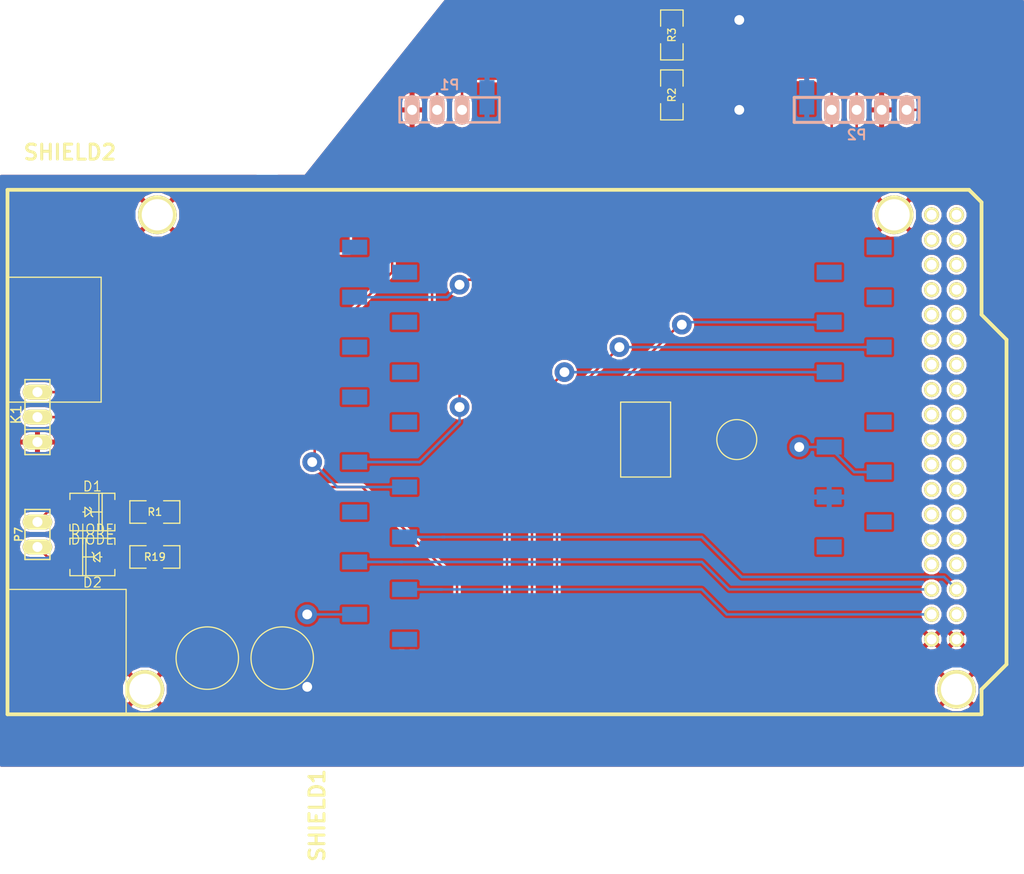
<source format=kicad_pcb>
(kicad_pcb (version 3) (host pcbnew "(2013-07-07 BZR 4022)-stable")

  (general
    (links 45)
    (no_connects 0)
    (area 22.241934 28.194 128.270001 121.098733)
    (thickness 1.6)
    (drawings 0)
    (tracks 115)
    (zones 0)
    (modules 12)
    (nets 20)
  )

  (page User 150.012 150.012)
  (layers
    (15 F.Cu signal)
    (0 B.Cu signal)
    (16 B.Adhes user)
    (17 F.Adhes user)
    (18 B.Paste user)
    (19 F.Paste user)
    (20 B.SilkS user)
    (21 F.SilkS user)
    (22 B.Mask user)
    (23 F.Mask user)
    (24 Dwgs.User user)
    (25 Cmts.User user)
    (26 Eco1.User user)
    (27 Eco2.User user)
    (28 Edge.Cuts user)
  )

  (setup
    (last_trace_width 0.254)
    (trace_clearance 0.127)
    (zone_clearance 0.254)
    (zone_45_only no)
    (trace_min 0.254)
    (segment_width 0.2)
    (edge_width 0.1)
    (via_size 2)
    (via_drill 1)
    (via_min_size 0.889)
    (via_min_drill 0.508)
    (uvia_size 2)
    (uvia_drill 1)
    (uvias_allowed no)
    (uvia_min_size 0.508)
    (uvia_min_drill 0.127)
    (pcb_text_width 0.3)
    (pcb_text_size 1.5 1.5)
    (mod_edge_width 0.15)
    (mod_text_size 1 1)
    (mod_text_width 0.15)
    (pad_size 1.524 3)
    (pad_drill 1.016)
    (pad_to_mask_clearance 0)
    (aux_axis_origin 0 0)
    (visible_elements 7FFFFFFF)
    (pcbplotparams
      (layerselection 12615681)
      (usegerberextensions false)
      (excludeedgelayer true)
      (linewidth 0.150000)
      (plotframeref false)
      (viasonmask true)
      (mode 1)
      (useauxorigin false)
      (hpglpennumber 1)
      (hpglpenspeed 20)
      (hpglpendiameter 15)
      (hpglpenoverlay 2)
      (psnegative false)
      (psa4output false)
      (plotreference true)
      (plotvalue true)
      (plotothertext true)
      (plotinvisibletext false)
      (padsonsilk false)
      (subtractmaskfromsilk false)
      (outputformat 2)
      (mirror false)
      (drillshape 2)
      (scaleselection 1)
      (outputdirectory ""))
  )

  (net 0 "")
  (net 1 +5V)
  (net 2 ACCX)
  (net 3 ACCY)
  (net 4 ACCZ)
  (net 5 DIGI_INT)
  (net 6 DISPINT)
  (net 7 GND)
  (net 8 GPUSEL)
  (net 9 MISO)
  (net 10 MOSI)
  (net 11 N-0000019)
  (net 12 N-0000020)
  (net 13 PPM)
  (net 14 SCK)
  (net 15 SCL)
  (net 16 SDA)
  (net 17 SDSEL)
  (net 18 VIN)
  (net 19 Vsense)

  (net_class Default "Dies ist die voreingestellte Netzklasse."
    (clearance 0.127)
    (trace_width 0.254)
    (via_dia 2)
    (via_drill 1)
    (uvia_dia 2)
    (uvia_drill 1)
    (add_net "")
    (add_net +5V)
    (add_net ACCX)
    (add_net ACCY)
    (add_net ACCZ)
    (add_net DIGI_INT)
    (add_net DISPINT)
    (add_net GND)
    (add_net GPUSEL)
    (add_net MISO)
    (add_net MOSI)
    (add_net N-0000019)
    (add_net N-0000020)
    (add_net PPM)
    (add_net SCK)
    (add_net SCL)
    (add_net SDA)
    (add_net SDSEL)
    (add_net VIN)
    (add_net Vsense)
  )

  (module SM1206 (layer F.Cu) (tedit 42806E24) (tstamp 536E557A)
    (at 92.202 34.036 270)
    (path /5370F7B2)
    (attr smd)
    (fp_text reference R3 (at 0 0 270) (layer F.SilkS)
      (effects (font (size 0.762 0.762) (thickness 0.127)))
    )
    (fp_text value 1.5k (at 0 0 270) (layer F.SilkS) hide
      (effects (font (size 0.762 0.762) (thickness 0.127)))
    )
    (fp_line (start -2.54 -1.143) (end -2.54 1.143) (layer F.SilkS) (width 0.127))
    (fp_line (start -2.54 1.143) (end -0.889 1.143) (layer F.SilkS) (width 0.127))
    (fp_line (start 0.889 -1.143) (end 2.54 -1.143) (layer F.SilkS) (width 0.127))
    (fp_line (start 2.54 -1.143) (end 2.54 1.143) (layer F.SilkS) (width 0.127))
    (fp_line (start 2.54 1.143) (end 0.889 1.143) (layer F.SilkS) (width 0.127))
    (fp_line (start -0.889 -1.143) (end -2.54 -1.143) (layer F.SilkS) (width 0.127))
    (pad 1 smd rect (at -1.651 0 270) (size 1.524 2.032)
      (layers F.Cu F.Paste F.Mask)
      (net 1 +5V)
    )
    (pad 2 smd rect (at 1.651 0 270) (size 1.524 2.032)
      (layers F.Cu F.Paste F.Mask)
      (net 15 SCL)
    )
    (model smd/chip_cms.wrl
      (at (xyz 0 0 0))
      (scale (xyz 0.17 0.16 0.16))
      (rotate (xyz 0 0 0))
    )
  )

  (module SM1206 (layer F.Cu) (tedit 42806E24) (tstamp 536E5586)
    (at 92.202 40.132 90)
    (path /5370F799)
    (attr smd)
    (fp_text reference R2 (at 0 0 90) (layer F.SilkS)
      (effects (font (size 0.762 0.762) (thickness 0.127)))
    )
    (fp_text value 1.5k (at 0 0 90) (layer F.SilkS) hide
      (effects (font (size 0.762 0.762) (thickness 0.127)))
    )
    (fp_line (start -2.54 -1.143) (end -2.54 1.143) (layer F.SilkS) (width 0.127))
    (fp_line (start -2.54 1.143) (end -0.889 1.143) (layer F.SilkS) (width 0.127))
    (fp_line (start 0.889 -1.143) (end 2.54 -1.143) (layer F.SilkS) (width 0.127))
    (fp_line (start 2.54 -1.143) (end 2.54 1.143) (layer F.SilkS) (width 0.127))
    (fp_line (start 2.54 1.143) (end 0.889 1.143) (layer F.SilkS) (width 0.127))
    (fp_line (start -0.889 -1.143) (end -2.54 -1.143) (layer F.SilkS) (width 0.127))
    (pad 1 smd rect (at -1.651 0 90) (size 1.524 2.032)
      (layers F.Cu F.Paste F.Mask)
      (net 1 +5V)
    )
    (pad 2 smd rect (at 1.651 0 90) (size 1.524 2.032)
      (layers F.Cu F.Paste F.Mask)
      (net 16 SDA)
    )
    (model smd/chip_cms.wrl
      (at (xyz 0 0 0))
      (scale (xyz 0.17 0.16 0.16))
      (rotate (xyz 0 0 0))
    )
  )

  (module ARDUINO_MEGA_SHIELD_SMD (layer F.Cu) (tedit 536E4EB2) (tstamp 536E5696)
    (at 24.638 103.124)
    (path /536BD2B3)
    (fp_text reference SHIELD2 (at 6.35 -57.15) (layer F.SilkS)
      (effects (font (size 1.524 1.524) (thickness 0.3048)))
    )
    (fp_text value ARDUINO_MEGA_SHIELD (at 13.97 -54.61) (layer F.SilkS) hide
      (effects (font (size 1.524 1.524) (thickness 0.3048)))
    )
    (fp_circle (center 27.94 -5.715) (end 31.115 -5.715) (layer F.SilkS) (width 0.127))
    (fp_circle (center 20.32 -5.715) (end 23.495 -5.715) (layer F.SilkS) (width 0.127))
    (fp_line (start 0 -12.7) (end 12.065 -12.7) (layer F.SilkS) (width 0.127))
    (fp_line (start 12.065 -12.7) (end 12.065 0) (layer F.SilkS) (width 0.127))
    (fp_line (start 0 -44.45) (end 9.525 -44.45) (layer F.SilkS) (width 0.127))
    (fp_line (start 9.525 -44.45) (end 9.525 -31.75) (layer F.SilkS) (width 0.127))
    (fp_line (start 9.525 -31.75) (end 0 -31.75) (layer F.SilkS) (width 0.127))
    (fp_line (start 62.357 -31.75) (end 62.357 -24.13) (layer F.SilkS) (width 0.127))
    (fp_line (start 62.357 -24.13) (end 67.437 -24.13) (layer F.SilkS) (width 0.127))
    (fp_line (start 67.437 -24.13) (end 67.437 -31.75) (layer F.SilkS) (width 0.127))
    (fp_line (start 67.437 -31.75) (end 62.357 -31.75) (layer F.SilkS) (width 0.127))
    (fp_circle (center 74.168 -27.94) (end 76.2 -27.94) (layer F.SilkS) (width 0.127))
    (fp_line (start 99.06 0) (end 0 0) (layer F.SilkS) (width 0.381))
    (fp_line (start 97.79 -53.34) (end 0 -53.34) (layer F.SilkS) (width 0.381))
    (fp_line (start 99.06 -40.64) (end 99.06 -52.07) (layer F.SilkS) (width 0.381))
    (fp_line (start 99.06 -52.07) (end 97.79 -53.34) (layer F.SilkS) (width 0.381))
    (fp_line (start 0 0) (end 0 -53.34) (layer F.SilkS) (width 0.381))
    (fp_line (start 99.06 -40.64) (end 101.6 -38.1) (layer F.SilkS) (width 0.381))
    (fp_line (start 101.6 -38.1) (end 101.6 -5.08) (layer F.SilkS) (width 0.381))
    (fp_line (start 101.6 -5.08) (end 99.06 -2.54) (layer F.SilkS) (width 0.381))
    (fp_line (start 99.06 -2.54) (end 99.06 0) (layer F.SilkS) (width 0.381))
    (pad 14 smd rect (at 68.58 -48.26 90) (size 2.54 1.524)
      (layers F.Cu F.Paste F.Mask)
    )
    (pad 15 smd rect (at 71.12 -53.34 90) (size 2.54 1.524)
      (layers F.Cu F.Paste F.Mask)
    )
    (pad 16 smd rect (at 73.66 -48.26 90) (size 2.54 1.524)
      (layers F.Cu F.Paste F.Mask)
    )
    (pad 17 smd rect (at 76.2 -53.34 90) (size 2.54 1.524)
      (layers F.Cu F.Paste F.Mask)
    )
    (pad 18 smd rect (at 78.74 -48.26 90) (size 2.54 1.524)
      (layers F.Cu F.Paste F.Mask)
    )
    (pad 19 smd rect (at 81.28 -53.34 90) (size 2.54 1.524)
      (layers F.Cu F.Paste F.Mask)
    )
    (pad 20 smd rect (at 83.82 -48.26 90) (size 2.54 1.524)
      (layers F.Cu F.Paste F.Mask)
      (net 16 SDA)
    )
    (pad 21 smd rect (at 86.36 -53.34 90) (size 2.54 1.524)
      (layers F.Cu F.Paste F.Mask)
      (net 15 SCL)
    )
    (pad AD15 smd rect (at 91.44 -5.08 90) (size 2.54 1.524)
      (layers F.Cu F.Paste F.Mask)
      (net 5 DIGI_INT)
    )
    (pad AD14 smd rect (at 88.9 0 90) (size 2.54 1.524)
      (layers F.Cu F.Paste F.Mask)
    )
    (pad AD13 smd rect (at 86.36 -5.08 90) (size 2.54 1.524)
      (layers F.Cu F.Paste F.Mask)
    )
    (pad AD12 smd rect (at 83.82 0 90) (size 2.54 1.524)
      (layers F.Cu F.Paste F.Mask)
    )
    (pad AD8 smd rect (at 73.66 0 90) (size 2.54 1.524)
      (layers F.Cu F.Paste F.Mask)
    )
    (pad AD7 smd rect (at 68.58 -5.08 90) (size 2.54 1.524)
      (layers F.Cu F.Paste F.Mask)
    )
    (pad AD6 smd rect (at 66.04 0 90) (size 2.54 1.524)
      (layers F.Cu F.Paste F.Mask)
    )
    (pad AD9 smd rect (at 76.2 -5.08 90) (size 2.54 1.524)
      (layers F.Cu F.Paste F.Mask)
    )
    (pad AD10 smd rect (at 78.74 0 90) (size 2.54 1.524)
      (layers F.Cu F.Paste F.Mask)
    )
    (pad AD11 smd rect (at 81.28 -5.08 90) (size 2.54 1.524)
      (layers F.Cu F.Paste F.Mask)
    )
    (pad AD5 smd rect (at 63.5 -5.08 90) (size 2.54 1.524)
      (layers F.Cu F.Paste F.Mask)
    )
    (pad AD4 smd rect (at 60.96 0 90) (size 2.54 1.524)
      (layers F.Cu F.Paste F.Mask)
    )
    (pad AD3 smd rect (at 58.42 -5.08 90) (size 2.54 1.524)
      (layers F.Cu F.Paste F.Mask)
      (net 19 Vsense)
    )
    (pad AD0 smd rect (at 50.8 0 90) (size 2.54 1.524)
      (layers F.Cu F.Paste F.Mask)
      (net 2 ACCX)
    )
    (pad AD1 smd rect (at 53.34 -5.08 90) (size 2.54 1.524)
      (layers F.Cu F.Paste F.Mask)
      (net 3 ACCY)
    )
    (pad AD2 smd rect (at 55.88 0 90) (size 2.54 1.524)
      (layers F.Cu F.Paste F.Mask)
      (net 4 ACCZ)
    )
    (pad V_IN smd rect (at 45.72 -5.08 90) (size 2.54 1.524)
      (layers F.Cu F.Paste F.Mask)
      (net 18 VIN)
    )
    (pad GND2 smd rect (at 43.18 0 90) (size 2.54 1.524)
      (layers F.Cu F.Paste F.Mask)
      (net 7 GND)
    )
    (pad GND1 smd rect (at 40.64 -5.08 90) (size 2.54 1.524)
      (layers F.Cu F.Paste F.Mask)
      (net 7 GND)
    )
    (pad 3V3 smd rect (at 35.56 -5.08 90) (size 2.54 1.524)
      (layers F.Cu F.Paste F.Mask)
    )
    (pad RST smd rect (at 33.02 0 90) (size 2.54 1.524)
      (layers F.Cu F.Paste F.Mask)
    )
    (pad 0 smd rect (at 63.5 -53.34 90) (size 2.54 1.524)
      (layers F.Cu F.Paste F.Mask)
    )
    (pad 1 smd rect (at 60.96 -48.26 90) (size 2.54 1.524)
      (layers F.Cu F.Paste F.Mask)
    )
    (pad 2 smd rect (at 58.42 -53.34 90) (size 2.54 1.524)
      (layers F.Cu F.Paste F.Mask)
      (net 6 DISPINT)
    )
    (pad 3 smd rect (at 55.88 -48.26 90) (size 2.54 1.524)
      (layers F.Cu F.Paste F.Mask)
    )
    (pad 4 smd rect (at 53.34 -53.34 90) (size 2.54 1.524)
      (layers F.Cu F.Paste F.Mask)
    )
    (pad 5 smd rect (at 50.8 -48.26 90) (size 2.54 1.524)
      (layers F.Cu F.Paste F.Mask)
    )
    (pad 6 smd rect (at 48.26 -53.34 90) (size 2.54 1.524)
      (layers F.Cu F.Paste F.Mask)
    )
    (pad 7 smd rect (at 45.72 -48.26 90) (size 2.54 1.524)
      (layers F.Cu F.Paste F.Mask)
    )
    (pad 8 smd rect (at 41.656 -53.34 90) (size 2.54 1.524)
      (layers F.Cu F.Paste F.Mask)
      (net 8 GPUSEL)
    )
    (pad 9 smd rect (at 39.116 -48.26 90) (size 2.54 1.524)
      (layers F.Cu F.Paste F.Mask)
      (net 17 SDSEL)
    )
    (pad 10 smd rect (at 36.576 -53.34 90) (size 2.54 1.524)
      (layers F.Cu F.Paste F.Mask)
    )
    (pad 11 smd rect (at 34.036 -48.26 90) (size 2.54 1.524)
      (layers F.Cu F.Paste F.Mask)
    )
    (pad 12 smd rect (at 31.496 -53.34 90) (size 2.54 1.524)
      (layers F.Cu F.Paste F.Mask)
    )
    (pad 13 smd rect (at 28.956 -48.26 90) (size 2.54 1.524)
      (layers F.Cu F.Paste F.Mask)
      (net 13 PPM)
    )
    (pad GND3 smd rect (at 26.416 -53.34 90) (size 2.54 1.524)
      (layers F.Cu F.Paste F.Mask)
      (net 7 GND)
    )
    (pad AREF smd rect (at 23.876 -48.26 90) (size 2.54 1.524)
      (layers F.Cu F.Paste F.Mask)
    )
    (pad 5V smd rect (at 38.1 0 90) (size 2.54 1.524)
      (layers F.Cu F.Paste F.Mask)
      (net 1 +5V)
    )
    (pad GND1 thru_hole circle (at 96.52 -2.54 90) (size 3.937 3.937) (drill 3.175)
      (layers *.Cu *.Mask F.SilkS)
      (net 7 GND)
    )
    (pad GND1 thru_hole circle (at 90.17 -50.8 90) (size 3.937 3.937) (drill 3.175)
      (layers *.Cu *.Mask F.SilkS)
      (net 7 GND)
    )
    (pad GND1 thru_hole circle (at 15.24 -50.8 90) (size 3.937 3.937) (drill 3.175)
      (layers *.Cu *.Mask F.SilkS)
      (net 7 GND)
    )
    (pad GND1 thru_hole circle (at 13.97 -2.54 90) (size 3.937 3.937) (drill 3.175)
      (layers *.Cu *.Mask F.SilkS)
      (net 7 GND)
    )
    (pad 22 thru_hole circle (at 93.98 -48.26) (size 1.524 1.524) (drill 1.016)
      (layers *.Cu *.Mask F.SilkS)
    )
    (pad 23 thru_hole circle (at 96.52 -48.26) (size 1.524 1.524) (drill 1.016)
      (layers *.Cu *.Mask F.SilkS)
    )
    (pad 24 thru_hole circle (at 93.98 -45.72) (size 1.524 1.524) (drill 1.016)
      (layers *.Cu *.Mask F.SilkS)
    )
    (pad 25 thru_hole circle (at 96.52 -45.72) (size 1.524 1.524) (drill 1.016)
      (layers *.Cu *.Mask F.SilkS)
    )
    (pad 26 thru_hole circle (at 93.98 -43.18) (size 1.524 1.524) (drill 1.016)
      (layers *.Cu *.Mask F.SilkS)
    )
    (pad 27 thru_hole circle (at 96.52 -43.18) (size 1.524 1.524) (drill 1.016)
      (layers *.Cu *.Mask F.SilkS)
    )
    (pad 28 thru_hole circle (at 93.98 -40.64) (size 1.524 1.524) (drill 1.016)
      (layers *.Cu *.Mask F.SilkS)
    )
    (pad 29 thru_hole circle (at 96.52 -40.64) (size 1.524 1.524) (drill 1.016)
      (layers *.Cu *.Mask F.SilkS)
    )
    (pad 5V_4 thru_hole circle (at 93.98 -50.8) (size 1.524 1.524) (drill 1.016)
      (layers *.Cu *.Mask F.SilkS)
    )
    (pad 5V_5 thru_hole circle (at 96.52 -50.8) (size 1.524 1.524) (drill 1.016)
      (layers *.Cu *.Mask F.SilkS)
    )
    (pad 31 thru_hole circle (at 96.52 -38.1) (size 1.524 1.524) (drill 1.016)
      (layers *.Cu *.Mask F.SilkS)
    )
    (pad 30 thru_hole circle (at 93.98 -38.1) (size 1.524 1.524) (drill 1.016)
      (layers *.Cu *.Mask F.SilkS)
    )
    (pad 32 thru_hole circle (at 93.98 -35.56) (size 1.524 1.524) (drill 1.016)
      (layers *.Cu *.Mask F.SilkS)
    )
    (pad 33 thru_hole circle (at 96.52 -35.56) (size 1.524 1.524) (drill 1.016)
      (layers *.Cu *.Mask F.SilkS)
    )
    (pad 34 thru_hole circle (at 93.98 -33.02) (size 1.524 1.524) (drill 1.016)
      (layers *.Cu *.Mask F.SilkS)
    )
    (pad 35 thru_hole circle (at 96.52 -33.02) (size 1.524 1.524) (drill 1.016)
      (layers *.Cu *.Mask F.SilkS)
    )
    (pad 36 thru_hole circle (at 93.98 -30.48) (size 1.524 1.524) (drill 1.016)
      (layers *.Cu *.Mask F.SilkS)
    )
    (pad 37 thru_hole circle (at 96.52 -30.48) (size 1.524 1.524) (drill 1.016)
      (layers *.Cu *.Mask F.SilkS)
    )
    (pad 38 thru_hole circle (at 93.98 -27.94) (size 1.524 1.524) (drill 1.016)
      (layers *.Cu *.Mask F.SilkS)
    )
    (pad 39 thru_hole circle (at 96.52 -27.94) (size 1.524 1.524) (drill 1.016)
      (layers *.Cu *.Mask F.SilkS)
    )
    (pad 40 thru_hole circle (at 93.98 -25.4) (size 1.524 1.524) (drill 1.016)
      (layers *.Cu *.Mask F.SilkS)
    )
    (pad 41 thru_hole circle (at 96.52 -25.4) (size 1.524 1.524) (drill 1.016)
      (layers *.Cu *.Mask F.SilkS)
    )
    (pad 42 thru_hole circle (at 93.98 -22.86) (size 1.524 1.524) (drill 1.016)
      (layers *.Cu *.Mask F.SilkS)
    )
    (pad 43 thru_hole circle (at 96.52 -22.86) (size 1.524 1.524) (drill 1.016)
      (layers *.Cu *.Mask F.SilkS)
    )
    (pad 44 thru_hole circle (at 93.98 -20.32) (size 1.524 1.524) (drill 1.016)
      (layers *.Cu *.Mask F.SilkS)
    )
    (pad 45 thru_hole circle (at 96.52 -20.32) (size 1.524 1.524) (drill 1.016)
      (layers *.Cu *.Mask F.SilkS)
    )
    (pad 46 thru_hole circle (at 93.98 -17.78) (size 1.524 1.524) (drill 1.016)
      (layers *.Cu *.Mask F.SilkS)
    )
    (pad 47 thru_hole circle (at 96.52 -17.78) (size 1.524 1.524) (drill 1.016)
      (layers *.Cu *.Mask F.SilkS)
    )
    (pad 48 thru_hole circle (at 93.98 -15.24) (size 1.524 1.524) (drill 1.016)
      (layers *.Cu *.Mask F.SilkS)
    )
    (pad 49 thru_hole circle (at 96.52 -15.24) (size 1.524 1.524) (drill 1.016)
      (layers *.Cu *.Mask F.SilkS)
    )
    (pad 50 thru_hole circle (at 93.98 -12.7) (size 1.524 1.524) (drill 1.016)
      (layers *.Cu *.Mask F.SilkS)
      (net 9 MISO)
    )
    (pad 51 thru_hole circle (at 96.52 -12.7) (size 1.524 1.524) (drill 1.016)
      (layers *.Cu *.Mask F.SilkS)
      (net 10 MOSI)
    )
    (pad 52 thru_hole circle (at 93.98 -10.16) (size 1.524 1.524) (drill 1.016)
      (layers *.Cu *.Mask F.SilkS)
      (net 14 SCK)
    )
    (pad 53 thru_hole circle (at 96.52 -10.16) (size 1.524 1.524) (drill 1.016)
      (layers *.Cu *.Mask F.SilkS)
    )
    (pad GND4 thru_hole circle (at 93.98 -7.62) (size 1.524 1.524) (drill 1.016)
      (layers *.Cu *.Mask F.SilkS)
      (net 7 GND)
    )
    (pad GND5 thru_hole circle (at 96.52 -7.62) (size 1.524 1.524) (drill 1.016)
      (layers *.Cu *.Mask F.SilkS)
      (net 7 GND)
    )
    (model packages3d\nick\ArduinoMegaShield.wrl
      (at (xyz 0 0 0))
      (scale (xyz 1 1 1))
      (rotate (xyz 0 0 0))
    )
  )

  (module ARDUINO_SHIELD_SMD (layer F.Cu) (tedit 536E50D8) (tstamp 536E5705)
    (at 113.284 119.126 90)
    (path /536C3663)
    (fp_text reference SHIELD1 (at 5.715 -57.15 90) (layer F.SilkS)
      (effects (font (size 1.524 1.524) (thickness 0.3048)))
    )
    (fp_text value ARDUINO_SHIELD (at 10.16 -54.61 90) (layer F.SilkS) hide
      (effects (font (size 1.524 1.524) (thickness 0.3048)))
    )
    (pad AD5 smd rect (at 63.5 0 180) (size 2.54 1.524)
      (layers B.Cu B.Paste B.Mask)
    )
    (pad AD4 smd rect (at 60.96 -5.08 180) (size 2.54 1.524)
      (layers B.Cu B.Paste B.Mask)
    )
    (pad AD3 smd rect (at 58.42 0 180) (size 2.54 1.524)
      (layers B.Cu B.Paste B.Mask)
    )
    (pad AD0 smd rect (at 50.8 -5.08 180) (size 2.54 1.524)
      (layers B.Cu B.Paste B.Mask)
      (net 2 ACCX)
    )
    (pad AD1 smd rect (at 53.34 0 180) (size 2.54 1.524)
      (layers B.Cu B.Paste B.Mask)
      (net 3 ACCY)
    )
    (pad AD2 smd rect (at 55.88 -5.08 180) (size 2.54 1.524)
      (layers B.Cu B.Paste B.Mask)
      (net 4 ACCZ)
    )
    (pad V_IN smd rect (at 45.72 0 180) (size 2.54 1.524)
      (layers B.Cu B.Paste B.Mask)
    )
    (pad GND2 smd rect (at 43.18 -5.08 180) (size 2.54 1.524)
      (layers B.Cu B.Paste B.Mask)
      (net 7 GND)
    )
    (pad GND1 smd rect (at 40.64 0 180) (size 2.54 1.524)
      (layers B.Cu B.Paste B.Mask)
      (net 7 GND)
    )
    (pad 3V3 smd rect (at 35.56 0 180) (size 2.54 1.524)
      (layers B.Cu B.Paste B.Mask)
    )
    (pad RST smd rect (at 33.02 -5.08 180) (size 2.54 1.524)
      (layers B.Cu B.Paste B.Mask)
    )
    (pad 0 smd rect (at 63.5 -53.34 180) (size 2.54 1.524)
      (layers B.Cu B.Paste B.Mask)
    )
    (pad 1 smd rect (at 60.96 -48.26 180) (size 2.54 1.524)
      (layers B.Cu B.Paste B.Mask)
    )
    (pad 2 smd rect (at 58.42 -53.34 180) (size 2.54 1.524)
      (layers B.Cu B.Paste B.Mask)
      (net 6 DISPINT)
    )
    (pad 3 smd rect (at 55.88 -48.26 180) (size 2.54 1.524)
      (layers B.Cu B.Paste B.Mask)
    )
    (pad 4 smd rect (at 53.34 -53.34 180) (size 2.54 1.524)
      (layers B.Cu B.Paste B.Mask)
    )
    (pad 5 smd rect (at 50.8 -48.26 180) (size 2.54 1.524)
      (layers B.Cu B.Paste B.Mask)
    )
    (pad 6 smd rect (at 48.26 -53.34 180) (size 2.54 1.524)
      (layers B.Cu B.Paste B.Mask)
    )
    (pad 7 smd rect (at 45.72 -48.26 180) (size 2.54 1.524)
      (layers B.Cu B.Paste B.Mask)
    )
    (pad 8 smd rect (at 41.656 -53.34 180) (size 2.54 1.524)
      (layers B.Cu B.Paste B.Mask)
      (net 8 GPUSEL)
    )
    (pad 9 smd rect (at 39.116 -48.26 180) (size 2.54 1.524)
      (layers B.Cu B.Paste B.Mask)
      (net 17 SDSEL)
    )
    (pad 10 smd rect (at 36.576 -53.34 180) (size 2.54 1.524)
      (layers B.Cu B.Paste B.Mask)
    )
    (pad 11 smd rect (at 34.036 -48.26 180) (size 2.54 1.524)
      (layers B.Cu B.Paste B.Mask)
      (net 10 MOSI)
    )
    (pad 12 smd rect (at 31.496 -53.34 180) (size 2.54 1.524)
      (layers B.Cu B.Paste B.Mask)
      (net 9 MISO)
    )
    (pad 13 smd rect (at 28.702 -48.26 180) (size 2.54 1.524)
      (layers B.Cu B.Paste B.Mask)
      (net 14 SCK)
    )
    (pad GND3 smd rect (at 26.162 -53.34 180) (size 2.54 1.524)
      (layers B.Cu B.Paste B.Mask)
      (net 7 GND)
    )
    (pad AREF smd rect (at 23.622 -48.26 180) (size 2.54 1.524)
      (layers B.Cu B.Paste B.Mask)
    )
    (pad 5V smd rect (at 38.1 -5.08 180) (size 2.54 1.524)
      (layers B.Cu B.Paste B.Mask)
      (net 1 +5V)
    )
  )

  (module SM1206 (layer F.Cu) (tedit 42806E24) (tstamp 536F2C1C)
    (at 39.624 82.55 180)
    (path /536F2BA6)
    (attr smd)
    (fp_text reference R1 (at 0 0 180) (layer F.SilkS)
      (effects (font (size 0.762 0.762) (thickness 0.127)))
    )
    (fp_text value 10k (at 0 0 180) (layer F.SilkS) hide
      (effects (font (size 0.762 0.762) (thickness 0.127)))
    )
    (fp_line (start -2.54 -1.143) (end -2.54 1.143) (layer F.SilkS) (width 0.127))
    (fp_line (start -2.54 1.143) (end -0.889 1.143) (layer F.SilkS) (width 0.127))
    (fp_line (start 0.889 -1.143) (end 2.54 -1.143) (layer F.SilkS) (width 0.127))
    (fp_line (start 2.54 -1.143) (end 2.54 1.143) (layer F.SilkS) (width 0.127))
    (fp_line (start 2.54 1.143) (end 0.889 1.143) (layer F.SilkS) (width 0.127))
    (fp_line (start -0.889 -1.143) (end -2.54 -1.143) (layer F.SilkS) (width 0.127))
    (pad 1 smd rect (at -1.651 0 180) (size 1.524 2.032)
      (layers F.Cu F.Paste F.Mask)
      (net 19 Vsense)
    )
    (pad 2 smd rect (at 1.651 0 180) (size 1.524 2.032)
      (layers F.Cu F.Paste F.Mask)
      (net 18 VIN)
    )
    (model smd/chip_cms.wrl
      (at (xyz 0 0 0))
      (scale (xyz 0.17 0.16 0.16))
      (rotate (xyz 0 0 0))
    )
  )

  (module SM1206 (layer F.Cu) (tedit 42806E24) (tstamp 536F2C28)
    (at 39.624 87.122)
    (path /536F2BAD)
    (attr smd)
    (fp_text reference R19 (at 0 0) (layer F.SilkS)
      (effects (font (size 0.762 0.762) (thickness 0.127)))
    )
    (fp_text value 10k (at 0 0) (layer F.SilkS) hide
      (effects (font (size 0.762 0.762) (thickness 0.127)))
    )
    (fp_line (start -2.54 -1.143) (end -2.54 1.143) (layer F.SilkS) (width 0.127))
    (fp_line (start -2.54 1.143) (end -0.889 1.143) (layer F.SilkS) (width 0.127))
    (fp_line (start 0.889 -1.143) (end 2.54 -1.143) (layer F.SilkS) (width 0.127))
    (fp_line (start 2.54 -1.143) (end 2.54 1.143) (layer F.SilkS) (width 0.127))
    (fp_line (start 2.54 1.143) (end 0.889 1.143) (layer F.SilkS) (width 0.127))
    (fp_line (start -0.889 -1.143) (end -2.54 -1.143) (layer F.SilkS) (width 0.127))
    (pad 1 smd rect (at -1.651 0) (size 1.524 2.032)
      (layers F.Cu F.Paste F.Mask)
      (net 7 GND)
    )
    (pad 2 smd rect (at 1.651 0) (size 1.524 2.032)
      (layers F.Cu F.Paste F.Mask)
      (net 19 Vsense)
    )
    (model smd/chip_cms.wrl
      (at (xyz 0 0 0))
      (scale (xyz 0.17 0.16 0.16))
      (rotate (xyz 0 0 0))
    )
  )

  (module "DO-214AC(SMA)" (layer F.Cu) (tedit 50924EEA) (tstamp 53714147)
    (at 33.274 82.55)
    (descr "DO-214AC (SMA)  PACKAGE.")
    (tags "DO-214AC SMA")
    (path /5371403C)
    (attr smd)
    (fp_text reference D1 (at 0 -2.60096) (layer F.SilkS)
      (effects (font (size 1.00076 1.00076) (thickness 0.11938)))
    )
    (fp_text value DIODE (at 0 2.79908) (layer F.SilkS)
      (effects (font (size 1.00076 1.00076) (thickness 0.11938)))
    )
    (fp_line (start -0.762 0) (end -0.9652 0) (layer F.SilkS) (width 0.127))
    (fp_line (start -2.286 -1.905) (end 2.286 -1.905) (layer F.SilkS) (width 0.127))
    (fp_line (start 2.286 -1.905) (end 2.286 -1.27) (layer F.SilkS) (width 0.127))
    (fp_line (start 0.6604 1.905) (end 0.6604 -1.905) (layer F.SilkS) (width 0.127))
    (fp_line (start 0.9906 1.905) (end 0.9906 -1.905) (layer F.SilkS) (width 0.127))
    (fp_line (start -2.286 1.27) (end -2.286 1.905) (layer F.SilkS) (width 0.127))
    (fp_line (start -2.286 1.905) (end 2.286 1.905) (layer F.SilkS) (width 0.127))
    (fp_line (start 2.286 1.905) (end 2.286 1.27) (layer F.SilkS) (width 0.127))
    (fp_line (start -2.286 -1.27) (end -2.286 -1.905) (layer F.SilkS) (width 0.127))
    (fp_line (start -0.127 0) (end -0.762 -0.47498) (layer F.SilkS) (width 0.127))
    (fp_line (start -0.762 -0.47498) (end -0.762 0) (layer F.SilkS) (width 0.127))
    (fp_line (start -0.762 0) (end -0.762 0.47498) (layer F.SilkS) (width 0.127))
    (fp_line (start -0.762 0.47498) (end -0.127 0) (layer F.SilkS) (width 0.127))
    (fp_line (start -0.127 0) (end -0.127 -0.3175) (layer F.SilkS) (width 0.127))
    (fp_line (start -0.127 -0.3175) (end -0.28448 -0.47498) (layer F.SilkS) (width 0.127))
    (fp_line (start -0.127 0) (end -0.127 0.3175) (layer F.SilkS) (width 0.127))
    (fp_line (start -0.127 0.3175) (end 0.03048 0.47498) (layer F.SilkS) (width 0.127))
    (fp_line (start -0.127 0) (end 0.98298 0) (layer F.SilkS) (width 0.127))
    (pad 1 smd rect (at -1.89992 0) (size 1.6002 2.19964)
      (layers F.Cu F.Paste F.Mask)
      (net 11 N-0000019)
    )
    (pad 2 smd rect (at 1.89992 0) (size 1.6002 2.19964)
      (layers F.Cu F.Paste F.Mask)
      (net 18 VIN)
    )
    (model smd/do214.wrl
      (at (xyz 0 0 0))
      (scale (xyz 0.95 0.95 0.95))
      (rotate (xyz 0 0 0))
    )
  )

  (module "DO-214AC(SMA)" (layer F.Cu) (tedit 50924EEA) (tstamp 5371415F)
    (at 33.274 87.122 180)
    (descr "DO-214AC (SMA)  PACKAGE.")
    (tags "DO-214AC SMA")
    (path /53714072)
    (attr smd)
    (fp_text reference D2 (at 0 -2.60096 180) (layer F.SilkS)
      (effects (font (size 1.00076 1.00076) (thickness 0.11938)))
    )
    (fp_text value DIODE (at 0 2.79908 180) (layer F.SilkS)
      (effects (font (size 1.00076 1.00076) (thickness 0.11938)))
    )
    (fp_line (start -0.762 0) (end -0.9652 0) (layer F.SilkS) (width 0.127))
    (fp_line (start -2.286 -1.905) (end 2.286 -1.905) (layer F.SilkS) (width 0.127))
    (fp_line (start 2.286 -1.905) (end 2.286 -1.27) (layer F.SilkS) (width 0.127))
    (fp_line (start 0.6604 1.905) (end 0.6604 -1.905) (layer F.SilkS) (width 0.127))
    (fp_line (start 0.9906 1.905) (end 0.9906 -1.905) (layer F.SilkS) (width 0.127))
    (fp_line (start -2.286 1.27) (end -2.286 1.905) (layer F.SilkS) (width 0.127))
    (fp_line (start -2.286 1.905) (end 2.286 1.905) (layer F.SilkS) (width 0.127))
    (fp_line (start 2.286 1.905) (end 2.286 1.27) (layer F.SilkS) (width 0.127))
    (fp_line (start -2.286 -1.27) (end -2.286 -1.905) (layer F.SilkS) (width 0.127))
    (fp_line (start -0.127 0) (end -0.762 -0.47498) (layer F.SilkS) (width 0.127))
    (fp_line (start -0.762 -0.47498) (end -0.762 0) (layer F.SilkS) (width 0.127))
    (fp_line (start -0.762 0) (end -0.762 0.47498) (layer F.SilkS) (width 0.127))
    (fp_line (start -0.762 0.47498) (end -0.127 0) (layer F.SilkS) (width 0.127))
    (fp_line (start -0.127 0) (end -0.127 -0.3175) (layer F.SilkS) (width 0.127))
    (fp_line (start -0.127 -0.3175) (end -0.28448 -0.47498) (layer F.SilkS) (width 0.127))
    (fp_line (start -0.127 0) (end -0.127 0.3175) (layer F.SilkS) (width 0.127))
    (fp_line (start -0.127 0.3175) (end 0.03048 0.47498) (layer F.SilkS) (width 0.127))
    (fp_line (start -0.127 0) (end 0.98298 0) (layer F.SilkS) (width 0.127))
    (pad 1 smd rect (at -1.89992 0 180) (size 1.6002 2.19964)
      (layers F.Cu F.Paste F.Mask)
      (net 7 GND)
    )
    (pad 2 smd rect (at 1.89992 0 180) (size 1.6002 2.19964)
      (layers F.Cu F.Paste F.Mask)
      (net 12 N-0000020)
    )
    (model smd/do214.wrl
      (at (xyz 0 0 0))
      (scale (xyz 0.95 0.95 0.95))
      (rotate (xyz 0 0 0))
    )
  )

  (module PIN_ARRAY_3X1_BIG (layer F.Cu) (tedit 53770601) (tstamp 536F299F)
    (at 27.686 72.898 90)
    (descr "Connecteur 3 pins")
    (tags "CONN DEV")
    (path /536F292E)
    (fp_text reference K1 (at 0.254 -2.159 90) (layer F.SilkS)
      (effects (font (size 1.016 1.016) (thickness 0.1524)))
    )
    (fp_text value PPM_OUT (at 0 -2.159 90) (layer F.SilkS) hide
      (effects (font (size 1.016 1.016) (thickness 0.1524)))
    )
    (fp_line (start -3.81 1.27) (end -3.81 -1.27) (layer F.SilkS) (width 0.1524))
    (fp_line (start -3.81 -1.27) (end 3.81 -1.27) (layer F.SilkS) (width 0.1524))
    (fp_line (start 3.81 -1.27) (end 3.81 1.27) (layer F.SilkS) (width 0.1524))
    (fp_line (start 3.81 1.27) (end -3.81 1.27) (layer F.SilkS) (width 0.1524))
    (fp_line (start -1.27 -1.27) (end -1.27 1.27) (layer F.SilkS) (width 0.1524))
    (pad 1 thru_hole oval (at -2.54 0 90) (size 1.524 3) (drill 1.016)
      (layers *.Cu *.Mask F.SilkS)
      (net 7 GND)
    )
    (pad 2 thru_hole oval (at 0 0 90) (size 1.524 3) (drill 1.016)
      (layers *.Cu *.Mask F.SilkS)
      (net 18 VIN)
    )
    (pad 3 thru_hole oval (at 2.54 0 90) (size 1.524 3) (drill 1.016)
      (layers *.Cu *.Mask F.SilkS)
      (net 13 PPM)
    )
    (model pin_array/pins_array_3x1.wrl
      (at (xyz 0 0 0))
      (scale (xyz 1 1 1))
      (rotate (xyz 0 0 0))
    )
  )

  (module PIN_ARRAY_2X1_BIG (layer F.Cu) (tedit 537705ED) (tstamp 536F2C32)
    (at 27.686 84.836 90)
    (descr "Connecteurs 2 pins")
    (tags "CONN DEV")
    (path /536F2B46)
    (fp_text reference P7 (at 0 -1.905 90) (layer F.SilkS)
      (effects (font (size 0.762 0.762) (thickness 0.1524)))
    )
    (fp_text value Vinput (at 0 -1.905 90) (layer F.SilkS) hide
      (effects (font (size 0.762 0.762) (thickness 0.1524)))
    )
    (fp_line (start -2.54 1.27) (end -2.54 -1.27) (layer F.SilkS) (width 0.1524))
    (fp_line (start -2.54 -1.27) (end 2.54 -1.27) (layer F.SilkS) (width 0.1524))
    (fp_line (start 2.54 -1.27) (end 2.54 1.27) (layer F.SilkS) (width 0.1524))
    (fp_line (start 2.54 1.27) (end -2.54 1.27) (layer F.SilkS) (width 0.1524))
    (pad 1 thru_hole oval (at -1.27 0 90) (size 1.524 3) (drill 1.016)
      (layers *.Cu *.Mask F.SilkS)
      (net 12 N-0000020)
    )
    (pad 2 thru_hole oval (at 1.27 0 90) (size 1.524 3) (drill 1.016)
      (layers *.Cu *.Mask F.SilkS)
      (net 11 N-0000019)
    )
    (model pin_array/pins_array_2x1.wrl
      (at (xyz 0 0 0))
      (scale (xyz 1 1 1))
      (rotate (xyz 0 0 0))
    )
  )

  (module PIN_ARRAY_4x1_MIXED2 (layer B.Cu) (tedit 5377059A) (tstamp 536E563A)
    (at 69.596 41.656 180)
    (descr "Double rangee de contacts 2 x 5 pins")
    (tags CONN)
    (path /5370F75A)
    (fp_text reference P1 (at 0 2.54 180) (layer B.SilkS)
      (effects (font (size 1.016 1.016) (thickness 0.2032)) (justify mirror))
    )
    (fp_text value ANALOG_EXT (at 0 -2.54 180) (layer B.SilkS) hide
      (effects (font (size 1.016 1.016) (thickness 0.2032)) (justify mirror))
    )
    (fp_line (start 5.08 -1.27) (end -5.08 -1.27) (layer B.SilkS) (width 0.254))
    (fp_line (start 5.08 1.27) (end -5.08 1.27) (layer B.SilkS) (width 0.254))
    (fp_line (start -5.08 1.27) (end -5.08 -1.27) (layer B.SilkS) (width 0.254))
    (fp_line (start 5.08 -1.27) (end 5.08 1.27) (layer B.SilkS) (width 0.254))
    (pad 1 smd rect (at -3.81 1.27 180) (size 1.524 3.5)
      (layers B.Cu B.Paste B.Mask)
      (net 1 +5V)
    )
    (pad 2 thru_hole oval (at -1.27 0 180) (size 1.524 3) (drill 1.016)
      (layers *.Cu *.Mask B.SilkS)
      (net 16 SDA)
    )
    (pad 3 thru_hole oval (at 1.27 0 180) (size 1.524 3) (drill 1.016)
      (layers *.Cu *.Mask B.SilkS)
      (net 15 SCL)
    )
    (pad 4 thru_hole oval (at 3.81 0 180) (size 1.524 3) (drill 1.016)
      (layers *.Cu *.Mask B.SilkS)
      (net 7 GND)
    )
    (model pin_array\pins_array_4x1.wrl
      (at (xyz 0 0 0))
      (scale (xyz 1 1 1))
      (rotate (xyz 0 0 0))
    )
  )

  (module PIN_ARRAY_5x1_MIXED3 (layer B.Cu) (tedit 53770677) (tstamp 536E5622)
    (at 110.998 41.656)
    (descr "Double rangee de contacts 2 x 5 pins")
    (tags CONN)
    (path /5370F769)
    (fp_text reference P2 (at 0 2.54) (layer B.SilkS)
      (effects (font (size 1.016 1.016) (thickness 0.2032)) (justify mirror))
    )
    (fp_text value DIGI_EXT (at 0 -2.54) (layer B.SilkS) hide
      (effects (font (size 1.016 1.016) (thickness 0.2032)) (justify mirror))
    )
    (fp_line (start -6.35 1.27) (end -6.35 -1.27) (layer B.SilkS) (width 0.3048))
    (fp_line (start 6.35 -1.27) (end 6.35 1.27) (layer B.SilkS) (width 0.3048))
    (fp_line (start -6.35 1.27) (end 6.35 1.27) (layer B.SilkS) (width 0.3048))
    (fp_line (start 6.35 -1.27) (end -6.35 -1.27) (layer B.SilkS) (width 0.3048))
    (pad 1 smd rect (at -5.08 -1.27) (size 1.524 3.5)
      (layers B.Cu B.Paste B.Mask)
      (net 1 +5V)
    )
    (pad 2 thru_hole oval (at -2.54 0) (size 1.524 3) (drill 1.016)
      (layers *.Cu *.Mask B.SilkS)
      (net 16 SDA)
    )
    (pad 3 thru_hole oval (at 0 0) (size 1.524 3) (drill 1.016)
      (layers *.Cu *.Mask B.SilkS)
      (net 15 SCL)
    )
    (pad 4 thru_hole oval (at 2.54 0) (size 1.524 3) (drill 1.016)
      (layers *.Cu *.Mask B.SilkS)
      (net 7 GND)
    )
    (pad 5 thru_hole oval (at 5.08 0) (size 1.524 3) (drill 1.016)
      (layers *.Cu *.Mask B.SilkS)
      (net 5 DIGI_INT)
    )
    (model pin_array/pins_array_5x1.wrl
      (at (xyz 0 0 0))
      (scale (xyz 1 1 1))
      (rotate (xyz 0 0 0))
    )
  )

  (segment (start 92.202 41.783) (end 98.933 41.783) (width 0.254) (layer F.Cu) (net 1))
  (via (at 99.06 41.656) (size 2) (layers F.Cu B.Cu) (net 1))
  (segment (start 98.933 41.783) (end 99.06 41.656) (width 0.254) (layer F.Cu) (net 1) (tstamp 53771AEB))
  (segment (start 92.202 32.385) (end 98.933 32.385) (width 0.254) (layer F.Cu) (net 1))
  (via (at 99.06 32.512) (size 2) (layers F.Cu B.Cu) (net 1))
  (segment (start 98.933 32.385) (end 99.06 32.512) (width 0.254) (layer F.Cu) (net 1) (tstamp 537703C4))
  (segment (start 62.738 103.124) (end 62.738 100.838) (width 0.254) (layer F.Cu) (net 1))
  (via (at 55.118 100.33) (size 2) (layers F.Cu B.Cu) (net 1))
  (segment (start 62.23 100.33) (end 55.118 100.33) (width 0.254) (layer F.Cu) (net 1) (tstamp 536F1DCB))
  (segment (start 62.738 100.838) (end 62.23 100.33) (width 0.254) (layer F.Cu) (net 1) (tstamp 536F1DB9))
  (segment (start 75.438 103.124) (end 75.438 74.168) (width 0.254) (layer F.Cu) (net 2))
  (via (at 81.28 68.326) (size 2) (layers F.Cu B.Cu) (net 2))
  (segment (start 75.438 74.168) (end 81.28 68.326) (width 0.254) (layer F.Cu) (net 2) (tstamp 536F1C40))
  (segment (start 81.28 68.326) (end 108.204 68.326) (width 0.254) (layer B.Cu) (net 2) (tstamp 536F1C4A))
  (segment (start 77.978 98.044) (end 77.978 74.676) (width 0.254) (layer F.Cu) (net 3))
  (via (at 86.868 65.786) (size 2) (layers F.Cu B.Cu) (net 3))
  (segment (start 77.978 74.676) (end 86.868 65.786) (width 0.254) (layer F.Cu) (net 3) (tstamp 536F1C53))
  (segment (start 86.868 65.786) (end 113.284 65.786) (width 0.254) (layer B.Cu) (net 3) (tstamp 536F1C5D))
  (segment (start 80.518 103.124) (end 80.518 75.946) (width 0.254) (layer F.Cu) (net 4))
  (via (at 93.218 63.5) (size 2) (layers F.Cu B.Cu) (net 4))
  (segment (start 92.964 63.5) (end 93.218 63.5) (width 0.254) (layer F.Cu) (net 4) (tstamp 536F1C6A))
  (segment (start 80.518 75.946) (end 92.964 63.5) (width 0.254) (layer F.Cu) (net 4) (tstamp 536F1C63))
  (segment (start 93.472 63.246) (end 108.204 63.246) (width 0.254) (layer B.Cu) (net 4) (tstamp 536F1C70))
  (segment (start 93.218 63.5) (end 93.472 63.246) (width 0.254) (layer B.Cu) (net 4) (tstamp 536F1C6F))
  (segment (start 116.078 41.656) (end 119.38 41.656) (width 0.254) (layer F.Cu) (net 5))
  (segment (start 122.174 98.044) (end 116.078 98.044) (width 0.254) (layer F.Cu) (net 5) (tstamp 5370FAEC))
  (segment (start 124.714 95.504) (end 122.174 98.044) (width 0.254) (layer F.Cu) (net 5) (tstamp 5370FAE5))
  (segment (start 124.714 46.99) (end 124.714 95.504) (width 0.254) (layer F.Cu) (net 5) (tstamp 5370FAE2))
  (segment (start 119.38 41.656) (end 124.714 46.99) (width 0.254) (layer F.Cu) (net 5) (tstamp 5370FADF))
  (segment (start 83.058 56.642) (end 83.058 49.784) (width 0.254) (layer F.Cu) (net 6) (tstamp 536F1BC0))
  (segment (start 80.772 58.928) (end 83.058 56.642) (width 0.254) (layer F.Cu) (net 6) (tstamp 536F1BBE))
  (segment (start 71.12 58.928) (end 80.772 58.928) (width 0.254) (layer F.Cu) (net 6) (tstamp 536F1BB9))
  (segment (start 70.612 59.436) (end 71.12 58.928) (width 0.254) (layer F.Cu) (net 6) (tstamp 536F1BB8))
  (via (at 70.612 59.436) (size 2) (layers F.Cu B.Cu) (net 6))
  (segment (start 59.944 60.706) (end 69.342 60.706) (width 0.254) (layer B.Cu) (net 6))
  (segment (start 69.342 60.706) (end 70.612 59.436) (width 0.254) (layer B.Cu) (net 6) (tstamp 536F1BAD))
  (segment (start 35.17392 87.122) (end 37.973 87.122) (width 0.254) (layer F.Cu) (net 7))
  (via (at 105.156 75.946) (size 2) (layers F.Cu B.Cu) (net 7))
  (segment (start 105.156 75.946) (end 105.156 76.2) (width 0.254) (layer F.Cu) (net 7) (tstamp 536F1DF2))
  (via (at 55.118 92.964) (size 2) (layers F.Cu B.Cu) (net 7))
  (segment (start 113.284 78.486) (end 110.744 78.486) (width 0.254) (layer B.Cu) (net 7))
  (segment (start 110.744 78.486) (end 108.204 75.946) (width 0.254) (layer B.Cu) (net 7) (tstamp 536F1DEB))
  (segment (start 108.204 75.946) (end 105.156 75.946) (width 0.254) (layer B.Cu) (net 7) (tstamp 536F1DEE))
  (segment (start 59.944 92.964) (end 55.118 92.964) (width 0.254) (layer B.Cu) (net 7))
  (segment (start 67.818 51.308) (end 66.294 49.784) (width 0.254) (layer F.Cu) (net 8) (tstamp 536F1B94))
  (segment (start 67.818 65.532) (end 67.818 51.308) (width 0.254) (layer F.Cu) (net 8) (tstamp 536F1B8F))
  (segment (start 70.612 68.326) (end 67.818 65.532) (width 0.254) (layer F.Cu) (net 8) (tstamp 536F1B8D))
  (segment (start 70.612 71.882) (end 70.612 68.326) (width 0.254) (layer F.Cu) (net 8) (tstamp 536F1B8C))
  (via (at 70.612 71.882) (size 2) (layers F.Cu B.Cu) (net 8))
  (segment (start 59.944 77.47) (end 66.548 77.47) (width 0.254) (layer B.Cu) (net 8))
  (segment (start 70.612 73.406) (end 70.612 71.882) (width 0.254) (layer B.Cu) (net 8) (tstamp 536F1B88))
  (segment (start 66.548 77.47) (end 70.612 73.406) (width 0.254) (layer B.Cu) (net 8) (tstamp 536F1B85))
  (segment (start 59.944 87.63) (end 64.77 87.63) (width 0.254) (layer B.Cu) (net 9))
  (segment (start 64.516 87.63) (end 64.77 87.63) (width 0.254) (layer B.Cu) (net 9))
  (segment (start 64.77 87.63) (end 95.25 87.63) (width 0.254) (layer B.Cu) (net 9) (tstamp 536F1B31))
  (segment (start 98.044 90.424) (end 118.618 90.424) (width 0.254) (layer B.Cu) (net 9) (tstamp 536F1A65))
  (segment (start 95.25 87.63) (end 98.044 90.424) (width 0.254) (layer B.Cu) (net 9) (tstamp 536F1A63))
  (segment (start 65.024 85.09) (end 69.088 85.09) (width 0.254) (layer B.Cu) (net 10))
  (segment (start 68.834 85.09) (end 69.088 85.09) (width 0.254) (layer B.Cu) (net 10))
  (segment (start 69.088 85.09) (end 95.25 85.09) (width 0.254) (layer B.Cu) (net 10) (tstamp 536F1B2D))
  (segment (start 119.888 89.154) (end 121.158 90.424) (width 0.254) (layer B.Cu) (net 10) (tstamp 536F1A60))
  (segment (start 99.314 89.154) (end 119.888 89.154) (width 0.254) (layer B.Cu) (net 10) (tstamp 536F1A5E))
  (segment (start 95.25 85.09) (end 99.314 89.154) (width 0.254) (layer B.Cu) (net 10) (tstamp 536F1A5C))
  (segment (start 31.37408 82.55) (end 28.702 82.55) (width 0.254) (layer F.Cu) (net 11))
  (segment (start 28.702 82.55) (end 27.686 83.566) (width 0.254) (layer F.Cu) (net 11) (tstamp 53714201))
  (segment (start 31.37408 87.122) (end 28.702 87.122) (width 0.254) (layer F.Cu) (net 12))
  (segment (start 28.702 87.122) (end 27.686 86.106) (width 0.254) (layer F.Cu) (net 12) (tstamp 53714205))
  (segment (start 53.594 54.864) (end 53.594 64.77) (width 0.254) (layer F.Cu) (net 13))
  (segment (start 48.006 70.358) (end 27.686 70.358) (width 0.254) (layer F.Cu) (net 13) (tstamp 5371422B))
  (segment (start 53.594 64.77) (end 48.006 70.358) (width 0.254) (layer F.Cu) (net 13) (tstamp 53714229))
  (segment (start 65.024 90.424) (end 95.25 90.424) (width 0.254) (layer B.Cu) (net 14))
  (segment (start 97.79 92.964) (end 118.618 92.964) (width 0.254) (layer B.Cu) (net 14) (tstamp 536F33B1))
  (segment (start 95.25 90.424) (end 97.79 92.964) (width 0.254) (layer B.Cu) (net 14) (tstamp 536F33AA))
  (segment (start 65.024 90.424) (end 68.834 90.424) (width 0.254) (layer B.Cu) (net 14))
  (segment (start 68.326 90.424) (end 68.834 90.424) (width 0.254) (layer B.Cu) (net 14))
  (segment (start 92.202 35.687) (end 70.231 35.687) (width 0.254) (layer F.Cu) (net 15))
  (segment (start 68.326 37.592) (end 68.326 41.656) (width 0.254) (layer F.Cu) (net 15) (tstamp 53770399))
  (segment (start 70.231 35.687) (end 68.326 37.592) (width 0.254) (layer F.Cu) (net 15) (tstamp 53770396))
  (segment (start 96.012 35.814) (end 92.329 35.814) (width 0.254) (layer F.Cu) (net 15))
  (segment (start 110.998 39.878) (end 106.934 35.814) (width 0.254) (layer F.Cu) (net 15) (tstamp 5370F8CE))
  (segment (start 106.934 35.814) (end 96.012 35.814) (width 0.254) (layer F.Cu) (net 15) (tstamp 5370F8D2))
  (segment (start 110.998 41.656) (end 110.998 39.878) (width 0.254) (layer F.Cu) (net 15))
  (segment (start 92.329 35.814) (end 92.202 35.687) (width 0.254) (layer F.Cu) (net 15) (tstamp 5370F8F2))
  (segment (start 110.998 49.784) (end 110.998 41.656) (width 0.254) (layer F.Cu) (net 15))
  (segment (start 70.866 41.656) (end 70.866 39.624) (width 0.254) (layer F.Cu) (net 16))
  (segment (start 72.009 38.481) (end 92.202 38.481) (width 0.254) (layer F.Cu) (net 16) (tstamp 537703A1))
  (segment (start 70.866 39.624) (end 72.009 38.481) (width 0.254) (layer F.Cu) (net 16) (tstamp 5377039C))
  (segment (start 96.012 38.354) (end 92.329 38.354) (width 0.254) (layer F.Cu) (net 16))
  (segment (start 108.458 39.878) (end 106.934 38.354) (width 0.254) (layer F.Cu) (net 16) (tstamp 5370F8C9))
  (segment (start 106.934 38.354) (end 96.012 38.354) (width 0.254) (layer F.Cu) (net 16) (tstamp 5370F8CB))
  (segment (start 108.458 41.656) (end 108.458 39.878) (width 0.254) (layer F.Cu) (net 16))
  (segment (start 92.329 38.354) (end 92.202 38.481) (width 0.254) (layer F.Cu) (net 16) (tstamp 5370F8F0))
  (segment (start 108.458 54.864) (end 108.458 41.656) (width 0.254) (layer F.Cu) (net 16))
  (segment (start 63.754 58.166) (end 63.754 54.864) (width 0.254) (layer F.Cu) (net 17) (tstamp 536F1BDC))
  (segment (start 55.88 66.04) (end 63.754 58.166) (width 0.254) (layer F.Cu) (net 17) (tstamp 536F1BD8))
  (segment (start 55.88 77.216) (end 55.88 66.04) (width 0.254) (layer F.Cu) (net 17) (tstamp 536F1BD5))
  (segment (start 55.626 77.47) (end 55.88 77.216) (width 0.254) (layer F.Cu) (net 17) (tstamp 536F1BD4))
  (via (at 55.626 77.47) (size 2) (layers F.Cu B.Cu) (net 17))
  (segment (start 65.024 80.01) (end 58.166 80.01) (width 0.254) (layer B.Cu) (net 17))
  (segment (start 58.166 80.01) (end 55.626 77.47) (width 0.254) (layer B.Cu) (net 17) (tstamp 536F1BCD))
  (segment (start 70.358 98.044) (end 70.358 89.662) (width 0.254) (layer F.Cu) (net 18))
  (segment (start 37.973 81.661) (end 37.973 82.55) (width 0.254) (layer F.Cu) (net 18) (tstamp 5371429A))
  (segment (start 39.624 80.01) (end 37.973 81.661) (width 0.254) (layer F.Cu) (net 18) (tstamp 53714297))
  (segment (start 60.706 80.01) (end 39.624 80.01) (width 0.254) (layer F.Cu) (net 18) (tstamp 5371427F))
  (segment (start 70.358 89.662) (end 60.706 80.01) (width 0.254) (layer F.Cu) (net 18) (tstamp 53714274))
  (segment (start 27.686 72.898) (end 36.068 72.898) (width 0.254) (layer F.Cu) (net 18))
  (segment (start 37.973 74.803) (end 37.973 82.55) (width 0.254) (layer F.Cu) (net 18) (tstamp 53714231))
  (segment (start 36.068 72.898) (end 37.973 74.803) (width 0.254) (layer F.Cu) (net 18) (tstamp 5371422E))
  (segment (start 35.17392 82.55) (end 37.973 82.55) (width 0.254) (layer F.Cu) (net 18))
  (segment (start 41.275 87.122) (end 41.275 94.107) (width 0.254) (layer F.Cu) (net 19))
  (segment (start 83.058 104.648) (end 83.058 98.044) (width 0.254) (layer F.Cu) (net 19) (tstamp 5371426A))
  (segment (start 81.534 106.172) (end 83.058 104.648) (width 0.254) (layer F.Cu) (net 19) (tstamp 53714268))
  (segment (start 53.34 106.172) (end 81.534 106.172) (width 0.254) (layer F.Cu) (net 19) (tstamp 53714260))
  (segment (start 41.275 94.107) (end 53.34 106.172) (width 0.254) (layer F.Cu) (net 19) (tstamp 5371425A))
  (segment (start 41.275 82.55) (end 41.275 87.122) (width 0.254) (layer F.Cu) (net 19))

  (zone (net 7) (net_name GND) (layer F.Cu) (tstamp 536F1D4A) (hatch edge 0.508)
    (connect_pads (clearance 0.254))
    (min_thickness 0.254)
    (fill (arc_segments 16) (thermal_gap 0.254) (thermal_bridge_width 0.508))
    (polygon
      (pts
        (xy 23.876 48.26) (xy 23.876 108.458) (xy 128.016 108.458) (xy 128.016 30.48) (xy 69.088 30.48)
        (xy 54.864 48.26)
      )
    )
    (filled_polygon
      (pts
        (xy 127.889 108.331) (xy 125.222 108.331) (xy 125.222 95.504) (xy 125.222 46.99) (xy 125.183331 46.795597)
        (xy 125.183331 46.795596) (xy 125.07321 46.63079) (xy 119.73921 41.29679) (xy 119.574403 41.186669) (xy 119.38 41.148)
        (xy 117.221 41.148) (xy 117.221 40.88115) (xy 117.133994 40.443743) (xy 116.886223 40.072927) (xy 116.515407 39.825156)
        (xy 116.078 39.73815) (xy 115.640593 39.825156) (xy 115.269777 40.072927) (xy 115.022006 40.443743) (xy 114.935 40.88115)
        (xy 114.935 42.43085) (xy 115.022006 42.868257) (xy 115.269777 43.239073) (xy 115.640593 43.486844) (xy 116.078 43.57385)
        (xy 116.515407 43.486844) (xy 116.886223 43.239073) (xy 117.133994 42.868257) (xy 117.221 42.43085) (xy 117.221 42.164)
        (xy 119.16958 42.164) (xy 124.206 47.20042) (xy 124.206 95.293579) (xy 122.31409 97.185489) (xy 122.31409 95.650944)
        (xy 122.301197 95.466856) (xy 122.301197 92.737641) (xy 122.301197 90.197641) (xy 122.301197 87.657641) (xy 122.301197 85.117641)
        (xy 122.301197 82.577641) (xy 122.301197 80.037641) (xy 122.301197 77.497641) (xy 122.301197 74.957641) (xy 122.301197 72.417641)
        (xy 122.301197 69.877641) (xy 122.301197 67.337641) (xy 122.301197 64.797641) (xy 122.301197 62.257641) (xy 122.301197 59.717641)
        (xy 122.301197 57.177641) (xy 122.301197 54.637641) (xy 122.301197 52.097641) (xy 122.127553 51.677389) (xy 121.806302 51.355577)
        (xy 121.386354 51.1812) (xy 120.931641 51.180803) (xy 120.511389 51.354447) (xy 120.189577 51.675698) (xy 120.0152 52.095646)
        (xy 120.014803 52.550359) (xy 120.188447 52.970611) (xy 120.509698 53.292423) (xy 120.929646 53.4668) (xy 121.384359 53.467197)
        (xy 121.804611 53.293553) (xy 122.126423 52.972302) (xy 122.3008 52.552354) (xy 122.301197 52.097641) (xy 122.301197 54.637641)
        (xy 122.127553 54.217389) (xy 121.806302 53.895577) (xy 121.386354 53.7212) (xy 120.931641 53.720803) (xy 120.511389 53.894447)
        (xy 120.189577 54.215698) (xy 120.0152 54.635646) (xy 120.014803 55.090359) (xy 120.188447 55.510611) (xy 120.509698 55.832423)
        (xy 120.929646 56.0068) (xy 121.384359 56.007197) (xy 121.804611 55.833553) (xy 122.126423 55.512302) (xy 122.3008 55.092354)
        (xy 122.301197 54.637641) (xy 122.301197 57.177641) (xy 122.127553 56.757389) (xy 121.806302 56.435577) (xy 121.386354 56.2612)
        (xy 120.931641 56.260803) (xy 120.511389 56.434447) (xy 120.189577 56.755698) (xy 120.0152 57.175646) (xy 120.014803 57.630359)
        (xy 120.188447 58.050611) (xy 120.509698 58.372423) (xy 120.929646 58.5468) (xy 121.384359 58.547197) (xy 121.804611 58.373553)
        (xy 122.126423 58.052302) (xy 122.3008 57.632354) (xy 122.301197 57.177641) (xy 122.301197 59.717641) (xy 122.127553 59.297389)
        (xy 121.806302 58.975577) (xy 121.386354 58.8012) (xy 120.931641 58.800803) (xy 120.511389 58.974447) (xy 120.189577 59.295698)
        (xy 120.0152 59.715646) (xy 120.014803 60.170359) (xy 120.188447 60.590611) (xy 120.509698 60.912423) (xy 120.929646 61.0868)
        (xy 121.384359 61.087197) (xy 121.804611 60.913553) (xy 122.126423 60.592302) (xy 122.3008 60.172354) (xy 122.301197 59.717641)
        (xy 122.301197 62.257641) (xy 122.127553 61.837389) (xy 121.806302 61.515577) (xy 121.386354 61.3412) (xy 120.931641 61.340803)
        (xy 120.511389 61.514447) (xy 120.189577 61.835698) (xy 120.0152 62.255646) (xy 120.014803 62.710359) (xy 120.188447 63.130611)
        (xy 120.509698 63.452423) (xy 120.929646 63.6268) (xy 121.384359 63.627197) (xy 121.804611 63.453553) (xy 122.126423 63.132302)
        (xy 122.3008 62.712354) (xy 122.301197 62.257641) (xy 122.301197 64.797641) (xy 122.127553 64.377389) (xy 121.806302 64.055577)
        (xy 121.386354 63.8812) (xy 120.931641 63.880803) (xy 120.511389 64.054447) (xy 120.189577 64.375698) (xy 120.0152 64.795646)
        (xy 120.014803 65.250359) (xy 120.188447 65.670611) (xy 120.509698 65.992423) (xy 120.929646 66.1668) (xy 121.384359 66.167197)
        (xy 121.804611 65.993553) (xy 122.126423 65.672302) (xy 122.3008 65.252354) (xy 122.301197 64.797641) (xy 122.301197 67.337641)
        (xy 122.127553 66.917389) (xy 121.806302 66.595577) (xy 121.386354 66.4212) (xy 120.931641 66.420803) (xy 120.511389 66.594447)
        (xy 120.189577 66.915698) (xy 120.0152 67.335646) (xy 120.014803 67.790359) (xy 120.188447 68.210611) (xy 120.509698 68.532423)
        (xy 120.929646 68.7068) (xy 121.384359 68.707197) (xy 121.804611 68.533553) (xy 122.126423 68.212302) (xy 122.3008 67.792354)
        (xy 122.301197 67.337641) (xy 122.301197 69.877641) (xy 122.127553 69.457389) (xy 121.806302 69.135577) (xy 121.386354 68.9612)
        (xy 120.931641 68.960803) (xy 120.511389 69.134447) (xy 120.189577 69.455698) (xy 120.0152 69.875646) (xy 120.014803 70.330359)
        (xy 120.188447 70.750611) (xy 120.509698 71.072423) (xy 120.929646 71.2468) (xy 121.384359 71.247197) (xy 121.804611 71.073553)
        (xy 122.126423 70.752302) (xy 122.3008 70.332354) (xy 122.301197 69.877641) (xy 122.301197 72.417641) (xy 122.127553 71.997389)
        (xy 121.806302 71.675577) (xy 121.386354 71.5012) (xy 120.931641 71.500803) (xy 120.511389 71.674447) (xy 120.189577 71.995698)
        (xy 120.0152 72.415646) (xy 120.014803 72.870359) (xy 120.188447 73.290611) (xy 120.509698 73.612423) (xy 120.929646 73.7868)
        (xy 121.384359 73.787197) (xy 121.804611 73.613553) (xy 122.126423 73.292302) (xy 122.3008 72.872354) (xy 122.301197 72.417641)
        (xy 122.301197 74.957641) (xy 122.127553 74.537389) (xy 121.806302 74.215577) (xy 121.386354 74.0412) (xy 120.931641 74.040803)
        (xy 120.511389 74.214447) (xy 120.189577 74.535698) (xy 120.0152 74.955646) (xy 120.014803 75.410359) (xy 120.188447 75.830611)
        (xy 120.509698 76.152423) (xy 120.929646 76.3268) (xy 121.384359 76.327197) (xy 121.804611 76.153553) (xy 122.126423 75.832302)
        (xy 122.3008 75.412354) (xy 122.301197 74.957641) (xy 122.301197 77.497641) (xy 122.127553 77.077389) (xy 121.806302 76.755577)
        (xy 121.386354 76.5812) (xy 120.931641 76.580803) (xy 120.511389 76.754447) (xy 120.189577 77.075698) (xy 120.0152 77.495646)
        (xy 120.014803 77.950359) (xy 120.188447 78.370611) (xy 120.509698 78.692423) (xy 120.929646 78.8668) (xy 121.384359 78.867197)
        (xy 121.804611 78.693553) (xy 122.126423 78.372302) (xy 122.3008 77.952354) (xy 122.301197 77.497641) (xy 122.301197 80.037641)
        (xy 122.127553 79.617389) (xy 121.806302 79.295577) (xy 121.386354 79.1212) (xy 120.931641 79.120803) (xy 120.511389 79.294447)
        (xy 120.189577 79.615698) (xy 120.0152 80.035646) (xy 120.014803 80.490359) (xy 120.188447 80.910611) (xy 120.509698 81.232423)
        (xy 120.929646 81.4068) (xy 121.384359 81.407197) (xy 121.804611 81.233553) (xy 122.126423 80.912302) (xy 122.3008 80.492354)
        (xy 122.301197 80.037641) (xy 122.301197 82.577641) (xy 122.127553 82.157389) (xy 121.806302 81.835577) (xy 121.386354 81.6612)
        (xy 120.931641 81.660803) (xy 120.511389 81.834447) (xy 120.189577 82.155698) (xy 120.0152 82.575646) (xy 120.014803 83.030359)
        (xy 120.188447 83.450611) (xy 120.509698 83.772423) (xy 120.929646 83.9468) (xy 121.384359 83.947197) (xy 121.804611 83.773553)
        (xy 122.126423 83.452302) (xy 122.3008 83.032354) (xy 122.301197 82.577641) (xy 122.301197 85.117641) (xy 122.127553 84.697389)
        (xy 121.806302 84.375577) (xy 121.386354 84.2012) (xy 120.931641 84.200803) (xy 120.511389 84.374447) (xy 120.189577 84.695698)
        (xy 120.0152 85.115646) (xy 120.014803 85.570359) (xy 120.188447 85.990611) (xy 120.509698 86.312423) (xy 120.929646 86.4868)
        (xy 121.384359 86.487197) (xy 121.804611 86.313553) (xy 122.126423 85.992302) (xy 122.3008 85.572354) (xy 122.301197 85.117641)
        (xy 122.301197 87.657641) (xy 122.127553 87.237389) (xy 121.806302 86.915577) (xy 121.386354 86.7412) (xy 120.931641 86.740803)
        (xy 120.511389 86.914447) (xy 120.189577 87.235698) (xy 120.0152 87.655646) (xy 120.014803 88.110359) (xy 120.188447 88.530611)
        (xy 120.509698 88.852423) (xy 120.929646 89.0268) (xy 121.384359 89.027197) (xy 121.804611 88.853553) (xy 122.126423 88.532302)
        (xy 122.3008 88.112354) (xy 122.301197 87.657641) (xy 122.301197 90.197641) (xy 122.127553 89.777389) (xy 121.806302 89.455577)
        (xy 121.386354 89.2812) (xy 120.931641 89.280803) (xy 120.511389 89.454447) (xy 120.189577 89.775698) (xy 120.0152 90.195646)
        (xy 120.014803 90.650359) (xy 120.188447 91.070611) (xy 120.509698 91.392423) (xy 120.929646 91.5668) (xy 121.384359 91.567197)
        (xy 121.804611 91.393553) (xy 122.126423 91.072302) (xy 122.3008 90.652354) (xy 122.301197 90.197641) (xy 122.301197 92.737641)
        (xy 122.127553 92.317389) (xy 121.806302 91.995577) (xy 121.386354 91.8212) (xy 120.931641 91.820803) (xy 120.511389 91.994447)
        (xy 120.189577 92.315698) (xy 120.0152 92.735646) (xy 120.014803 93.190359) (xy 120.188447 93.610611) (xy 120.509698 93.932423)
        (xy 120.929646 94.1068) (xy 121.384359 94.107197) (xy 121.804611 93.933553) (xy 122.126423 93.612302) (xy 122.3008 93.192354)
        (xy 122.301197 92.737641) (xy 122.301197 95.466856) (xy 122.282321 95.197342) (xy 122.169855 94.925825) (xy 121.999159 94.842446)
        (xy 121.819554 95.022051) (xy 121.819554 94.662841) (xy 121.736175 94.492145) (xy 121.304944 94.34791) (xy 120.851342 94.379679)
        (xy 120.579825 94.492145) (xy 120.496446 94.662841) (xy 121.158 95.324395) (xy 121.819554 94.662841) (xy 121.819554 95.022051)
        (xy 121.337605 95.504) (xy 121.999159 96.165554) (xy 122.169855 96.082175) (xy 122.31409 95.650944) (xy 122.31409 97.185489)
        (xy 121.963579 97.536) (xy 121.819554 97.536) (xy 121.819554 96.345159) (xy 121.158 95.683605) (xy 120.978395 95.86321)
        (xy 120.978395 95.504) (xy 120.316841 94.842446) (xy 120.146145 94.925825) (xy 120.00191 95.357056) (xy 120.033679 95.810658)
        (xy 120.146145 96.082175) (xy 120.316841 96.165554) (xy 120.978395 95.504) (xy 120.978395 95.86321) (xy 120.496446 96.345159)
        (xy 120.579825 96.515855) (xy 121.011056 96.66009) (xy 121.464658 96.628321) (xy 121.736175 96.515855) (xy 121.819554 96.345159)
        (xy 121.819554 97.536) (xy 119.77409 97.536) (xy 119.77409 95.650944) (xy 119.761197 95.466856) (xy 119.761197 92.737641)
        (xy 119.761197 90.197641) (xy 119.761197 87.657641) (xy 119.761197 85.117641) (xy 119.761197 82.577641) (xy 119.761197 80.037641)
        (xy 119.761197 77.497641) (xy 119.761197 74.957641) (xy 119.761197 72.417641) (xy 119.761197 69.877641) (xy 119.761197 67.337641)
        (xy 119.761197 64.797641) (xy 119.761197 62.257641) (xy 119.761197 59.717641) (xy 119.761197 57.177641) (xy 119.761197 54.637641)
        (xy 119.761197 52.097641) (xy 119.587553 51.677389) (xy 119.266302 51.355577) (xy 118.846354 51.1812) (xy 118.391641 51.180803)
        (xy 117.971389 51.354447) (xy 117.649577 51.675698) (xy 117.4752 52.095646) (xy 117.474803 52.550359) (xy 117.648447 52.970611)
        (xy 117.969698 53.292423) (xy 118.389646 53.4668) (xy 118.844359 53.467197) (xy 119.264611 53.293553) (xy 119.586423 52.972302)
        (xy 119.7608 52.552354) (xy 119.761197 52.097641) (xy 119.761197 54.637641) (xy 119.587553 54.217389) (xy 119.266302 53.895577)
        (xy 118.846354 53.7212) (xy 118.391641 53.720803) (xy 117.971389 53.894447) (xy 117.649577 54.215698) (xy 117.4752 54.635646)
        (xy 117.474803 55.090359) (xy 117.648447 55.510611) (xy 117.969698 55.832423) (xy 118.389646 56.0068) (xy 118.844359 56.007197)
        (xy 119.264611 55.833553) (xy 119.586423 55.512302) (xy 119.7608 55.092354) (xy 119.761197 54.637641) (xy 119.761197 57.177641)
        (xy 119.587553 56.757389) (xy 119.266302 56.435577) (xy 118.846354 56.2612) (xy 118.391641 56.260803) (xy 117.971389 56.434447)
        (xy 117.649577 56.755698) (xy 117.4752 57.175646) (xy 117.474803 57.630359) (xy 117.648447 58.050611) (xy 117.969698 58.372423)
        (xy 118.389646 58.5468) (xy 118.844359 58.547197) (xy 119.264611 58.373553) (xy 119.586423 58.052302) (xy 119.7608 57.632354)
        (xy 119.761197 57.177641) (xy 119.761197 59.717641) (xy 119.587553 59.297389) (xy 119.266302 58.975577) (xy 118.846354 58.8012)
        (xy 118.391641 58.800803) (xy 117.971389 58.974447) (xy 117.649577 59.295698) (xy 117.4752 59.715646) (xy 117.474803 60.170359)
        (xy 117.648447 60.590611) (xy 117.969698 60.912423) (xy 118.389646 61.0868) (xy 118.844359 61.087197) (xy 119.264611 60.913553)
        (xy 119.586423 60.592302) (xy 119.7608 60.172354) (xy 119.761197 59.717641) (xy 119.761197 62.257641) (xy 119.587553 61.837389)
        (xy 119.266302 61.515577) (xy 118.846354 61.3412) (xy 118.391641 61.340803) (xy 117.971389 61.514447) (xy 117.649577 61.835698)
        (xy 117.4752 62.255646) (xy 117.474803 62.710359) (xy 117.648447 63.130611) (xy 117.969698 63.452423) (xy 118.389646 63.6268)
        (xy 118.844359 63.627197) (xy 119.264611 63.453553) (xy 119.586423 63.132302) (xy 119.7608 62.712354) (xy 119.761197 62.257641)
        (xy 119.761197 64.797641) (xy 119.587553 64.377389) (xy 119.266302 64.055577) (xy 118.846354 63.8812) (xy 118.391641 63.880803)
        (xy 117.971389 64.054447) (xy 117.649577 64.375698) (xy 117.4752 64.795646) (xy 117.474803 65.250359) (xy 117.648447 65.670611)
        (xy 117.969698 65.992423) (xy 118.389646 66.1668) (xy 118.844359 66.167197) (xy 119.264611 65.993553) (xy 119.586423 65.672302)
        (xy 119.7608 65.252354) (xy 119.761197 64.797641) (xy 119.761197 67.337641) (xy 119.587553 66.917389) (xy 119.266302 66.595577)
        (xy 118.846354 66.4212) (xy 118.391641 66.420803) (xy 117.971389 66.594447) (xy 117.649577 66.915698) (xy 117.4752 67.335646)
        (xy 117.474803 67.790359) (xy 117.648447 68.210611) (xy 117.969698 68.532423) (xy 118.389646 68.7068) (xy 118.844359 68.707197)
        (xy 119.264611 68.533553) (xy 119.586423 68.212302) (xy 119.7608 67.792354) (xy 119.761197 67.337641) (xy 119.761197 69.877641)
        (xy 119.587553 69.457389) (xy 119.266302 69.135577) (xy 118.846354 68.9612) (xy 118.391641 68.960803) (xy 117.971389 69.134447)
        (xy 117.649577 69.455698) (xy 117.4752 69.875646) (xy 117.474803 70.330359) (xy 117.648447 70.750611) (xy 117.969698 71.072423)
        (xy 118.389646 71.2468) (xy 118.844359 71.247197) (xy 119.264611 71.073553) (xy 119.586423 70.752302) (xy 119.7608 70.332354)
        (xy 119.761197 69.877641) (xy 119.761197 72.417641) (xy 119.587553 71.997389) (xy 119.266302 71.675577) (xy 118.846354 71.5012)
        (xy 118.391641 71.500803) (xy 117.971389 71.674447) (xy 117.649577 71.995698) (xy 117.4752 72.415646) (xy 117.474803 72.870359)
        (xy 117.648447 73.290611) (xy 117.969698 73.612423) (xy 118.389646 73.7868) (xy 118.844359 73.787197) (xy 119.264611 73.613553)
        (xy 119.586423 73.292302) (xy 119.7608 72.872354) (xy 119.761197 72.417641) (xy 119.761197 74.957641) (xy 119.587553 74.537389)
        (xy 119.266302 74.215577) (xy 118.846354 74.0412) (xy 118.391641 74.040803) (xy 117.971389 74.214447) (xy 117.649577 74.535698)
        (xy 117.4752 74.955646) (xy 117.474803 75.410359) (xy 117.648447 75.830611) (xy 117.969698 76.152423) (xy 118.389646 76.3268)
        (xy 118.844359 76.327197) (xy 119.264611 76.153553) (xy 119.586423 75.832302) (xy 119.7608 75.412354) (xy 119.761197 74.957641)
        (xy 119.761197 77.497641) (xy 119.587553 77.077389) (xy 119.266302 76.755577) (xy 118.846354 76.5812) (xy 118.391641 76.580803)
        (xy 117.971389 76.754447) (xy 117.649577 77.075698) (xy 117.4752 77.495646) (xy 117.474803 77.950359) (xy 117.648447 78.370611)
        (xy 117.969698 78.692423) (xy 118.389646 78.8668) (xy 118.844359 78.867197) (xy 119.264611 78.693553) (xy 119.586423 78.372302)
        (xy 119.7608 77.952354) (xy 119.761197 77.497641) (xy 119.761197 80.037641) (xy 119.587553 79.617389) (xy 119.266302 79.295577)
        (xy 118.846354 79.1212) (xy 118.391641 79.120803) (xy 117.971389 79.294447) (xy 117.649577 79.615698) (xy 117.4752 80.035646)
        (xy 117.474803 80.490359) (xy 117.648447 80.910611) (xy 117.969698 81.232423) (xy 118.389646 81.4068) (xy 118.844359 81.407197)
        (xy 119.264611 81.233553) (xy 119.586423 80.912302) (xy 119.7608 80.492354) (xy 119.761197 80.037641) (xy 119.761197 82.577641)
        (xy 119.587553 82.157389) (xy 119.266302 81.835577) (xy 118.846354 81.6612) (xy 118.391641 81.660803) (xy 117.971389 81.834447)
        (xy 117.649577 82.155698) (xy 117.4752 82.575646) (xy 117.474803 83.030359) (xy 117.648447 83.450611) (xy 117.969698 83.772423)
        (xy 118.389646 83.9468) (xy 118.844359 83.947197) (xy 119.264611 83.773553) (xy 119.586423 83.452302) (xy 119.7608 83.032354)
        (xy 119.761197 82.577641) (xy 119.761197 85.117641) (xy 119.587553 84.697389) (xy 119.266302 84.375577) (xy 118.846354 84.2012)
        (xy 118.391641 84.200803) (xy 117.971389 84.374447) (xy 117.649577 84.695698) (xy 117.4752 85.115646) (xy 117.474803 85.570359)
        (xy 117.648447 85.990611) (xy 117.969698 86.312423) (xy 118.389646 86.4868) (xy 118.844359 86.487197) (xy 119.264611 86.313553)
        (xy 119.586423 85.992302) (xy 119.7608 85.572354) (xy 119.761197 85.117641) (xy 119.761197 87.657641) (xy 119.587553 87.237389)
        (xy 119.266302 86.915577) (xy 118.846354 86.7412) (xy 118.391641 86.740803) (xy 117.971389 86.914447) (xy 117.649577 87.235698)
        (xy 117.4752 87.655646) (xy 117.474803 88.110359) (xy 117.648447 88.530611) (xy 117.969698 88.852423) (xy 118.389646 89.0268)
        (xy 118.844359 89.027197) (xy 119.264611 88.853553) (xy 119.586423 88.532302) (xy 119.7608 88.112354) (xy 119.761197 87.657641)
        (xy 119.761197 90.197641) (xy 119.587553 89.777389) (xy 119.266302 89.455577) (xy 118.846354 89.2812) (xy 118.391641 89.280803)
        (xy 117.971389 89.454447) (xy 117.649577 89.775698) (xy 117.4752 90.195646) (xy 117.474803 90.650359) (xy 117.648447 91.070611)
        (xy 117.969698 91.392423) (xy 118.389646 91.5668) (xy 118.844359 91.567197) (xy 119.264611 91.393553) (xy 119.586423 91.072302)
        (xy 119.7608 90.652354) (xy 119.761197 90.197641) (xy 119.761197 92.737641) (xy 119.587553 92.317389) (xy 119.266302 91.995577)
        (xy 118.846354 91.8212) (xy 118.391641 91.820803) (xy 117.971389 91.994447) (xy 117.649577 92.315698) (xy 117.4752 92.735646)
        (xy 117.474803 93.190359) (xy 117.648447 93.610611) (xy 117.969698 93.932423) (xy 118.389646 94.1068) (xy 118.844359 94.107197)
        (xy 119.264611 93.933553) (xy 119.586423 93.612302) (xy 119.7608 93.192354) (xy 119.761197 92.737641) (xy 119.761197 95.466856)
        (xy 119.742321 95.197342) (xy 119.629855 94.925825) (xy 119.459159 94.842446) (xy 119.279554 95.022051) (xy 119.279554 94.662841)
        (xy 119.196175 94.492145) (xy 118.764944 94.34791) (xy 118.311342 94.379679) (xy 118.039825 94.492145) (xy 117.956446 94.662841)
        (xy 118.618 95.324395) (xy 119.279554 94.662841) (xy 119.279554 95.022051) (xy 118.797605 95.504) (xy 119.459159 96.165554)
        (xy 119.629855 96.082175) (xy 119.77409 95.650944) (xy 119.77409 97.536) (xy 119.279554 97.536) (xy 119.279554 96.345159)
        (xy 118.618 95.683605) (xy 118.438395 95.86321) (xy 118.438395 95.504) (xy 117.776841 94.842446) (xy 117.606145 94.925825)
        (xy 117.46191 95.357056) (xy 117.493679 95.810658) (xy 117.606145 96.082175) (xy 117.776841 96.165554) (xy 118.438395 95.504)
        (xy 118.438395 95.86321) (xy 117.956446 96.345159) (xy 118.039825 96.515855) (xy 118.471056 96.66009) (xy 118.924658 96.628321)
        (xy 119.196175 96.515855) (xy 119.279554 96.345159) (xy 119.279554 97.536) (xy 117.221066 97.536) (xy 117.221066 96.698547)
        (xy 117.163712 96.55974) (xy 117.163712 52.758947) (xy 117.150841 51.824347) (xy 116.817947 51.020669) (xy 116.521864 50.789741)
        (xy 116.342259 50.969346) (xy 116.342259 50.610136) (xy 116.111331 50.314053) (xy 115.242947 49.968288) (xy 114.681 49.976026)
        (xy 114.681 42.521) (xy 114.681 41.783) (xy 114.681 41.529) (xy 114.681 40.791) (xy 114.545394 40.36326)
        (xy 114.256421 40.019974) (xy 113.841134 39.81593) (xy 113.665 39.877976) (xy 113.665 41.529) (xy 114.681 41.529)
        (xy 114.681 41.783) (xy 113.665 41.783) (xy 113.665 43.434024) (xy 113.841134 43.49607) (xy 114.256421 43.292026)
        (xy 114.545394 42.94874) (xy 114.681 42.521) (xy 114.681 49.976026) (xy 114.308347 49.981159) (xy 113.504669 50.314053)
        (xy 113.411 50.43415) (xy 113.411 43.434024) (xy 113.411 41.783) (xy 113.411 41.529) (xy 113.411 39.877976)
        (xy 113.234866 39.81593) (xy 112.819579 40.019974) (xy 112.530606 40.36326) (xy 112.395 40.791) (xy 112.395 41.529)
        (xy 113.411 41.529) (xy 113.411 41.783) (xy 112.395 41.783) (xy 112.395 42.521) (xy 112.530606 42.94874)
        (xy 112.819579 43.292026) (xy 113.234866 43.49607) (xy 113.411 43.434024) (xy 113.411 50.43415) (xy 113.273741 50.610136)
        (xy 114.808 52.144395) (xy 116.342259 50.610136) (xy 116.342259 50.969346) (xy 114.987605 52.324) (xy 116.521864 53.858259)
        (xy 116.817947 53.627331) (xy 117.163712 52.758947) (xy 117.163712 96.55974) (xy 117.163184 96.558463) (xy 117.056101 96.451192)
        (xy 116.916118 96.393066) (xy 116.764547 96.392934) (xy 116.342259 96.392934) (xy 116.342259 54.037864) (xy 114.808 52.503605)
        (xy 114.628395 52.68321) (xy 114.628395 52.324) (xy 113.094136 50.789741) (xy 112.798053 51.020669) (xy 112.452288 51.889053)
        (xy 112.465159 52.823653) (xy 112.798053 53.627331) (xy 113.094136 53.858259) (xy 114.628395 52.324) (xy 114.628395 52.68321)
        (xy 113.273741 54.037864) (xy 113.504669 54.333947) (xy 114.373053 54.679712) (xy 115.307653 54.666841) (xy 116.111331 54.333947)
        (xy 116.342259 54.037864) (xy 116.342259 96.392934) (xy 115.240547 96.392934) (xy 115.100463 96.450816) (xy 114.993192 96.557899)
        (xy 114.935066 96.697882) (xy 114.934934 96.849453) (xy 114.934934 99.389453) (xy 114.992816 99.529537) (xy 115.099899 99.636808)
        (xy 115.239882 99.694934) (xy 115.391453 99.695066) (xy 116.915453 99.695066) (xy 117.055537 99.637184) (xy 117.162808 99.530101)
        (xy 117.220934 99.390118) (xy 117.221066 99.238547) (xy 117.221066 98.552) (xy 119.907909 98.552) (xy 119.854669 98.574053)
        (xy 119.623741 98.870136) (xy 121.158 100.404395) (xy 122.692259 98.870136) (xy 122.461331 98.574053) (xy 122.328675 98.521233)
        (xy 122.368403 98.513331) (xy 122.53321 98.40321) (xy 125.07321 95.863211) (xy 125.07321 95.86321) (xy 125.14679 95.75309)
        (xy 125.18333 95.698404) (xy 125.183331 95.698403) (xy 125.221999 95.504) (xy 125.222 95.504) (xy 125.222 108.331)
        (xy 123.513712 108.331) (xy 123.513712 101.018947) (xy 123.500841 100.084347) (xy 123.167947 99.280669) (xy 122.871864 99.049741)
        (xy 121.337605 100.584) (xy 122.871864 102.118259) (xy 123.167947 101.887331) (xy 123.513712 101.018947) (xy 123.513712 108.331)
        (xy 122.692259 108.331) (xy 122.692259 102.297864) (xy 121.158 100.763605) (xy 120.978395 100.94321) (xy 120.978395 100.584)
        (xy 119.444136 99.049741) (xy 119.148053 99.280669) (xy 118.802288 100.149053) (xy 118.815159 101.083653) (xy 119.148053 101.887331)
        (xy 119.444136 102.118259) (xy 120.978395 100.584) (xy 120.978395 100.94321) (xy 119.623741 102.297864) (xy 119.854669 102.593947)
        (xy 120.723053 102.939712) (xy 121.657653 102.926841) (xy 122.461331 102.593947) (xy 122.692259 102.297864) (xy 122.692259 108.331)
        (xy 114.681066 108.331) (xy 114.681066 104.318547) (xy 114.681066 101.778547) (xy 114.623184 101.638463) (xy 114.516101 101.531192)
        (xy 114.376118 101.473066) (xy 114.224547 101.472934) (xy 112.700547 101.472934) (xy 112.560463 101.530816) (xy 112.453192 101.637899)
        (xy 112.395066 101.777882) (xy 112.394934 101.929453) (xy 112.394934 104.469453) (xy 112.452816 104.609537) (xy 112.559899 104.716808)
        (xy 112.699882 104.774934) (xy 112.851453 104.775066) (xy 114.375453 104.775066) (xy 114.515537 104.717184) (xy 114.622808 104.610101)
        (xy 114.680934 104.470118) (xy 114.681066 104.318547) (xy 114.681066 108.331) (xy 112.141066 108.331) (xy 112.141066 99.238547)
        (xy 112.141066 96.698547) (xy 112.141066 50.978547) (xy 112.141066 48.438547) (xy 112.083184 48.298463) (xy 111.976101 48.191192)
        (xy 111.836118 48.133066) (xy 111.684547 48.132934) (xy 111.506 48.132934) (xy 111.506 43.439675) (xy 111.806223 43.239073)
        (xy 112.053994 42.868257) (xy 112.141 42.43085) (xy 112.141 40.88115) (xy 112.053994 40.443743) (xy 111.806223 40.072927)
        (xy 111.504698 39.871454) (xy 111.504697 39.871454) (xy 111.467331 39.683597) (xy 111.46733 39.683596) (xy 111.43079 39.62891)
        (xy 111.35721 39.51879) (xy 111.35721 39.518789) (xy 107.29321 35.45479) (xy 107.128403 35.344669) (xy 106.934 35.306)
        (xy 100.441239 35.306) (xy 100.441239 32.238507) (xy 100.231437 31.730749) (xy 99.843295 31.341928) (xy 99.335903 31.131241)
        (xy 98.786507 31.130761) (xy 98.278749 31.340563) (xy 97.889928 31.728705) (xy 97.82835 31.877) (xy 93.599066 31.877)
        (xy 93.599066 31.547547) (xy 93.541184 31.407463) (xy 93.434101 31.300192) (xy 93.294118 31.242066) (xy 93.142547 31.241934)
        (xy 91.110547 31.241934) (xy 90.970463 31.299816) (xy 90.863192 31.406899) (xy 90.805066 31.546882) (xy 90.804934 31.698453)
        (xy 90.804934 33.222453) (xy 90.862816 33.362537) (xy 90.969899 33.469808) (xy 91.109882 33.527934) (xy 91.261453 33.528066)
        (xy 93.293453 33.528066) (xy 93.433537 33.470184) (xy 93.540808 33.363101) (xy 93.598934 33.223118) (xy 93.599066 33.071547)
        (xy 93.599066 32.893) (xy 97.723182 32.893) (xy 97.888563 33.293251) (xy 98.276705 33.682072) (xy 98.784097 33.892759)
        (xy 99.333493 33.893239) (xy 99.841251 33.683437) (xy 100.230072 33.295295) (xy 100.440759 32.787903) (xy 100.441239 32.238507)
        (xy 100.441239 35.306) (xy 96.012 35.306) (xy 93.599066 35.306) (xy 93.599066 34.849547) (xy 93.541184 34.709463)
        (xy 93.434101 34.602192) (xy 93.294118 34.544066) (xy 93.142547 34.543934) (xy 91.110547 34.543934) (xy 90.970463 34.601816)
        (xy 90.863192 34.708899) (xy 90.805066 34.848882) (xy 90.804934 35.000453) (xy 90.804934 35.179) (xy 70.231 35.179)
        (xy 70.036597 35.217669) (xy 69.98191 35.254209) (xy 69.871789 35.32779) (xy 67.96679 37.23279) (xy 67.856669 37.397597)
        (xy 67.818 37.592) (xy 67.818 39.872324) (xy 67.517777 40.072927) (xy 67.270006 40.443743) (xy 67.183 40.88115)
        (xy 67.183 42.43085) (xy 67.270006 42.868257) (xy 67.517777 43.239073) (xy 67.888593 43.486844) (xy 68.326 43.57385)
        (xy 68.763407 43.486844) (xy 69.134223 43.239073) (xy 69.381994 42.868257) (xy 69.469 42.43085) (xy 69.469 40.88115)
        (xy 69.381994 40.443743) (xy 69.134223 40.072927) (xy 68.834 39.872324) (xy 68.834 37.80242) (xy 70.44142 36.195)
        (xy 90.804934 36.195) (xy 90.804934 36.524453) (xy 90.862816 36.664537) (xy 90.969899 36.771808) (xy 91.109882 36.829934)
        (xy 91.261453 36.830066) (xy 93.293453 36.830066) (xy 93.433537 36.772184) (xy 93.540808 36.665101) (xy 93.598934 36.525118)
        (xy 93.599066 36.373547) (xy 93.599066 36.322) (xy 96.012 36.322) (xy 106.723579 36.322) (xy 110.360459 39.95888)
        (xy 110.189777 40.072927) (xy 109.942006 40.443743) (xy 109.855 40.88115) (xy 109.855 42.43085) (xy 109.942006 42.868257)
        (xy 110.189777 43.239073) (xy 110.49 43.439675) (xy 110.49 48.132934) (xy 110.160547 48.132934) (xy 110.020463 48.190816)
        (xy 109.913192 48.297899) (xy 109.855066 48.437882) (xy 109.854934 48.589453) (xy 109.854934 51.129453) (xy 109.912816 51.269537)
        (xy 110.019899 51.376808) (xy 110.159882 51.434934) (xy 110.311453 51.435066) (xy 111.835453 51.435066) (xy 111.975537 51.377184)
        (xy 112.082808 51.270101) (xy 112.140934 51.130118) (xy 112.141066 50.978547) (xy 112.141066 96.698547) (xy 112.083184 96.558463)
        (xy 111.976101 96.451192) (xy 111.836118 96.393066) (xy 111.684547 96.392934) (xy 110.160547 96.392934) (xy 110.020463 96.450816)
        (xy 109.913192 96.557899) (xy 109.855066 96.697882) (xy 109.854934 96.849453) (xy 109.854934 99.389453) (xy 109.912816 99.529537)
        (xy 110.019899 99.636808) (xy 110.159882 99.694934) (xy 110.311453 99.695066) (xy 111.835453 99.695066) (xy 111.975537 99.637184)
        (xy 112.082808 99.530101) (xy 112.140934 99.390118) (xy 112.141066 99.238547) (xy 112.141066 108.331) (xy 109.601066 108.331)
        (xy 109.601066 104.318547) (xy 109.601066 101.778547) (xy 109.601066 56.058547) (xy 109.601066 53.518547) (xy 109.543184 53.378463)
        (xy 109.436101 53.271192) (xy 109.296118 53.213066) (xy 109.144547 53.212934) (xy 108.966 53.212934) (xy 108.966 43.439675)
        (xy 109.266223 43.239073) (xy 109.513994 42.868257) (xy 109.601 42.43085) (xy 109.601 40.88115) (xy 109.513994 40.443743)
        (xy 109.266223 40.072927) (xy 108.964698 39.871454) (xy 108.927331 39.683597) (xy 108.92733 39.683596) (xy 108.89079 39.62891)
        (xy 108.81721 39.51879) (xy 108.81721 39.518789) (xy 107.29321 37.99479) (xy 107.128403 37.884669) (xy 106.934 37.846)
        (xy 96.012 37.846) (xy 93.599066 37.846) (xy 93.599066 37.643547) (xy 93.541184 37.503463) (xy 93.434101 37.396192)
        (xy 93.294118 37.338066) (xy 93.142547 37.337934) (xy 91.110547 37.337934) (xy 90.970463 37.395816) (xy 90.863192 37.502899)
        (xy 90.805066 37.642882) (xy 90.804934 37.794453) (xy 90.804934 37.973) (xy 72.009 37.973) (xy 71.814596 38.011669)
        (xy 71.64979 38.12179) (xy 70.50679 39.26479) (xy 70.396669 39.429597) (xy 70.358 39.624) (xy 70.358 39.872324)
        (xy 70.057777 40.072927) (xy 69.810006 40.443743) (xy 69.723 40.88115) (xy 69.723 42.43085) (xy 69.810006 42.868257)
        (xy 70.057777 43.239073) (xy 70.428593 43.486844) (xy 70.866 43.57385) (xy 71.303407 43.486844) (xy 71.674223 43.239073)
        (xy 71.921994 42.868257) (xy 72.009 42.43085) (xy 72.009 40.88115) (xy 71.921994 40.443743) (xy 71.674223 40.072927)
        (xy 71.374 39.872324) (xy 71.374 39.83442) (xy 72.21942 38.989) (xy 90.804934 38.989) (xy 90.804934 39.318453)
        (xy 90.862816 39.458537) (xy 90.969899 39.565808) (xy 91.109882 39.623934) (xy 91.261453 39.624066) (xy 93.293453 39.624066)
        (xy 93.433537 39.566184) (xy 93.540808 39.459101) (xy 93.598934 39.319118) (xy 93.599066 39.167547) (xy 93.599066 38.862)
        (xy 96.012 38.862) (xy 106.723579 38.862) (xy 107.820459 39.95888) (xy 107.649777 40.072927) (xy 107.402006 40.443743)
        (xy 107.315 40.88115) (xy 107.315 42.43085) (xy 107.402006 42.868257) (xy 107.649777 43.239073) (xy 107.95 43.439675)
        (xy 107.95 53.212934) (xy 107.620547 53.212934) (xy 107.480463 53.270816) (xy 107.373192 53.377899) (xy 107.315066 53.517882)
        (xy 107.314934 53.669453) (xy 107.314934 56.209453) (xy 107.372816 56.349537) (xy 107.479899 56.456808) (xy 107.619882 56.514934)
        (xy 107.771453 56.515066) (xy 109.295453 56.515066) (xy 109.435537 56.457184) (xy 109.542808 56.350101) (xy 109.600934 56.210118)
        (xy 109.601066 56.058547) (xy 109.601066 101.778547) (xy 109.543184 101.638463) (xy 109.436101 101.531192) (xy 109.296118 101.473066)
        (xy 109.144547 101.472934) (xy 107.620547 101.472934) (xy 107.480463 101.530816) (xy 107.373192 101.637899) (xy 107.315066 101.777882)
        (xy 107.314934 101.929453) (xy 107.314934 104.469453) (xy 107.372816 104.609537) (xy 107.479899 104.716808) (xy 107.619882 104.774934)
        (xy 107.771453 104.775066) (xy 109.295453 104.775066) (xy 109.435537 104.717184) (xy 109.542808 104.610101) (xy 109.600934 104.470118)
        (xy 109.601066 104.318547) (xy 109.601066 108.331) (xy 107.061066 108.331) (xy 107.061066 99.238547) (xy 107.061066 96.698547)
        (xy 107.061066 50.978547) (xy 107.061066 48.438547) (xy 107.003184 48.298463) (xy 106.896101 48.191192) (xy 106.756118 48.133066)
        (xy 106.604547 48.132934) (xy 105.080547 48.132934) (xy 104.940463 48.190816) (xy 104.833192 48.297899) (xy 104.775066 48.437882)
        (xy 104.774934 48.589453) (xy 104.774934 51.129453) (xy 104.832816 51.269537) (xy 104.939899 51.376808) (xy 105.079882 51.434934)
        (xy 105.231453 51.435066) (xy 106.755453 51.435066) (xy 106.895537 51.377184) (xy 107.002808 51.270101) (xy 107.060934 51.130118)
        (xy 107.061066 50.978547) (xy 107.061066 96.698547) (xy 107.003184 96.558463) (xy 106.896101 96.451192) (xy 106.756118 96.393066)
        (xy 106.604547 96.392934) (xy 105.080547 96.392934) (xy 104.940463 96.450816) (xy 104.833192 96.557899) (xy 104.775066 96.697882)
        (xy 104.774934 96.849453) (xy 104.774934 99.389453) (xy 104.832816 99.529537) (xy 104.939899 99.636808) (xy 105.079882 99.694934)
        (xy 105.231453 99.695066) (xy 106.755453 99.695066) (xy 106.895537 99.637184) (xy 107.002808 99.530101) (xy 107.060934 99.390118)
        (xy 107.061066 99.238547) (xy 107.061066 108.331) (xy 104.521066 108.331) (xy 104.521066 104.318547) (xy 104.521066 101.778547)
        (xy 104.521066 56.058547) (xy 104.521066 53.518547) (xy 104.463184 53.378463) (xy 104.356101 53.271192) (xy 104.216118 53.213066)
        (xy 104.064547 53.212934) (xy 102.540547 53.212934) (xy 102.400463 53.270816) (xy 102.293192 53.377899) (xy 102.235066 53.517882)
        (xy 102.234934 53.669453) (xy 102.234934 56.209453) (xy 102.292816 56.349537) (xy 102.399899 56.456808) (xy 102.539882 56.514934)
        (xy 102.691453 56.515066) (xy 104.215453 56.515066) (xy 104.355537 56.457184) (xy 104.462808 56.350101) (xy 104.520934 56.210118)
        (xy 104.521066 56.058547) (xy 104.521066 101.778547) (xy 104.463184 101.638463) (xy 104.356101 101.531192) (xy 104.216118 101.473066)
        (xy 104.064547 101.472934) (xy 102.540547 101.472934) (xy 102.400463 101.530816) (xy 102.293192 101.637899) (xy 102.235066 101.777882)
        (xy 102.234934 101.929453) (xy 102.234934 104.469453) (xy 102.292816 104.609537) (xy 102.399899 104.716808) (xy 102.539882 104.774934)
        (xy 102.691453 104.775066) (xy 104.215453 104.775066) (xy 104.355537 104.717184) (xy 104.462808 104.610101) (xy 104.520934 104.470118)
        (xy 104.521066 104.318547) (xy 104.521066 108.331) (xy 101.981066 108.331) (xy 101.981066 99.238547) (xy 101.981066 96.698547)
        (xy 101.981066 50.978547) (xy 101.981066 48.438547) (xy 101.923184 48.298463) (xy 101.816101 48.191192) (xy 101.676118 48.133066)
        (xy 101.524547 48.132934) (xy 100.441239 48.132934) (xy 100.441239 41.382507) (xy 100.231437 40.874749) (xy 99.843295 40.485928)
        (xy 99.335903 40.275241) (xy 98.786507 40.274761) (xy 98.278749 40.484563) (xy 97.889928 40.872705) (xy 97.72288 41.275)
        (xy 93.599066 41.275) (xy 93.599066 40.945547) (xy 93.541184 40.805463) (xy 93.434101 40.698192) (xy 93.294118 40.640066)
        (xy 93.142547 40.639934) (xy 91.110547 40.639934) (xy 90.970463 40.697816) (xy 90.863192 40.804899) (xy 90.805066 40.944882)
        (xy 90.804934 41.096453) (xy 90.804934 42.620453) (xy 90.862816 42.760537) (xy 90.969899 42.867808) (xy 91.109882 42.925934)
        (xy 91.261453 42.926066) (xy 93.293453 42.926066) (xy 93.433537 42.868184) (xy 93.540808 42.761101) (xy 93.598934 42.621118)
        (xy 93.599066 42.469547) (xy 93.599066 42.291) (xy 97.828133 42.291) (xy 97.888563 42.437251) (xy 98.276705 42.826072)
        (xy 98.784097 43.036759) (xy 99.333493 43.037239) (xy 99.841251 42.827437) (xy 100.230072 42.439295) (xy 100.440759 41.931903)
        (xy 100.441239 41.382507) (xy 100.441239 48.132934) (xy 100.000547 48.132934) (xy 99.860463 48.190816) (xy 99.753192 48.297899)
        (xy 99.695066 48.437882) (xy 99.694934 48.589453) (xy 99.694934 51.129453) (xy 99.752816 51.269537) (xy 99.859899 51.376808)
        (xy 99.999882 51.434934) (xy 100.151453 51.435066) (xy 101.675453 51.435066) (xy 101.815537 51.377184) (xy 101.922808 51.270101)
        (xy 101.980934 51.130118) (xy 101.981066 50.978547) (xy 101.981066 96.698547) (xy 101.923184 96.558463) (xy 101.816101 96.451192)
        (xy 101.676118 96.393066) (xy 101.524547 96.392934) (xy 100.000547 96.392934) (xy 99.860463 96.450816) (xy 99.753192 96.557899)
        (xy 99.695066 96.697882) (xy 99.694934 96.849453) (xy 99.694934 99.389453) (xy 99.752816 99.529537) (xy 99.859899 99.636808)
        (xy 99.999882 99.694934) (xy 100.151453 99.695066) (xy 101.675453 99.695066) (xy 101.815537 99.637184) (xy 101.922808 99.530101)
        (xy 101.980934 99.390118) (xy 101.981066 99.238547) (xy 101.981066 108.331) (xy 99.441066 108.331) (xy 99.441066 104.318547)
        (xy 99.441066 101.778547) (xy 99.441066 56.058547) (xy 99.441066 53.518547) (xy 99.383184 53.378463) (xy 99.276101 53.271192)
        (xy 99.136118 53.213066) (xy 98.984547 53.212934) (xy 97.460547 53.212934) (xy 97.320463 53.270816) (xy 97.213192 53.377899)
        (xy 97.155066 53.517882) (xy 97.154934 53.669453) (xy 97.154934 56.209453) (xy 97.212816 56.349537) (xy 97.319899 56.456808)
        (xy 97.459882 56.514934) (xy 97.611453 56.515066) (xy 99.135453 56.515066) (xy 99.275537 56.457184) (xy 99.382808 56.350101)
        (xy 99.440934 56.210118) (xy 99.441066 56.058547) (xy 99.441066 101.778547) (xy 99.383184 101.638463) (xy 99.276101 101.531192)
        (xy 99.136118 101.473066) (xy 98.984547 101.472934) (xy 97.460547 101.472934) (xy 97.320463 101.530816) (xy 97.213192 101.637899)
        (xy 97.155066 101.777882) (xy 97.154934 101.929453) (xy 97.154934 104.469453) (xy 97.212816 104.609537) (xy 97.319899 104.716808)
        (xy 97.459882 104.774934) (xy 97.611453 104.775066) (xy 99.135453 104.775066) (xy 99.275537 104.717184) (xy 99.382808 104.610101)
        (xy 99.440934 104.470118) (xy 99.441066 104.318547) (xy 99.441066 108.331) (xy 96.901066 108.331) (xy 96.901066 50.978547)
        (xy 96.901066 48.438547) (xy 96.843184 48.298463) (xy 96.736101 48.191192) (xy 96.596118 48.133066) (xy 96.444547 48.132934)
        (xy 94.920547 48.132934) (xy 94.780463 48.190816) (xy 94.673192 48.297899) (xy 94.615066 48.437882) (xy 94.614934 48.589453)
        (xy 94.614934 51.129453) (xy 94.672816 51.269537) (xy 94.779899 51.376808) (xy 94.919882 51.434934) (xy 95.071453 51.435066)
        (xy 96.595453 51.435066) (xy 96.735537 51.377184) (xy 96.842808 51.270101) (xy 96.900934 51.130118) (xy 96.901066 50.978547)
        (xy 96.901066 108.331) (xy 94.599239 108.331) (xy 94.599239 63.226507) (xy 94.389437 62.718749) (xy 94.361066 62.690328)
        (xy 94.361066 56.058547) (xy 94.361066 53.518547) (xy 94.303184 53.378463) (xy 94.196101 53.271192) (xy 94.056118 53.213066)
        (xy 93.904547 53.212934) (xy 92.380547 53.212934) (xy 92.240463 53.270816) (xy 92.133192 53.377899) (xy 92.075066 53.517882)
        (xy 92.074934 53.669453) (xy 92.074934 56.209453) (xy 92.132816 56.349537) (xy 92.239899 56.456808) (xy 92.379882 56.514934)
        (xy 92.531453 56.515066) (xy 94.055453 56.515066) (xy 94.195537 56.457184) (xy 94.302808 56.350101) (xy 94.360934 56.210118)
        (xy 94.361066 56.058547) (xy 94.361066 62.690328) (xy 94.001295 62.329928) (xy 93.493903 62.119241) (xy 92.944507 62.118761)
        (xy 92.436749 62.328563) (xy 92.047928 62.716705) (xy 91.837241 63.224097) (xy 91.836761 63.773493) (xy 91.876327 63.869251)
        (xy 89.281066 66.464512) (xy 89.281066 50.978547) (xy 89.281066 48.438547) (xy 89.223184 48.298463) (xy 89.116101 48.191192)
        (xy 88.976118 48.133066) (xy 88.824547 48.132934) (xy 87.300547 48.132934) (xy 87.160463 48.190816) (xy 87.053192 48.297899)
        (xy 86.995066 48.437882) (xy 86.994934 48.589453) (xy 86.994934 51.129453) (xy 87.052816 51.269537) (xy 87.159899 51.376808)
        (xy 87.299882 51.434934) (xy 87.451453 51.435066) (xy 88.975453 51.435066) (xy 89.115537 51.377184) (xy 89.222808 51.270101)
        (xy 89.280934 51.130118) (xy 89.281066 50.978547) (xy 89.281066 66.464512) (xy 88.249239 67.496339) (xy 88.249239 65.512507)
        (xy 88.039437 65.004749) (xy 87.651295 64.615928) (xy 87.143903 64.405241) (xy 86.741066 64.404889) (xy 86.741066 56.058547)
        (xy 86.741066 53.518547) (xy 86.683184 53.378463) (xy 86.576101 53.271192) (xy 86.436118 53.213066) (xy 86.284547 53.212934)
        (xy 84.760547 53.212934) (xy 84.620463 53.270816) (xy 84.513192 53.377899) (xy 84.455066 53.517882) (xy 84.454934 53.669453)
        (xy 84.454934 56.209453) (xy 84.512816 56.349537) (xy 84.619899 56.456808) (xy 84.759882 56.514934) (xy 84.911453 56.515066)
        (xy 86.435453 56.515066) (xy 86.575537 56.457184) (xy 86.682808 56.350101) (xy 86.740934 56.210118) (xy 86.741066 56.058547)
        (xy 86.741066 64.404889) (xy 86.594507 64.404761) (xy 86.086749 64.614563) (xy 85.697928 65.002705) (xy 85.487241 65.510097)
        (xy 85.486761 66.059493) (xy 85.600592 66.334986) (xy 84.201066 67.734512) (xy 84.201066 50.978547) (xy 84.201066 48.438547)
        (xy 84.143184 48.298463) (xy 84.036101 48.191192) (xy 83.896118 48.133066) (xy 83.744547 48.132934) (xy 82.220547 48.132934)
        (xy 82.080463 48.190816) (xy 81.973192 48.297899) (xy 81.915066 48.437882) (xy 81.914934 48.589453) (xy 81.914934 51.129453)
        (xy 81.972816 51.269537) (xy 82.079899 51.376808) (xy 82.219882 51.434934) (xy 82.371453 51.435066) (xy 82.55 51.435066)
        (xy 82.55 56.43158) (xy 81.661066 57.320514) (xy 81.661066 56.058547) (xy 81.661066 53.518547) (xy 81.603184 53.378463)
        (xy 81.496101 53.271192) (xy 81.356118 53.213066) (xy 81.204547 53.212934) (xy 79.680547 53.212934) (xy 79.540463 53.270816)
        (xy 79.433192 53.377899) (xy 79.375066 53.517882) (xy 79.374934 53.669453) (xy 79.374934 56.209453) (xy 79.432816 56.349537)
        (xy 79.539899 56.456808) (xy 79.679882 56.514934) (xy 79.831453 56.515066) (xy 81.355453 56.515066) (xy 81.495537 56.457184)
        (xy 81.602808 56.350101) (xy 81.660934 56.210118) (xy 81.661066 56.058547) (xy 81.661066 57.320514) (xy 80.56158 58.42)
        (xy 79.121066 58.42) (xy 79.121066 50.978547) (xy 79.121066 48.438547) (xy 79.063184 48.298463) (xy 78.956101 48.191192)
        (xy 78.816118 48.133066) (xy 78.664547 48.132934) (xy 77.140547 48.132934) (xy 77.000463 48.190816) (xy 76.893192 48.297899)
        (xy 76.835066 48.437882) (xy 76.834934 48.589453) (xy 76.834934 51.129453) (xy 76.892816 51.269537) (xy 76.999899 51.376808)
        (xy 77.139882 51.434934) (xy 77.291453 51.435066) (xy 78.815453 51.435066) (xy 78.955537 51.377184) (xy 79.062808 51.270101)
        (xy 79.120934 51.130118) (xy 79.121066 50.978547) (xy 79.121066 58.42) (xy 76.581066 58.42) (xy 76.581066 56.058547)
        (xy 76.581066 53.518547) (xy 76.523184 53.378463) (xy 76.416101 53.271192) (xy 76.276118 53.213066) (xy 76.124547 53.212934)
        (xy 74.600547 53.212934) (xy 74.460463 53.270816) (xy 74.353192 53.377899) (xy 74.295066 53.517882) (xy 74.294934 53.669453)
        (xy 74.294934 56.209453) (xy 74.352816 56.349537) (xy 74.459899 56.456808) (xy 74.599882 56.514934) (xy 74.751453 56.515066)
        (xy 76.275453 56.515066) (xy 76.415537 56.457184) (xy 76.522808 56.350101) (xy 76.580934 56.210118) (xy 76.581066 56.058547)
        (xy 76.581066 58.42) (xy 74.041066 58.42) (xy 74.041066 50.978547) (xy 74.041066 48.438547) (xy 73.983184 48.298463)
        (xy 73.876101 48.191192) (xy 73.736118 48.133066) (xy 73.584547 48.132934) (xy 72.060547 48.132934) (xy 71.920463 48.190816)
        (xy 71.813192 48.297899) (xy 71.755066 48.437882) (xy 71.754934 48.589453) (xy 71.754934 51.129453) (xy 71.812816 51.269537)
        (xy 71.919899 51.376808) (xy 72.059882 51.434934) (xy 72.211453 51.435066) (xy 73.735453 51.435066) (xy 73.875537 51.377184)
        (xy 73.982808 51.270101) (xy 74.040934 51.130118) (xy 74.041066 50.978547) (xy 74.041066 58.42) (xy 71.549097 58.42)
        (xy 71.501066 58.371884) (xy 71.501066 56.058547) (xy 71.501066 53.518547) (xy 71.443184 53.378463) (xy 71.336101 53.271192)
        (xy 71.196118 53.213066) (xy 71.044547 53.212934) (xy 69.520547 53.212934) (xy 69.380463 53.270816) (xy 69.273192 53.377899)
        (xy 69.215066 53.517882) (xy 69.214934 53.669453) (xy 69.214934 56.209453) (xy 69.272816 56.349537) (xy 69.379899 56.456808)
        (xy 69.519882 56.514934) (xy 69.671453 56.515066) (xy 71.195453 56.515066) (xy 71.335537 56.457184) (xy 71.442808 56.350101)
        (xy 71.500934 56.210118) (xy 71.501066 56.058547) (xy 71.501066 58.371884) (xy 71.395295 58.265928) (xy 70.887903 58.055241)
        (xy 70.338507 58.054761) (xy 69.830749 58.264563) (xy 69.441928 58.652705) (xy 69.231241 59.160097) (xy 69.230761 59.709493)
        (xy 69.440563 60.217251) (xy 69.828705 60.606072) (xy 70.336097 60.816759) (xy 70.885493 60.817239) (xy 71.393251 60.607437)
        (xy 71.782072 60.219295) (xy 71.992759 59.711903) (xy 71.993 59.436) (xy 80.772 59.436) (xy 80.966403 59.397331)
        (xy 81.13121 59.28721) (xy 83.41721 57.00121) (xy 83.527331 56.836404) (xy 83.527331 56.836403) (xy 83.566 56.642)
        (xy 83.566 51.435066) (xy 83.895453 51.435066) (xy 84.035537 51.377184) (xy 84.142808 51.270101) (xy 84.200934 51.130118)
        (xy 84.201066 50.978547) (xy 84.201066 67.734512) (xy 82.661239 69.274339) (xy 82.661239 68.052507) (xy 82.451437 67.544749)
        (xy 82.063295 67.155928) (xy 81.555903 66.945241) (xy 81.006507 66.944761) (xy 80.498749 67.154563) (xy 80.109928 67.542705)
        (xy 79.899241 68.050097) (xy 79.898761 68.599493) (xy 80.012592 68.874986) (xy 75.07879 73.80879) (xy 74.968669 73.973597)
        (xy 74.93 74.168) (xy 74.93 101.472934) (xy 74.600547 101.472934) (xy 74.460463 101.530816) (xy 74.353192 101.637899)
        (xy 74.295066 101.777882) (xy 74.294934 101.929453) (xy 74.294934 104.469453) (xy 74.352816 104.609537) (xy 74.459899 104.716808)
        (xy 74.599882 104.774934) (xy 74.751453 104.775066) (xy 76.275453 104.775066) (xy 76.415537 104.717184) (xy 76.522808 104.610101)
        (xy 76.580934 104.470118) (xy 76.581066 104.318547) (xy 76.581066 101.778547) (xy 76.523184 101.638463) (xy 76.416101 101.531192)
        (xy 76.276118 101.473066) (xy 76.124547 101.472934) (xy 75.946 101.472934) (xy 75.946 74.37842) (xy 80.731043 69.593377)
        (xy 81.004097 69.706759) (xy 81.553493 69.707239) (xy 82.061251 69.497437) (xy 82.450072 69.109295) (xy 82.660759 68.601903)
        (xy 82.661239 68.052507) (xy 82.661239 69.274339) (xy 77.61879 74.31679) (xy 77.508669 74.481597) (xy 77.47 74.676)
        (xy 77.47 96.392934) (xy 77.140547 96.392934) (xy 77.000463 96.450816) (xy 76.893192 96.557899) (xy 76.835066 96.697882)
        (xy 76.834934 96.849453) (xy 76.834934 99.389453) (xy 76.892816 99.529537) (xy 76.999899 99.636808) (xy 77.139882 99.694934)
        (xy 77.291453 99.695066) (xy 78.815453 99.695066) (xy 78.955537 99.637184) (xy 79.062808 99.530101) (xy 79.120934 99.390118)
        (xy 79.121066 99.238547) (xy 79.121066 96.698547) (xy 79.063184 96.558463) (xy 78.956101 96.451192) (xy 78.816118 96.393066)
        (xy 78.664547 96.392934) (xy 78.486 96.392934) (xy 78.486 74.88642) (xy 86.319043 67.053377) (xy 86.592097 67.166759)
        (xy 87.141493 67.167239) (xy 87.649251 66.957437) (xy 88.038072 66.569295) (xy 88.248759 66.061903) (xy 88.249239 65.512507)
        (xy 88.249239 67.496339) (xy 80.15879 75.58679) (xy 80.048669 75.751597) (xy 80.01 75.946) (xy 80.01 101.472934)
        (xy 79.680547 101.472934) (xy 79.540463 101.530816) (xy 79.433192 101.637899) (xy 79.375066 101.777882) (xy 79.374934 101.929453)
        (xy 79.374934 104.469453) (xy 79.432816 104.609537) (xy 79.539899 104.716808) (xy 79.679882 104.774934) (xy 79.831453 104.775066)
        (xy 81.355453 104.775066) (xy 81.495537 104.717184) (xy 81.602808 104.610101) (xy 81.660934 104.470118) (xy 81.661066 104.318547)
        (xy 81.661066 101.778547) (xy 81.603184 101.638463) (xy 81.496101 101.531192) (xy 81.356118 101.473066) (xy 81.204547 101.472934)
        (xy 81.026 101.472934) (xy 81.026 76.15642) (xy 92.489567 64.692853) (xy 92.942097 64.880759) (xy 93.491493 64.881239)
        (xy 93.999251 64.671437) (xy 94.388072 64.283295) (xy 94.598759 63.775903) (xy 94.599239 63.226507) (xy 94.599239 108.331)
        (xy 94.361066 108.331) (xy 94.361066 99.238547) (xy 94.361066 96.698547) (xy 94.303184 96.558463) (xy 94.196101 96.451192)
        (xy 94.056118 96.393066) (xy 93.904547 96.392934) (xy 92.380547 96.392934) (xy 92.240463 96.450816) (xy 92.133192 96.557899)
        (xy 92.075066 96.697882) (xy 92.074934 96.849453) (xy 92.074934 99.389453) (xy 92.132816 99.529537) (xy 92.239899 99.636808)
        (xy 92.379882 99.694934) (xy 92.531453 99.695066) (xy 94.055453 99.695066) (xy 94.195537 99.637184) (xy 94.302808 99.530101)
        (xy 94.360934 99.390118) (xy 94.361066 99.238547) (xy 94.361066 108.331) (xy 91.821066 108.331) (xy 91.821066 104.318547)
        (xy 91.821066 101.778547) (xy 91.763184 101.638463) (xy 91.656101 101.531192) (xy 91.516118 101.473066) (xy 91.364547 101.472934)
        (xy 89.840547 101.472934) (xy 89.700463 101.530816) (xy 89.593192 101.637899) (xy 89.535066 101.777882) (xy 89.534934 101.929453)
        (xy 89.534934 104.469453) (xy 89.592816 104.609537) (xy 89.699899 104.716808) (xy 89.839882 104.774934) (xy 89.991453 104.775066)
        (xy 91.515453 104.775066) (xy 91.655537 104.717184) (xy 91.762808 104.610101) (xy 91.820934 104.470118) (xy 91.821066 104.318547)
        (xy 91.821066 108.331) (xy 89.281066 108.331) (xy 89.281066 99.238547) (xy 89.281066 96.698547) (xy 89.223184 96.558463)
        (xy 89.116101 96.451192) (xy 88.976118 96.393066) (xy 88.824547 96.392934) (xy 87.300547 96.392934) (xy 87.160463 96.450816)
        (xy 87.053192 96.557899) (xy 86.995066 96.697882) (xy 86.994934 96.849453) (xy 86.994934 99.389453) (xy 87.052816 99.529537)
        (xy 87.159899 99.636808) (xy 87.299882 99.694934) (xy 87.451453 99.695066) (xy 88.975453 99.695066) (xy 89.115537 99.637184)
        (xy 89.222808 99.530101) (xy 89.280934 99.390118) (xy 89.281066 99.238547) (xy 89.281066 108.331) (xy 86.741066 108.331)
        (xy 86.741066 104.318547) (xy 86.741066 101.778547) (xy 86.683184 101.638463) (xy 86.576101 101.531192) (xy 86.436118 101.473066)
        (xy 86.284547 101.472934) (xy 84.760547 101.472934) (xy 84.620463 101.530816) (xy 84.513192 101.637899) (xy 84.455066 101.777882)
        (xy 84.454934 101.929453) (xy 84.454934 104.469453) (xy 84.512816 104.609537) (xy 84.619899 104.716808) (xy 84.759882 104.774934)
        (xy 84.911453 104.775066) (xy 86.435453 104.775066) (xy 86.575537 104.717184) (xy 86.682808 104.610101) (xy 86.740934 104.470118)
        (xy 86.741066 104.318547) (xy 86.741066 108.331) (xy 84.201066 108.331) (xy 84.201066 99.238547) (xy 84.201066 96.698547)
        (xy 84.143184 96.558463) (xy 84.036101 96.451192) (xy 83.896118 96.393066) (xy 83.744547 96.392934) (xy 82.220547 96.392934)
        (xy 82.080463 96.450816) (xy 81.973192 96.557899) (xy 81.915066 96.697882) (xy 81.914934 96.849453) (xy 81.914934 99.389453)
        (xy 81.972816 99.529537) (xy 82.079899 99.636808) (xy 82.219882 99.694934) (xy 82.371453 99.695066) (xy 82.55 99.695066)
        (xy 82.55 104.437579) (xy 81.323579 105.664) (xy 71.993239 105.664) (xy 71.993239 71.608507) (xy 71.783437 71.100749)
        (xy 71.395295 70.711928) (xy 71.12 70.597615) (xy 71.12 68.326) (xy 71.081331 68.131597) (xy 71.08133 68.131596)
        (xy 71.04479 68.07691) (xy 70.97121 67.96679) (xy 70.97121 67.966789) (xy 68.326 65.321579) (xy 68.326 51.308)
        (xy 68.287331 51.113597) (xy 68.28733 51.113596) (xy 68.25079 51.05891) (xy 68.17721 50.94879) (xy 68.17721 50.948789)
        (xy 67.437066 50.208645) (xy 67.437066 48.438547) (xy 67.379184 48.298463) (xy 67.272101 48.191192) (xy 67.132118 48.133066)
        (xy 66.980547 48.132934) (xy 66.929 48.132934) (xy 66.929 42.521) (xy 66.929 41.783) (xy 66.929 41.529)
        (xy 66.929 40.791) (xy 66.793394 40.36326) (xy 66.504421 40.019974) (xy 66.089134 39.81593) (xy 65.913 39.877976)
        (xy 65.913 41.529) (xy 66.929 41.529) (xy 66.929 41.783) (xy 65.913 41.783) (xy 65.913 43.434024)
        (xy 66.089134 43.49607) (xy 66.504421 43.292026) (xy 66.793394 42.94874) (xy 66.929 42.521) (xy 66.929 48.132934)
        (xy 65.659 48.132934) (xy 65.659 43.434024) (xy 65.659 41.783) (xy 65.659 41.529) (xy 65.659 39.877976)
        (xy 65.482866 39.81593) (xy 65.067579 40.019974) (xy 64.778606 40.36326) (xy 64.643 40.791) (xy 64.643 41.529)
        (xy 65.659 41.529) (xy 65.659 41.783) (xy 64.643 41.783) (xy 64.643 42.521) (xy 64.778606 42.94874)
        (xy 65.067579 43.292026) (xy 65.482866 43.49607) (xy 65.659 43.434024) (xy 65.659 48.132934) (xy 65.456547 48.132934)
        (xy 65.316463 48.190816) (xy 65.209192 48.297899) (xy 65.151066 48.437882) (xy 65.150934 48.589453) (xy 65.150934 51.129453)
        (xy 65.208816 51.269537) (xy 65.315899 51.376808) (xy 65.455882 51.434934) (xy 65.607453 51.435066) (xy 67.131453 51.435066)
        (xy 67.198812 51.407233) (xy 67.31 51.51842) (xy 67.31 65.532) (xy 67.348669 65.726403) (xy 67.45879 65.89121)
        (xy 70.104 68.53642) (xy 70.104 70.597657) (xy 69.830749 70.710563) (xy 69.441928 71.098705) (xy 69.231241 71.606097)
        (xy 69.230761 72.155493) (xy 69.440563 72.663251) (xy 69.828705 73.052072) (xy 70.336097 73.262759) (xy 70.885493 73.263239)
        (xy 71.393251 73.053437) (xy 71.782072 72.665295) (xy 71.992759 72.157903) (xy 71.993239 71.608507) (xy 71.993239 105.664)
        (xy 71.501066 105.664) (xy 71.501066 99.238547) (xy 71.501066 96.698547) (xy 71.443184 96.558463) (xy 71.336101 96.451192)
        (xy 71.196118 96.393066) (xy 71.044547 96.392934) (xy 70.866 96.392934) (xy 70.866 89.662) (xy 70.833746 89.499849)
        (xy 70.827331 89.467597) (xy 70.827331 89.467596) (xy 70.71721 89.30279) (xy 64.897066 83.482646) (xy 64.897066 56.058547)
        (xy 64.897066 53.518547) (xy 64.839184 53.378463) (xy 64.732101 53.271192) (xy 64.592118 53.213066) (xy 64.440547 53.212934)
        (xy 62.916547 53.212934) (xy 62.776463 53.270816) (xy 62.669192 53.377899) (xy 62.611066 53.517882) (xy 62.610934 53.669453)
        (xy 62.610934 56.209453) (xy 62.668816 56.349537) (xy 62.775899 56.456808) (xy 62.915882 56.514934) (xy 63.067453 56.515066)
        (xy 63.246 56.515066) (xy 63.246 57.955579) (xy 62.357066 58.844513) (xy 62.357066 50.978547) (xy 62.357066 48.438547)
        (xy 62.299184 48.298463) (xy 62.192101 48.191192) (xy 62.052118 48.133066) (xy 61.900547 48.132934) (xy 60.376547 48.132934)
        (xy 60.236463 48.190816) (xy 60.129192 48.297899) (xy 60.071066 48.437882) (xy 60.070934 48.589453) (xy 60.070934 51.129453)
        (xy 60.128816 51.269537) (xy 60.235899 51.376808) (xy 60.375882 51.434934) (xy 60.527453 51.435066) (xy 62.051453 51.435066)
        (xy 62.191537 51.377184) (xy 62.298808 51.270101) (xy 62.356934 51.130118) (xy 62.357066 50.978547) (xy 62.357066 58.844513)
        (xy 59.817066 61.384513) (xy 59.817066 56.058547) (xy 59.817066 53.518547) (xy 59.759184 53.378463) (xy 59.652101 53.271192)
        (xy 59.512118 53.213066) (xy 59.360547 53.212934) (xy 57.836547 53.212934) (xy 57.696463 53.270816) (xy 57.589192 53.377899)
        (xy 57.531066 53.517882) (xy 57.530934 53.669453) (xy 57.530934 56.209453) (xy 57.588816 56.349537) (xy 57.695899 56.456808)
        (xy 57.835882 56.514934) (xy 57.987453 56.515066) (xy 59.511453 56.515066) (xy 59.651537 56.457184) (xy 59.758808 56.350101)
        (xy 59.816934 56.210118) (xy 59.817066 56.058547) (xy 59.817066 61.384513) (xy 57.277066 63.924513) (xy 57.277066 50.978547)
        (xy 57.277066 48.438547) (xy 57.219184 48.298463) (xy 57.112101 48.191192) (xy 56.972118 48.133066) (xy 56.820547 48.132934)
        (xy 55.296547 48.132934) (xy 55.156463 48.190816) (xy 55.049192 48.297899) (xy 54.991066 48.437882) (xy 54.990934 48.589453)
        (xy 54.990934 51.129453) (xy 55.048816 51.269537) (xy 55.155899 51.376808) (xy 55.295882 51.434934) (xy 55.447453 51.435066)
        (xy 56.971453 51.435066) (xy 57.111537 51.377184) (xy 57.218808 51.270101) (xy 57.276934 51.130118) (xy 57.277066 50.978547)
        (xy 57.277066 63.924513) (xy 55.52079 65.68079) (xy 55.410669 65.845597) (xy 55.372 66.04) (xy 55.372 76.088778)
        (xy 55.352507 76.088761) (xy 54.844749 76.298563) (xy 54.737066 76.406057) (xy 54.737066 56.058547) (xy 54.737066 53.518547)
        (xy 54.679184 53.378463) (xy 54.572101 53.271192) (xy 54.432118 53.213066) (xy 54.280547 53.212934) (xy 52.756547 53.212934)
        (xy 52.616463 53.270816) (xy 52.509192 53.377899) (xy 52.451066 53.517882) (xy 52.450934 53.669453) (xy 52.450934 56.209453)
        (xy 52.508816 56.349537) (xy 52.615899 56.456808) (xy 52.755882 56.514934) (xy 52.907453 56.515066) (xy 53.086 56.515066)
        (xy 53.086 64.559579) (xy 52.197066 65.448513) (xy 52.197066 51.129453) (xy 52.197 50.00625) (xy 52.10175 49.911)
        (xy 51.181 49.911) (xy 51.181 51.33975) (xy 51.27625 51.435) (xy 51.740547 51.435066) (xy 51.892118 51.434934)
        (xy 52.032101 51.376808) (xy 52.139184 51.269537) (xy 52.197066 51.129453) (xy 52.197066 65.448513) (xy 50.927 66.718579)
        (xy 50.927 51.33975) (xy 50.927 49.911) (xy 50.00625 49.911) (xy 49.911 50.00625) (xy 49.910934 51.129453)
        (xy 49.968816 51.269537) (xy 50.075899 51.376808) (xy 50.215882 51.434934) (xy 50.367453 51.435066) (xy 50.83175 51.435)
        (xy 50.927 51.33975) (xy 50.927 66.718579) (xy 49.657066 67.988513) (xy 49.657066 56.058547) (xy 49.657066 53.518547)
        (xy 49.599184 53.378463) (xy 49.492101 53.271192) (xy 49.352118 53.213066) (xy 49.200547 53.212934) (xy 47.676547 53.212934)
        (xy 47.536463 53.270816) (xy 47.429192 53.377899) (xy 47.371066 53.517882) (xy 47.370934 53.669453) (xy 47.370934 56.209453)
        (xy 47.428816 56.349537) (xy 47.535899 56.456808) (xy 47.675882 56.514934) (xy 47.827453 56.515066) (xy 49.351453 56.515066)
        (xy 49.491537 56.457184) (xy 49.598808 56.350101) (xy 49.656934 56.210118) (xy 49.657066 56.058547) (xy 49.657066 67.988513)
        (xy 47.795579 69.85) (xy 42.233712 69.85) (xy 42.233712 52.758947) (xy 42.220841 51.824347) (xy 41.887947 51.020669)
        (xy 41.591864 50.789741) (xy 41.412259 50.969346) (xy 41.412259 50.610136) (xy 41.181331 50.314053) (xy 40.312947 49.968288)
        (xy 39.378347 49.981159) (xy 38.574669 50.314053) (xy 38.343741 50.610136) (xy 39.878 52.144395) (xy 41.412259 50.610136)
        (xy 41.412259 50.969346) (xy 40.057605 52.324) (xy 41.591864 53.858259) (xy 41.887947 53.627331) (xy 42.233712 52.758947)
        (xy 42.233712 69.85) (xy 41.412259 69.85) (xy 41.412259 54.037864) (xy 39.878 52.503605) (xy 39.698395 52.68321)
        (xy 39.698395 52.324) (xy 38.164136 50.789741) (xy 37.868053 51.020669) (xy 37.522288 51.889053) (xy 37.535159 52.823653)
        (xy 37.868053 53.627331) (xy 38.164136 53.858259) (xy 39.698395 52.324) (xy 39.698395 52.68321) (xy 38.343741 54.037864)
        (xy 38.574669 54.333947) (xy 39.443053 54.679712) (xy 40.377653 54.666841) (xy 41.181331 54.333947) (xy 41.412259 54.037864)
        (xy 41.412259 69.85) (xy 29.469675 69.85) (xy 29.269073 69.549777) (xy 28.898257 69.302006) (xy 28.46085 69.215)
        (xy 26.91115 69.215) (xy 26.473743 69.302006) (xy 26.102927 69.549777) (xy 25.855156 69.920593) (xy 25.76815 70.358)
        (xy 25.855156 70.795407) (xy 26.102927 71.166223) (xy 26.473743 71.413994) (xy 26.91115 71.501) (xy 28.46085 71.501)
        (xy 28.898257 71.413994) (xy 29.269073 71.166223) (xy 29.469675 70.866) (xy 48.006 70.866) (xy 48.200403 70.827331)
        (xy 48.36521 70.71721) (xy 53.95321 65.129211) (xy 53.95321 65.12921) (xy 54.063331 64.964404) (xy 54.063331 64.964403)
        (xy 54.069746 64.93215) (xy 54.101999 64.77) (xy 54.102 64.77) (xy 54.102 56.515066) (xy 54.431453 56.515066)
        (xy 54.571537 56.457184) (xy 54.678808 56.350101) (xy 54.736934 56.210118) (xy 54.737066 56.058547) (xy 54.737066 76.406057)
        (xy 54.455928 76.686705) (xy 54.245241 77.194097) (xy 54.244761 77.743493) (xy 54.454563 78.251251) (xy 54.842705 78.640072)
        (xy 55.350097 78.850759) (xy 55.899493 78.851239) (xy 56.407251 78.641437) (xy 56.796072 78.253295) (xy 57.006759 77.745903)
        (xy 57.007239 77.196507) (xy 56.797437 76.688749) (xy 56.409295 76.299928) (xy 56.388 76.291085) (xy 56.388 66.25042)
        (xy 64.11321 58.525211) (xy 64.11321 58.52521) (xy 64.18679 58.41509) (xy 64.22333 58.360404) (xy 64.223331 58.360403)
        (xy 64.261999 58.166) (xy 64.262 58.166) (xy 64.262 56.515066) (xy 64.591453 56.515066) (xy 64.731537 56.457184)
        (xy 64.838808 56.350101) (xy 64.896934 56.210118) (xy 64.897066 56.058547) (xy 64.897066 83.482646) (xy 61.06521 79.65079)
        (xy 60.900403 79.540669) (xy 60.706 79.502) (xy 39.624 79.502) (xy 39.429597 79.540669) (xy 39.37491 79.577209)
        (xy 39.264789 79.65079) (xy 38.481 80.434579) (xy 38.481 74.803) (xy 38.480999 74.802999) (xy 38.442331 74.608597)
        (xy 38.44233 74.608596) (xy 38.40579 74.55391) (xy 38.33221 74.44379) (xy 38.33221 74.443789) (xy 36.42721 72.53879)
        (xy 36.262403 72.428669) (xy 36.068 72.39) (xy 29.469675 72.39) (xy 29.269073 72.089777) (xy 28.898257 71.842006)
        (xy 28.46085 71.755) (xy 26.91115 71.755) (xy 26.473743 71.842006) (xy 26.102927 72.089777) (xy 25.855156 72.460593)
        (xy 25.76815 72.898) (xy 25.855156 73.335407) (xy 26.102927 73.706223) (xy 26.473743 73.953994) (xy 26.91115 74.041)
        (xy 28.46085 74.041) (xy 28.898257 73.953994) (xy 29.269073 73.706223) (xy 29.469675 73.406) (xy 35.857579 73.406)
        (xy 37.465 75.01342) (xy 37.465 81.152934) (xy 37.135547 81.152934) (xy 36.995463 81.210816) (xy 36.888192 81.317899)
        (xy 36.830066 81.457882) (xy 36.829934 81.609453) (xy 36.829934 82.042) (xy 36.355086 82.042) (xy 36.355086 81.374727)
        (xy 36.297204 81.234643) (xy 36.190121 81.127372) (xy 36.050138 81.069246) (xy 35.898567 81.069114) (xy 34.298367 81.069114)
        (xy 34.158283 81.126996) (xy 34.051012 81.234079) (xy 33.992886 81.374062) (xy 33.992754 81.525633) (xy 33.992754 83.725273)
        (xy 34.050636 83.865357) (xy 34.157719 83.972628) (xy 34.297702 84.030754) (xy 34.449273 84.030886) (xy 36.049473 84.030886)
        (xy 36.189557 83.973004) (xy 36.296828 83.865921) (xy 36.354954 83.725938) (xy 36.355086 83.574367) (xy 36.355086 83.058)
        (xy 36.829934 83.058) (xy 36.829934 83.641453) (xy 36.887816 83.781537) (xy 36.994899 83.888808) (xy 37.134882 83.946934)
        (xy 37.286453 83.947066) (xy 38.810453 83.947066) (xy 38.950537 83.889184) (xy 39.057808 83.782101) (xy 39.115934 83.642118)
        (xy 39.116066 83.490547) (xy 39.116066 81.458547) (xy 39.058184 81.318463) (xy 39.046081 81.306339) (xy 39.83442 80.518)
        (xy 60.49558 80.518) (xy 69.85 89.87242) (xy 69.85 96.392934) (xy 69.520547 96.392934) (xy 69.380463 96.450816)
        (xy 69.273192 96.557899) (xy 69.215066 96.697882) (xy 69.214934 96.849453) (xy 69.214934 99.389453) (xy 69.272816 99.529537)
        (xy 69.379899 99.636808) (xy 69.519882 99.694934) (xy 69.671453 99.695066) (xy 71.195453 99.695066) (xy 71.335537 99.637184)
        (xy 71.442808 99.530101) (xy 71.500934 99.390118) (xy 71.501066 99.238547) (xy 71.501066 105.664) (xy 68.961066 105.664)
        (xy 68.961066 104.469453) (xy 68.961066 101.778547) (xy 68.903184 101.638463) (xy 68.796101 101.531192) (xy 68.656118 101.473066)
        (xy 68.504547 101.472934) (xy 68.04025 101.473) (xy 67.945 101.56825) (xy 67.945 102.997) (xy 68.86575 102.997)
        (xy 68.961 102.90175) (xy 68.961066 101.778547) (xy 68.961066 104.469453) (xy 68.961 103.34625) (xy 68.86575 103.251)
        (xy 67.945 103.251) (xy 67.945 104.67975) (xy 68.04025 104.775) (xy 68.504547 104.775066) (xy 68.656118 104.774934)
        (xy 68.796101 104.716808) (xy 68.903184 104.609537) (xy 68.961066 104.469453) (xy 68.961066 105.664) (xy 67.691 105.664)
        (xy 67.691 104.67975) (xy 67.691 103.251) (xy 67.691 102.997) (xy 67.691 101.56825) (xy 67.59575 101.473)
        (xy 67.131453 101.472934) (xy 66.979882 101.473066) (xy 66.839899 101.531192) (xy 66.732816 101.638463) (xy 66.674934 101.778547)
        (xy 66.675 102.90175) (xy 66.77025 102.997) (xy 67.691 102.997) (xy 67.691 103.251) (xy 66.77025 103.251)
        (xy 66.675 103.34625) (xy 66.674934 104.469453) (xy 66.732816 104.609537) (xy 66.839899 104.716808) (xy 66.979882 104.774934)
        (xy 67.131453 104.775066) (xy 67.59575 104.775) (xy 67.691 104.67975) (xy 67.691 105.664) (xy 66.421066 105.664)
        (xy 66.421066 99.389453) (xy 66.421066 96.698547) (xy 66.363184 96.558463) (xy 66.256101 96.451192) (xy 66.116118 96.393066)
        (xy 65.964547 96.392934) (xy 65.50025 96.393) (xy 65.405 96.48825) (xy 65.405 97.917) (xy 66.32575 97.917)
        (xy 66.421 97.82175) (xy 66.421066 96.698547) (xy 66.421066 99.389453) (xy 66.421 98.26625) (xy 66.32575 98.171)
        (xy 65.405 98.171) (xy 65.405 99.59975) (xy 65.50025 99.695) (xy 65.964547 99.695066) (xy 66.116118 99.694934)
        (xy 66.256101 99.636808) (xy 66.363184 99.529537) (xy 66.421066 99.389453) (xy 66.421066 105.664) (xy 65.151 105.664)
        (xy 65.151 99.59975) (xy 65.151 98.171) (xy 65.151 97.917) (xy 65.151 96.48825) (xy 65.05575 96.393)
        (xy 64.591453 96.392934) (xy 64.439882 96.393066) (xy 64.299899 96.451192) (xy 64.192816 96.558463) (xy 64.134934 96.698547)
        (xy 64.135 97.82175) (xy 64.23025 97.917) (xy 65.151 97.917) (xy 65.151 98.171) (xy 64.23025 98.171)
        (xy 64.135 98.26625) (xy 64.134934 99.389453) (xy 64.192816 99.529537) (xy 64.299899 99.636808) (xy 64.439882 99.694934)
        (xy 64.591453 99.695066) (xy 65.05575 99.695) (xy 65.151 99.59975) (xy 65.151 105.664) (xy 63.881066 105.664)
        (xy 63.881066 104.318547) (xy 63.881066 101.778547) (xy 63.823184 101.638463) (xy 63.716101 101.531192) (xy 63.576118 101.473066)
        (xy 63.424547 101.472934) (xy 63.246 101.472934) (xy 63.246 100.838) (xy 63.207331 100.643597) (xy 63.20733 100.643596)
        (xy 63.17079 100.58891) (xy 63.09721 100.47879) (xy 63.09721 100.478789) (xy 62.58921 99.97079) (xy 62.424403 99.860669)
        (xy 62.23 99.822) (xy 61.341066 99.822) (xy 61.341066 99.238547) (xy 61.341066 96.698547) (xy 61.283184 96.558463)
        (xy 61.176101 96.451192) (xy 61.036118 96.393066) (xy 60.884547 96.392934) (xy 59.360547 96.392934) (xy 59.220463 96.450816)
        (xy 59.113192 96.557899) (xy 59.055066 96.697882) (xy 59.054934 96.849453) (xy 59.054934 99.389453) (xy 59.112816 99.529537)
        (xy 59.219899 99.636808) (xy 59.359882 99.694934) (xy 59.511453 99.695066) (xy 61.035453 99.695066) (xy 61.175537 99.637184)
        (xy 61.282808 99.530101) (xy 61.340934 99.390118) (xy 61.341066 99.238547) (xy 61.341066 99.822) (xy 56.402342 99.822)
        (xy 56.289437 99.548749) (xy 55.901295 99.159928) (xy 55.393903 98.949241) (xy 54.844507 98.948761) (xy 54.336749 99.158563)
        (xy 53.947928 99.546705) (xy 53.737241 100.054097) (xy 53.736761 100.603493) (xy 53.946563 101.111251) (xy 54.334705 101.500072)
        (xy 54.842097 101.710759) (xy 55.391493 101.711239) (xy 55.899251 101.501437) (xy 56.288072 101.113295) (xy 56.402384 100.838)
        (xy 62.019579 100.838) (xy 62.23 101.04842) (xy 62.23 101.472934) (xy 61.900547 101.472934) (xy 61.760463 101.530816)
        (xy 61.653192 101.637899) (xy 61.595066 101.777882) (xy 61.594934 101.929453) (xy 61.594934 104.469453) (xy 61.652816 104.609537)
        (xy 61.759899 104.716808) (xy 61.899882 104.774934) (xy 62.051453 104.775066) (xy 63.575453 104.775066) (xy 63.715537 104.717184)
        (xy 63.822808 104.610101) (xy 63.880934 104.470118) (xy 63.881066 104.318547) (xy 63.881066 105.664) (xy 58.801066 105.664)
        (xy 58.801066 104.318547) (xy 58.801066 101.778547) (xy 58.743184 101.638463) (xy 58.636101 101.531192) (xy 58.496118 101.473066)
        (xy 58.344547 101.472934) (xy 56.820547 101.472934) (xy 56.680463 101.530816) (xy 56.573192 101.637899) (xy 56.515066 101.777882)
        (xy 56.514934 101.929453) (xy 56.514934 104.469453) (xy 56.572816 104.609537) (xy 56.679899 104.716808) (xy 56.819882 104.774934)
        (xy 56.971453 104.775066) (xy 58.495453 104.775066) (xy 58.635537 104.717184) (xy 58.742808 104.610101) (xy 58.800934 104.470118)
        (xy 58.801066 104.318547) (xy 58.801066 105.664) (xy 53.55042 105.664) (xy 41.783 93.896579) (xy 41.783 88.519066)
        (xy 42.112453 88.519066) (xy 42.252537 88.461184) (xy 42.359808 88.354101) (xy 42.417934 88.214118) (xy 42.418066 88.062547)
        (xy 42.418066 86.030547) (xy 42.360184 85.890463) (xy 42.253101 85.783192) (xy 42.113118 85.725066) (xy 41.961547 85.724934)
        (xy 41.783 85.724934) (xy 41.783 83.947066) (xy 42.112453 83.947066) (xy 42.252537 83.889184) (xy 42.359808 83.782101)
        (xy 42.417934 83.642118) (xy 42.418066 83.490547) (xy 42.418066 81.458547) (xy 42.360184 81.318463) (xy 42.253101 81.211192)
        (xy 42.113118 81.153066) (xy 41.961547 81.152934) (xy 40.437547 81.152934) (xy 40.297463 81.210816) (xy 40.190192 81.317899)
        (xy 40.132066 81.457882) (xy 40.131934 81.609453) (xy 40.131934 83.641453) (xy 40.189816 83.781537) (xy 40.296899 83.888808)
        (xy 40.436882 83.946934) (xy 40.588453 83.947066) (xy 40.767 83.947066) (xy 40.767 85.724934) (xy 40.437547 85.724934)
        (xy 40.297463 85.782816) (xy 40.190192 85.889899) (xy 40.132066 86.029882) (xy 40.131934 86.181453) (xy 40.131934 88.213453)
        (xy 40.189816 88.353537) (xy 40.296899 88.460808) (xy 40.436882 88.518934) (xy 40.588453 88.519066) (xy 40.767 88.519066)
        (xy 40.767 94.107) (xy 40.805669 94.301403) (xy 40.91579 94.46621) (xy 52.980789 106.53121) (xy 52.98079 106.53121)
        (xy 53.09091 106.60479) (xy 53.145596 106.64133) (xy 53.145597 106.641331) (xy 53.34 106.68) (xy 81.534 106.68)
        (xy 81.728403 106.641331) (xy 81.89321 106.53121) (xy 83.41721 105.007211) (xy 83.41721 105.00721) (xy 83.49079 104.89709)
        (xy 83.52733 104.842404) (xy 83.527331 104.842403) (xy 83.565999 104.648) (xy 83.566 104.648) (xy 83.566 99.695066)
        (xy 83.895453 99.695066) (xy 84.035537 99.637184) (xy 84.142808 99.530101) (xy 84.200934 99.390118) (xy 84.201066 99.238547)
        (xy 84.201066 108.331) (xy 40.963712 108.331) (xy 40.963712 101.018947) (xy 40.950841 100.084347) (xy 40.617947 99.280669)
        (xy 40.321864 99.049741) (xy 40.142259 99.229346) (xy 40.142259 98.870136) (xy 39.911331 98.574053) (xy 39.116066 98.257401)
        (xy 39.116066 88.062547) (xy 39.116066 86.181453) (xy 39.115934 86.029882) (xy 39.057808 85.889899) (xy 38.950537 85.782816)
        (xy 38.810453 85.724934) (xy 38.19525 85.725) (xy 38.1 85.82025) (xy 38.1 86.995) (xy 39.02075 86.995)
        (xy 39.116 86.89975) (xy 39.116066 86.181453) (xy 39.116066 88.062547) (xy 39.116 87.34425) (xy 39.02075 87.249)
        (xy 38.1 87.249) (xy 38.1 88.42375) (xy 38.19525 88.519) (xy 38.810453 88.519066) (xy 38.950537 88.461184)
        (xy 39.057808 88.354101) (xy 39.115934 88.214118) (xy 39.116066 88.062547) (xy 39.116066 98.257401) (xy 39.042947 98.228288)
        (xy 38.108347 98.241159) (xy 37.846 98.349826) (xy 37.846 88.42375) (xy 37.846 87.249) (xy 37.846 86.995)
        (xy 37.846 85.82025) (xy 37.75075 85.725) (xy 37.135547 85.724934) (xy 36.995463 85.782816) (xy 36.888192 85.889899)
        (xy 36.830066 86.029882) (xy 36.829934 86.181453) (xy 36.83 86.89975) (xy 36.92525 86.995) (xy 37.846 86.995)
        (xy 37.846 87.249) (xy 36.92525 87.249) (xy 36.83 87.34425) (xy 36.829934 88.062547) (xy 36.830066 88.214118)
        (xy 36.888192 88.354101) (xy 36.995463 88.461184) (xy 37.135547 88.519066) (xy 37.75075 88.519) (xy 37.846 88.42375)
        (xy 37.846 98.349826) (xy 37.304669 98.574053) (xy 37.073741 98.870136) (xy 38.608 100.404395) (xy 40.142259 98.870136)
        (xy 40.142259 99.229346) (xy 38.787605 100.584) (xy 40.321864 102.118259) (xy 40.617947 101.887331) (xy 40.963712 101.018947)
        (xy 40.963712 108.331) (xy 40.142259 108.331) (xy 40.142259 102.297864) (xy 38.608 100.763605) (xy 38.428395 100.94321)
        (xy 38.428395 100.584) (xy 36.894136 99.049741) (xy 36.598053 99.280669) (xy 36.355086 99.890877) (xy 36.355086 88.146367)
        (xy 36.355086 86.097633) (xy 36.354954 85.946062) (xy 36.296828 85.806079) (xy 36.189557 85.698996) (xy 36.049473 85.641114)
        (xy 35.39617 85.64118) (xy 35.30092 85.73643) (xy 35.30092 86.995) (xy 36.25977 86.995) (xy 36.35502 86.89975)
        (xy 36.355086 86.097633) (xy 36.355086 88.146367) (xy 36.35502 87.34425) (xy 36.25977 87.249) (xy 35.30092 87.249)
        (xy 35.30092 88.50757) (xy 35.39617 88.60282) (xy 36.049473 88.602886) (xy 36.189557 88.545004) (xy 36.296828 88.437921)
        (xy 36.354954 88.297938) (xy 36.355086 88.146367) (xy 36.355086 99.890877) (xy 36.252288 100.149053) (xy 36.265159 101.083653)
        (xy 36.598053 101.887331) (xy 36.894136 102.118259) (xy 38.428395 100.584) (xy 38.428395 100.94321) (xy 37.073741 102.297864)
        (xy 37.304669 102.593947) (xy 38.173053 102.939712) (xy 39.107653 102.926841) (xy 39.911331 102.593947) (xy 40.142259 102.297864)
        (xy 40.142259 108.331) (xy 35.04692 108.331) (xy 35.04692 88.50757) (xy 35.04692 87.249) (xy 35.04692 86.995)
        (xy 35.04692 85.73643) (xy 34.95167 85.64118) (xy 34.298367 85.641114) (xy 34.158283 85.698996) (xy 34.051012 85.806079)
        (xy 33.992886 85.946062) (xy 33.992754 86.097633) (xy 33.99282 86.89975) (xy 34.08807 86.995) (xy 35.04692 86.995)
        (xy 35.04692 87.249) (xy 34.08807 87.249) (xy 33.99282 87.34425) (xy 33.992754 88.146367) (xy 33.992886 88.297938)
        (xy 34.051012 88.437921) (xy 34.158283 88.545004) (xy 34.298367 88.602886) (xy 34.95167 88.60282) (xy 35.04692 88.50757)
        (xy 35.04692 108.331) (xy 32.555246 108.331) (xy 32.555246 88.146367) (xy 32.555246 85.946727) (xy 32.555246 83.574367)
        (xy 32.555246 81.374727) (xy 32.497364 81.234643) (xy 32.390281 81.127372) (xy 32.250298 81.069246) (xy 32.098727 81.069114)
        (xy 30.498527 81.069114) (xy 30.358443 81.126996) (xy 30.251172 81.234079) (xy 30.193046 81.374062) (xy 30.192914 81.525633)
        (xy 30.192914 82.042) (xy 29.52607 82.042) (xy 29.52607 75.741134) (xy 29.52607 75.134866) (xy 29.322026 74.719579)
        (xy 28.97874 74.430606) (xy 28.551 74.295) (xy 27.813 74.295) (xy 27.813 75.311) (xy 29.464024 75.311)
        (xy 29.52607 75.134866) (xy 29.52607 75.741134) (xy 29.464024 75.565) (xy 27.813 75.565) (xy 27.813 76.581)
        (xy 28.551 76.581) (xy 28.97874 76.445394) (xy 29.322026 76.156421) (xy 29.52607 75.741134) (xy 29.52607 82.042)
        (xy 28.702 82.042) (xy 28.507597 82.080669) (xy 28.45291 82.117209) (xy 28.342789 82.19079) (xy 28.110579 82.423)
        (xy 27.559 82.423) (xy 27.559 76.581) (xy 27.559 75.565) (xy 27.559 75.311) (xy 27.559 74.295)
        (xy 26.821 74.295) (xy 26.39326 74.430606) (xy 26.049974 74.719579) (xy 25.84593 75.134866) (xy 25.907976 75.311)
        (xy 27.559 75.311) (xy 27.559 75.565) (xy 25.907976 75.565) (xy 25.84593 75.741134) (xy 26.049974 76.156421)
        (xy 26.39326 76.445394) (xy 26.821 76.581) (xy 27.559 76.581) (xy 27.559 82.423) (xy 26.91115 82.423)
        (xy 26.473743 82.510006) (xy 26.102927 82.757777) (xy 25.855156 83.128593) (xy 25.76815 83.566) (xy 25.855156 84.003407)
        (xy 26.102927 84.374223) (xy 26.473743 84.621994) (xy 26.91115 84.709) (xy 28.46085 84.709) (xy 28.898257 84.621994)
        (xy 29.269073 84.374223) (xy 29.516844 84.003407) (xy 29.60385 83.566) (xy 29.516844 83.128593) (xy 29.469675 83.058)
        (xy 30.192914 83.058) (xy 30.192914 83.725273) (xy 30.250796 83.865357) (xy 30.357879 83.972628) (xy 30.497862 84.030754)
        (xy 30.649433 84.030886) (xy 32.249633 84.030886) (xy 32.389717 83.973004) (xy 32.496988 83.865921) (xy 32.555114 83.725938)
        (xy 32.555246 83.574367) (xy 32.555246 85.946727) (xy 32.497364 85.806643) (xy 32.390281 85.699372) (xy 32.250298 85.641246)
        (xy 32.098727 85.641114) (xy 30.498527 85.641114) (xy 30.358443 85.698996) (xy 30.251172 85.806079) (xy 30.193046 85.946062)
        (xy 30.192914 86.097633) (xy 30.192914 86.614) (xy 29.469675 86.614) (xy 29.516844 86.543407) (xy 29.60385 86.106)
        (xy 29.516844 85.668593) (xy 29.269073 85.297777) (xy 28.898257 85.050006) (xy 28.46085 84.963) (xy 26.91115 84.963)
        (xy 26.473743 85.050006) (xy 26.102927 85.297777) (xy 25.855156 85.668593) (xy 25.76815 86.106) (xy 25.855156 86.543407)
        (xy 26.102927 86.914223) (xy 26.473743 87.161994) (xy 26.91115 87.249) (xy 28.110579 87.249) (xy 28.342789 87.48121)
        (xy 28.34279 87.48121) (xy 28.45291 87.55479) (xy 28.507596 87.59133) (xy 28.507597 87.591331) (xy 28.701999 87.629999)
        (xy 28.702 87.63) (xy 30.192914 87.63) (xy 30.192914 88.297273) (xy 30.250796 88.437357) (xy 30.357879 88.544628)
        (xy 30.497862 88.602754) (xy 30.649433 88.602886) (xy 32.249633 88.602886) (xy 32.389717 88.545004) (xy 32.496988 88.437921)
        (xy 32.555114 88.297938) (xy 32.555246 88.146367) (xy 32.555246 108.331) (xy 24.003 108.331) (xy 24.003 48.387)
        (xy 49.932232 48.387) (xy 49.910934 48.438547) (xy 49.911 49.56175) (xy 50.00625 49.657) (xy 50.927 49.657)
        (xy 50.927 49.637) (xy 51.181 49.637) (xy 51.181 49.657) (xy 52.10175 49.657) (xy 52.197 49.56175)
        (xy 52.197066 48.438547) (xy 52.175767 48.387) (xy 54.925039 48.387) (xy 69.149039 30.607) (xy 127.889 30.607)
        (xy 127.889 108.331)
      )
    )
  )
  (zone (net 1) (net_name +5V) (layer B.Cu) (tstamp 536F1D77) (hatch edge 0.508)
    (connect_pads (clearance 0.254))
    (min_thickness 0.254)
    (fill (arc_segments 16) (thermal_gap 0.254) (thermal_bridge_width 0.508))
    (polygon
      (pts
        (xy 23.876 48.26) (xy 23.876 108.458) (xy 128.016 108.458) (xy 128.016 30.48) (xy 69.088 30.48)
        (xy 54.864 48.26)
      )
    )
    (filled_polygon
      (pts
        (xy 127.889 108.331) (xy 123.507907 108.331) (xy 123.507907 100.118706) (xy 123.15097 99.254854) (xy 122.490622 98.593353)
        (xy 122.301197 98.514696) (xy 122.301197 95.277641) (xy 122.301197 92.737641) (xy 122.301197 90.197641) (xy 122.301197 87.657641)
        (xy 122.301197 85.117641) (xy 122.301197 82.577641) (xy 122.301197 80.037641) (xy 122.301197 77.497641) (xy 122.301197 74.957641)
        (xy 122.301197 72.417641) (xy 122.301197 69.877641) (xy 122.301197 67.337641) (xy 122.301197 64.797641) (xy 122.301197 62.257641)
        (xy 122.301197 59.717641) (xy 122.301197 57.177641) (xy 122.301197 54.637641) (xy 122.301197 52.097641) (xy 122.127553 51.677389)
        (xy 121.806302 51.355577) (xy 121.386354 51.1812) (xy 120.931641 51.180803) (xy 120.511389 51.354447) (xy 120.189577 51.675698)
        (xy 120.0152 52.095646) (xy 120.014803 52.550359) (xy 120.188447 52.970611) (xy 120.509698 53.292423) (xy 120.929646 53.4668)
        (xy 121.384359 53.467197) (xy 121.804611 53.293553) (xy 122.126423 52.972302) (xy 122.3008 52.552354) (xy 122.301197 52.097641)
        (xy 122.301197 54.637641) (xy 122.127553 54.217389) (xy 121.806302 53.895577) (xy 121.386354 53.7212) (xy 120.931641 53.720803)
        (xy 120.511389 53.894447) (xy 120.189577 54.215698) (xy 120.0152 54.635646) (xy 120.014803 55.090359) (xy 120.188447 55.510611)
        (xy 120.509698 55.832423) (xy 120.929646 56.0068) (xy 121.384359 56.007197) (xy 121.804611 55.833553) (xy 122.126423 55.512302)
        (xy 122.3008 55.092354) (xy 122.301197 54.637641) (xy 122.301197 57.177641) (xy 122.127553 56.757389) (xy 121.806302 56.435577)
        (xy 121.386354 56.2612) (xy 120.931641 56.260803) (xy 120.511389 56.434447) (xy 120.189577 56.755698) (xy 120.0152 57.175646)
        (xy 120.014803 57.630359) (xy 120.188447 58.050611) (xy 120.509698 58.372423) (xy 120.929646 58.5468) (xy 121.384359 58.547197)
        (xy 121.804611 58.373553) (xy 122.126423 58.052302) (xy 122.3008 57.632354) (xy 122.301197 57.177641) (xy 122.301197 59.717641)
        (xy 122.127553 59.297389) (xy 121.806302 58.975577) (xy 121.386354 58.8012) (xy 120.931641 58.800803) (xy 120.511389 58.974447)
        (xy 120.189577 59.295698) (xy 120.0152 59.715646) (xy 120.014803 60.170359) (xy 120.188447 60.590611) (xy 120.509698 60.912423)
        (xy 120.929646 61.0868) (xy 121.384359 61.087197) (xy 121.804611 60.913553) (xy 122.126423 60.592302) (xy 122.3008 60.172354)
        (xy 122.301197 59.717641) (xy 122.301197 62.257641) (xy 122.127553 61.837389) (xy 121.806302 61.515577) (xy 121.386354 61.3412)
        (xy 120.931641 61.340803) (xy 120.511389 61.514447) (xy 120.189577 61.835698) (xy 120.0152 62.255646) (xy 120.014803 62.710359)
        (xy 120.188447 63.130611) (xy 120.509698 63.452423) (xy 120.929646 63.6268) (xy 121.384359 63.627197) (xy 121.804611 63.453553)
        (xy 122.126423 63.132302) (xy 122.3008 62.712354) (xy 122.301197 62.257641) (xy 122.301197 64.797641) (xy 122.127553 64.377389)
        (xy 121.806302 64.055577) (xy 121.386354 63.8812) (xy 120.931641 63.880803) (xy 120.511389 64.054447) (xy 120.189577 64.375698)
        (xy 120.0152 64.795646) (xy 120.014803 65.250359) (xy 120.188447 65.670611) (xy 120.509698 65.992423) (xy 120.929646 66.1668)
        (xy 121.384359 66.167197) (xy 121.804611 65.993553) (xy 122.126423 65.672302) (xy 122.3008 65.252354) (xy 122.301197 64.797641)
        (xy 122.301197 67.337641) (xy 122.127553 66.917389) (xy 121.806302 66.595577) (xy 121.386354 66.4212) (xy 120.931641 66.420803)
        (xy 120.511389 66.594447) (xy 120.189577 66.915698) (xy 120.0152 67.335646) (xy 120.014803 67.790359) (xy 120.188447 68.210611)
        (xy 120.509698 68.532423) (xy 120.929646 68.7068) (xy 121.384359 68.707197) (xy 121.804611 68.533553) (xy 122.126423 68.212302)
        (xy 122.3008 67.792354) (xy 122.301197 67.337641) (xy 122.301197 69.877641) (xy 122.127553 69.457389) (xy 121.806302 69.135577)
        (xy 121.386354 68.9612) (xy 120.931641 68.960803) (xy 120.511389 69.134447) (xy 120.189577 69.455698) (xy 120.0152 69.875646)
        (xy 120.014803 70.330359) (xy 120.188447 70.750611) (xy 120.509698 71.072423) (xy 120.929646 71.2468) (xy 121.384359 71.247197)
        (xy 121.804611 71.073553) (xy 122.126423 70.752302) (xy 122.3008 70.332354) (xy 122.301197 69.877641) (xy 122.301197 72.417641)
        (xy 122.127553 71.997389) (xy 121.806302 71.675577) (xy 121.386354 71.5012) (xy 120.931641 71.500803) (xy 120.511389 71.674447)
        (xy 120.189577 71.995698) (xy 120.0152 72.415646) (xy 120.014803 72.870359) (xy 120.188447 73.290611) (xy 120.509698 73.612423)
        (xy 120.929646 73.7868) (xy 121.384359 73.787197) (xy 121.804611 73.613553) (xy 122.126423 73.292302) (xy 122.3008 72.872354)
        (xy 122.301197 72.417641) (xy 122.301197 74.957641) (xy 122.127553 74.537389) (xy 121.806302 74.215577) (xy 121.386354 74.0412)
        (xy 120.931641 74.040803) (xy 120.511389 74.214447) (xy 120.189577 74.535698) (xy 120.0152 74.955646) (xy 120.014803 75.410359)
        (xy 120.188447 75.830611) (xy 120.509698 76.152423) (xy 120.929646 76.3268) (xy 121.384359 76.327197) (xy 121.804611 76.153553)
        (xy 122.126423 75.832302) (xy 122.3008 75.412354) (xy 122.301197 74.957641) (xy 122.301197 77.497641) (xy 122.127553 77.077389)
        (xy 121.806302 76.755577) (xy 121.386354 76.5812) (xy 120.931641 76.580803) (xy 120.511389 76.754447) (xy 120.189577 77.075698)
        (xy 120.0152 77.495646) (xy 120.014803 77.950359) (xy 120.188447 78.370611) (xy 120.509698 78.692423) (xy 120.929646 78.8668)
        (xy 121.384359 78.867197) (xy 121.804611 78.693553) (xy 122.126423 78.372302) (xy 122.3008 77.952354) (xy 122.301197 77.497641)
        (xy 122.301197 80.037641) (xy 122.127553 79.617389) (xy 121.806302 79.295577) (xy 121.386354 79.1212) (xy 120.931641 79.120803)
        (xy 120.511389 79.294447) (xy 120.189577 79.615698) (xy 120.0152 80.035646) (xy 120.014803 80.490359) (xy 120.188447 80.910611)
        (xy 120.509698 81.232423) (xy 120.929646 81.4068) (xy 121.384359 81.407197) (xy 121.804611 81.233553) (xy 122.126423 80.912302)
        (xy 122.3008 80.492354) (xy 122.301197 80.037641) (xy 122.301197 82.577641) (xy 122.127553 82.157389) (xy 121.806302 81.835577)
        (xy 121.386354 81.6612) (xy 120.931641 81.660803) (xy 120.511389 81.834447) (xy 120.189577 82.155698) (xy 120.0152 82.575646)
        (xy 120.014803 83.030359) (xy 120.188447 83.450611) (xy 120.509698 83.772423) (xy 120.929646 83.9468) (xy 121.384359 83.947197)
        (xy 121.804611 83.773553) (xy 122.126423 83.452302) (xy 122.3008 83.032354) (xy 122.301197 82.577641) (xy 122.301197 85.117641)
        (xy 122.127553 84.697389) (xy 121.806302 84.375577) (xy 121.386354 84.2012) (xy 120.931641 84.200803) (xy 120.511389 84.374447)
        (xy 120.189577 84.695698) (xy 120.0152 85.115646) (xy 120.014803 85.570359) (xy 120.188447 85.990611) (xy 120.509698 86.312423)
        (xy 120.929646 86.4868) (xy 121.384359 86.487197) (xy 121.804611 86.313553) (xy 122.126423 85.992302) (xy 122.3008 85.572354)
        (xy 122.301197 85.117641) (xy 122.301197 87.657641) (xy 122.127553 87.237389) (xy 121.806302 86.915577) (xy 121.386354 86.7412)
        (xy 120.931641 86.740803) (xy 120.511389 86.914447) (xy 120.189577 87.235698) (xy 120.0152 87.655646) (xy 120.014803 88.110359)
        (xy 120.188447 88.530611) (xy 120.509698 88.852423) (xy 120.929646 89.0268) (xy 121.384359 89.027197) (xy 121.804611 88.853553)
        (xy 122.126423 88.532302) (xy 122.3008 88.112354) (xy 122.301197 87.657641) (xy 122.301197 90.197641) (xy 122.127553 89.777389)
        (xy 121.806302 89.455577) (xy 121.386354 89.2812) (xy 120.931641 89.280803) (xy 120.791236 89.338816) (xy 120.24721 88.79479)
        (xy 120.082403 88.684669) (xy 119.888 88.646) (xy 119.472526 88.646) (xy 119.586423 88.532302) (xy 119.7608 88.112354)
        (xy 119.761197 87.657641) (xy 119.761197 85.117641) (xy 119.761197 82.577641) (xy 119.761197 80.037641) (xy 119.761197 77.497641)
        (xy 119.761197 74.957641) (xy 119.761197 72.417641) (xy 119.761197 69.877641) (xy 119.761197 67.337641) (xy 119.761197 64.797641)
        (xy 119.761197 62.257641) (xy 119.761197 59.717641) (xy 119.761197 57.177641) (xy 119.761197 54.637641) (xy 119.761197 52.097641)
        (xy 119.587553 51.677389) (xy 119.266302 51.355577) (xy 118.846354 51.1812) (xy 118.391641 51.180803) (xy 117.971389 51.354447)
        (xy 117.649577 51.675698) (xy 117.4752 52.095646) (xy 117.474803 52.550359) (xy 117.648447 52.970611) (xy 117.969698 53.292423)
        (xy 118.389646 53.4668) (xy 118.844359 53.467197) (xy 119.264611 53.293553) (xy 119.586423 52.972302) (xy 119.7608 52.552354)
        (xy 119.761197 52.097641) (xy 119.761197 54.637641) (xy 119.587553 54.217389) (xy 119.266302 53.895577) (xy 118.846354 53.7212)
        (xy 118.391641 53.720803) (xy 117.971389 53.894447) (xy 117.649577 54.215698) (xy 117.4752 54.635646) (xy 117.474803 55.090359)
        (xy 117.648447 55.510611) (xy 117.969698 55.832423) (xy 118.389646 56.0068) (xy 118.844359 56.007197) (xy 119.264611 55.833553)
        (xy 119.586423 55.512302) (xy 119.7608 55.092354) (xy 119.761197 54.637641) (xy 119.761197 57.177641) (xy 119.587553 56.757389)
        (xy 119.266302 56.435577) (xy 118.846354 56.2612) (xy 118.391641 56.260803) (xy 117.971389 56.434447) (xy 117.649577 56.755698)
        (xy 117.4752 57.175646) (xy 117.474803 57.630359) (xy 117.648447 58.050611) (xy 117.969698 58.372423) (xy 118.389646 58.5468)
        (xy 118.844359 58.547197) (xy 119.264611 58.373553) (xy 119.586423 58.052302) (xy 119.7608 57.632354) (xy 119.761197 57.177641)
        (xy 119.761197 59.717641) (xy 119.587553 59.297389) (xy 119.266302 58.975577) (xy 118.846354 58.8012) (xy 118.391641 58.800803)
        (xy 117.971389 58.974447) (xy 117.649577 59.295698) (xy 117.4752 59.715646) (xy 117.474803 60.170359) (xy 117.648447 60.590611)
        (xy 117.969698 60.912423) (xy 118.389646 61.0868) (xy 118.844359 61.087197) (xy 119.264611 60.913553) (xy 119.586423 60.592302)
        (xy 119.7608 60.172354) (xy 119.761197 59.717641) (xy 119.761197 62.257641) (xy 119.587553 61.837389) (xy 119.266302 61.515577)
        (xy 118.846354 61.3412) (xy 118.391641 61.340803) (xy 117.971389 61.514447) (xy 117.649577 61.835698) (xy 117.4752 62.255646)
        (xy 117.474803 62.710359) (xy 117.648447 63.130611) (xy 117.969698 63.452423) (xy 118.389646 63.6268) (xy 118.844359 63.627197)
        (xy 119.264611 63.453553) (xy 119.586423 63.132302) (xy 119.7608 62.712354) (xy 119.761197 62.257641) (xy 119.761197 64.797641)
        (xy 119.587553 64.377389) (xy 119.266302 64.055577) (xy 118.846354 63.8812) (xy 118.391641 63.880803) (xy 117.971389 64.054447)
        (xy 117.649577 64.375698) (xy 117.4752 64.795646) (xy 117.474803 65.250359) (xy 117.648447 65.670611) (xy 117.969698 65.992423)
        (xy 118.389646 66.1668) (xy 118.844359 66.167197) (xy 119.264611 65.993553) (xy 119.586423 65.672302) (xy 119.7608 65.252354)
        (xy 119.761197 64.797641) (xy 119.761197 67.337641) (xy 119.587553 66.917389) (xy 119.266302 66.595577) (xy 118.846354 66.4212)
        (xy 118.391641 66.420803) (xy 117.971389 66.594447) (xy 117.649577 66.915698) (xy 117.4752 67.335646) (xy 117.474803 67.790359)
        (xy 117.648447 68.210611) (xy 117.969698 68.532423) (xy 118.389646 68.7068) (xy 118.844359 68.707197) (xy 119.264611 68.533553)
        (xy 119.586423 68.212302) (xy 119.7608 67.792354) (xy 119.761197 67.337641) (xy 119.761197 69.877641) (xy 119.587553 69.457389)
        (xy 119.266302 69.135577) (xy 118.846354 68.9612) (xy 118.391641 68.960803) (xy 117.971389 69.134447) (xy 117.649577 69.455698)
        (xy 117.4752 69.875646) (xy 117.474803 70.330359) (xy 117.648447 70.750611) (xy 117.969698 71.072423) (xy 118.389646 71.2468)
        (xy 118.844359 71.247197) (xy 119.264611 71.073553) (xy 119.586423 70.752302) (xy 119.7608 70.332354) (xy 119.761197 69.877641)
        (xy 119.761197 72.417641) (xy 119.587553 71.997389) (xy 119.266302 71.675577) (xy 118.846354 71.5012) (xy 118.391641 71.500803)
        (xy 117.971389 71.674447) (xy 117.649577 71.995698) (xy 117.4752 72.415646) (xy 117.474803 72.870359) (xy 117.648447 73.290611)
        (xy 117.969698 73.612423) (xy 118.389646 73.7868) (xy 118.844359 73.787197) (xy 119.264611 73.613553) (xy 119.586423 73.292302)
        (xy 119.7608 72.872354) (xy 119.761197 72.417641) (xy 119.761197 74.957641) (xy 119.587553 74.537389) (xy 119.266302 74.215577)
        (xy 118.846354 74.0412) (xy 118.391641 74.040803) (xy 117.971389 74.214447) (xy 117.649577 74.535698) (xy 117.4752 74.955646)
        (xy 117.474803 75.410359) (xy 117.648447 75.830611) (xy 117.969698 76.152423) (xy 118.389646 76.3268) (xy 118.844359 76.327197)
        (xy 119.264611 76.153553) (xy 119.586423 75.832302) (xy 119.7608 75.412354) (xy 119.761197 74.957641) (xy 119.761197 77.497641)
        (xy 119.587553 77.077389) (xy 119.266302 76.755577) (xy 118.846354 76.5812) (xy 118.391641 76.580803) (xy 117.971389 76.754447)
        (xy 117.649577 77.075698) (xy 117.4752 77.495646) (xy 117.474803 77.950359) (xy 117.648447 78.370611) (xy 117.969698 78.692423)
        (xy 118.389646 78.8668) (xy 118.844359 78.867197) (xy 119.264611 78.693553) (xy 119.586423 78.372302) (xy 119.7608 77.952354)
        (xy 119.761197 77.497641) (xy 119.761197 80.037641) (xy 119.587553 79.617389) (xy 119.266302 79.295577) (xy 118.846354 79.1212)
        (xy 118.391641 79.120803) (xy 117.971389 79.294447) (xy 117.649577 79.615698) (xy 117.4752 80.035646) (xy 117.474803 80.490359)
        (xy 117.648447 80.910611) (xy 117.969698 81.232423) (xy 118.389646 81.4068) (xy 118.844359 81.407197) (xy 119.264611 81.233553)
        (xy 119.586423 80.912302) (xy 119.7608 80.492354) (xy 119.761197 80.037641) (xy 119.761197 82.577641) (xy 119.587553 82.157389)
        (xy 119.266302 81.835577) (xy 118.846354 81.6612) (xy 118.391641 81.660803) (xy 117.971389 81.834447) (xy 117.649577 82.155698)
        (xy 117.4752 82.575646) (xy 117.474803 83.030359) (xy 117.648447 83.450611) (xy 117.969698 83.772423) (xy 118.389646 83.9468)
        (xy 118.844359 83.947197) (xy 119.264611 83.773553) (xy 119.586423 83.452302) (xy 119.7608 83.032354) (xy 119.761197 82.577641)
        (xy 119.761197 85.117641) (xy 119.587553 84.697389) (xy 119.266302 84.375577) (xy 118.846354 84.2012) (xy 118.391641 84.200803)
        (xy 117.971389 84.374447) (xy 117.649577 84.695698) (xy 117.4752 85.115646) (xy 117.474803 85.570359) (xy 117.648447 85.990611)
        (xy 117.969698 86.312423) (xy 118.389646 86.4868) (xy 118.844359 86.487197) (xy 119.264611 86.313553) (xy 119.586423 85.992302)
        (xy 119.7608 85.572354) (xy 119.761197 85.117641) (xy 119.761197 87.657641) (xy 119.587553 87.237389) (xy 119.266302 86.915577)
        (xy 118.846354 86.7412) (xy 118.391641 86.740803) (xy 117.971389 86.914447) (xy 117.649577 87.235698) (xy 117.4752 87.655646)
        (xy 117.474803 88.110359) (xy 117.648447 88.530611) (xy 117.763634 88.646) (xy 117.221 88.646) (xy 117.221 42.43085)
        (xy 117.221 40.88115) (xy 117.133994 40.443743) (xy 116.886223 40.072927) (xy 116.515407 39.825156) (xy 116.078 39.73815)
        (xy 115.640593 39.825156) (xy 115.269777 40.072927) (xy 115.022006 40.443743) (xy 114.935 40.88115) (xy 114.935 42.43085)
        (xy 115.022006 42.868257) (xy 115.269777 43.239073) (xy 115.640593 43.486844) (xy 116.078 43.57385) (xy 116.515407 43.486844)
        (xy 116.886223 43.239073) (xy 117.133994 42.868257) (xy 117.221 42.43085) (xy 117.221 88.646) (xy 117.157907 88.646)
        (xy 117.157907 51.858706) (xy 116.80097 50.994854) (xy 116.140622 50.333353) (xy 115.277395 49.974909) (xy 114.681 49.974388)
        (xy 114.681 42.43085) (xy 114.681 40.88115) (xy 114.593994 40.443743) (xy 114.346223 40.072927) (xy 113.975407 39.825156)
        (xy 113.538 39.73815) (xy 113.100593 39.825156) (xy 112.729777 40.072927) (xy 112.482006 40.443743) (xy 112.395 40.88115)
        (xy 112.395 42.43085) (xy 112.482006 42.868257) (xy 112.729777 43.239073) (xy 113.100593 43.486844) (xy 113.538 43.57385)
        (xy 113.975407 43.486844) (xy 114.346223 43.239073) (xy 114.593994 42.868257) (xy 114.681 42.43085) (xy 114.681 49.974388)
        (xy 114.342706 49.974093) (xy 113.478854 50.33103) (xy 112.817353 50.991378) (xy 112.458909 51.854605) (xy 112.458093 52.789294)
        (xy 112.81503 53.653146) (xy 113.475378 54.314647) (xy 113.880657 54.482934) (xy 112.141 54.482934) (xy 112.141 42.43085)
        (xy 112.141 40.88115) (xy 112.053994 40.443743) (xy 111.806223 40.072927) (xy 111.435407 39.825156) (xy 110.998 39.73815)
        (xy 110.560593 39.825156) (xy 110.189777 40.072927) (xy 109.942006 40.443743) (xy 109.855 40.88115) (xy 109.855 42.43085)
        (xy 109.942006 42.868257) (xy 110.189777 43.239073) (xy 110.560593 43.486844) (xy 110.998 43.57385) (xy 111.435407 43.486844)
        (xy 111.806223 43.239073) (xy 112.053994 42.868257) (xy 112.141 42.43085) (xy 112.141 54.482934) (xy 111.938547 54.482934)
        (xy 111.798463 54.540816) (xy 111.691192 54.647899) (xy 111.633066 54.787882) (xy 111.632934 54.939453) (xy 111.632934 56.463453)
        (xy 111.690816 56.603537) (xy 111.797899 56.710808) (xy 111.937882 56.768934) (xy 112.089453 56.769066) (xy 114.629453 56.769066)
        (xy 114.769537 56.711184) (xy 114.876808 56.604101) (xy 114.934934 56.464118) (xy 114.935066 56.312547) (xy 114.935066 54.788547)
        (xy 114.887558 54.67357) (xy 115.273294 54.673907) (xy 116.137146 54.31697) (xy 116.798647 53.656622) (xy 117.157091 52.793395)
        (xy 117.157907 51.858706) (xy 117.157907 88.646) (xy 114.935066 88.646) (xy 114.935066 84.252547) (xy 114.935066 82.728547)
        (xy 114.935066 79.172547) (xy 114.935066 77.648547) (xy 114.935066 74.092547) (xy 114.935066 72.568547) (xy 114.935066 66.472547)
        (xy 114.935066 64.948547) (xy 114.935066 61.392547) (xy 114.935066 59.868547) (xy 114.877184 59.728463) (xy 114.770101 59.621192)
        (xy 114.630118 59.563066) (xy 114.478547 59.562934) (xy 111.938547 59.562934) (xy 111.798463 59.620816) (xy 111.691192 59.727899)
        (xy 111.633066 59.867882) (xy 111.632934 60.019453) (xy 111.632934 61.543453) (xy 111.690816 61.683537) (xy 111.797899 61.790808)
        (xy 111.937882 61.848934) (xy 112.089453 61.849066) (xy 114.629453 61.849066) (xy 114.769537 61.791184) (xy 114.876808 61.684101)
        (xy 114.934934 61.544118) (xy 114.935066 61.392547) (xy 114.935066 64.948547) (xy 114.877184 64.808463) (xy 114.770101 64.701192)
        (xy 114.630118 64.643066) (xy 114.478547 64.642934) (xy 111.938547 64.642934) (xy 111.798463 64.700816) (xy 111.691192 64.807899)
        (xy 111.633066 64.947882) (xy 111.632934 65.099453) (xy 111.632934 65.278) (xy 109.855066 65.278) (xy 109.855066 63.932547)
        (xy 109.855066 62.408547) (xy 109.855066 58.852547) (xy 109.855066 57.328547) (xy 109.797184 57.188463) (xy 109.690101 57.081192)
        (xy 109.601 57.044194) (xy 109.601 42.43085) (xy 109.601 40.88115) (xy 109.513994 40.443743) (xy 109.266223 40.072927)
        (xy 108.895407 39.825156) (xy 108.458 39.73815) (xy 108.020593 39.825156) (xy 107.649777 40.072927) (xy 107.402006 40.443743)
        (xy 107.315 40.88115) (xy 107.315 42.43085) (xy 107.402006 42.868257) (xy 107.649777 43.239073) (xy 108.020593 43.486844)
        (xy 108.458 43.57385) (xy 108.895407 43.486844) (xy 109.266223 43.239073) (xy 109.513994 42.868257) (xy 109.601 42.43085)
        (xy 109.601 57.044194) (xy 109.550118 57.023066) (xy 109.398547 57.022934) (xy 107.061066 57.022934) (xy 107.061066 42.060547)
        (xy 107.061066 38.711453) (xy 107.060934 38.559882) (xy 107.002808 38.419899) (xy 106.895537 38.312816) (xy 106.755453 38.254934)
        (xy 106.14025 38.255) (xy 106.045 38.35025) (xy 106.045 40.259) (xy 106.96575 40.259) (xy 107.061 40.16375)
        (xy 107.061066 38.711453) (xy 107.061066 42.060547) (xy 107.061 40.60825) (xy 106.96575 40.513) (xy 106.045 40.513)
        (xy 106.045 42.42175) (xy 106.14025 42.517) (xy 106.755453 42.517066) (xy 106.895537 42.459184) (xy 107.002808 42.352101)
        (xy 107.060934 42.212118) (xy 107.061066 42.060547) (xy 107.061066 57.022934) (xy 106.858547 57.022934) (xy 106.718463 57.080816)
        (xy 106.611192 57.187899) (xy 106.553066 57.327882) (xy 106.552934 57.479453) (xy 106.552934 59.003453) (xy 106.610816 59.143537)
        (xy 106.717899 59.250808) (xy 106.857882 59.308934) (xy 107.009453 59.309066) (xy 109.549453 59.309066) (xy 109.689537 59.251184)
        (xy 109.796808 59.144101) (xy 109.854934 59.004118) (xy 109.855066 58.852547) (xy 109.855066 62.408547) (xy 109.797184 62.268463)
        (xy 109.690101 62.161192) (xy 109.550118 62.103066) (xy 109.398547 62.102934) (xy 106.858547 62.102934) (xy 106.718463 62.160816)
        (xy 106.611192 62.267899) (xy 106.553066 62.407882) (xy 106.552934 62.559453) (xy 106.552934 62.738) (xy 105.791 62.738)
        (xy 105.791 42.42175) (xy 105.791 40.513) (xy 105.791 40.259) (xy 105.791 38.35025) (xy 105.69575 38.255)
        (xy 105.080547 38.254934) (xy 104.940463 38.312816) (xy 104.833192 38.419899) (xy 104.775066 38.559882) (xy 104.774934 38.711453)
        (xy 104.775 40.16375) (xy 104.87025 40.259) (xy 105.791 40.259) (xy 105.791 40.513) (xy 104.87025 40.513)
        (xy 104.775 40.60825) (xy 104.774934 42.060547) (xy 104.775066 42.212118) (xy 104.833192 42.352101) (xy 104.940463 42.459184)
        (xy 105.080547 42.517066) (xy 105.69575 42.517) (xy 105.791 42.42175) (xy 105.791 62.738) (xy 94.397391 62.738)
        (xy 94.389437 62.718749) (xy 94.001295 62.329928) (xy 93.493903 62.119241) (xy 92.944507 62.118761) (xy 92.436749 62.328563)
        (xy 92.047928 62.716705) (xy 91.837241 63.224097) (xy 91.836761 63.773493) (xy 92.046563 64.281251) (xy 92.434705 64.670072)
        (xy 92.942097 64.880759) (xy 93.491493 64.881239) (xy 93.999251 64.671437) (xy 94.388072 64.283295) (xy 94.598759 63.775903)
        (xy 94.598778 63.754) (xy 106.552934 63.754) (xy 106.552934 64.083453) (xy 106.610816 64.223537) (xy 106.717899 64.330808)
        (xy 106.857882 64.388934) (xy 107.009453 64.389066) (xy 109.549453 64.389066) (xy 109.689537 64.331184) (xy 109.796808 64.224101)
        (xy 109.854934 64.084118) (xy 109.855066 63.932547) (xy 109.855066 65.278) (xy 88.152342 65.278) (xy 88.039437 65.004749)
        (xy 87.651295 64.615928) (xy 87.143903 64.405241) (xy 86.594507 64.404761) (xy 86.086749 64.614563) (xy 85.697928 65.002705)
        (xy 85.487241 65.510097) (xy 85.486761 66.059493) (xy 85.696563 66.567251) (xy 86.084705 66.956072) (xy 86.592097 67.166759)
        (xy 87.141493 67.167239) (xy 87.649251 66.957437) (xy 88.038072 66.569295) (xy 88.152384 66.294) (xy 111.632934 66.294)
        (xy 111.632934 66.623453) (xy 111.690816 66.763537) (xy 111.797899 66.870808) (xy 111.937882 66.928934) (xy 112.089453 66.929066)
        (xy 114.629453 66.929066) (xy 114.769537 66.871184) (xy 114.876808 66.764101) (xy 114.934934 66.624118) (xy 114.935066 66.472547)
        (xy 114.935066 72.568547) (xy 114.877184 72.428463) (xy 114.770101 72.321192) (xy 114.630118 72.263066) (xy 114.478547 72.262934)
        (xy 111.938547 72.262934) (xy 111.798463 72.320816) (xy 111.691192 72.427899) (xy 111.633066 72.567882) (xy 111.632934 72.719453)
        (xy 111.632934 74.243453) (xy 111.690816 74.383537) (xy 111.797899 74.490808) (xy 111.937882 74.548934) (xy 112.089453 74.549066)
        (xy 114.629453 74.549066) (xy 114.769537 74.491184) (xy 114.876808 74.384101) (xy 114.934934 74.244118) (xy 114.935066 74.092547)
        (xy 114.935066 77.648547) (xy 114.877184 77.508463) (xy 114.770101 77.401192) (xy 114.630118 77.343066) (xy 114.478547 77.342934)
        (xy 111.938547 77.342934) (xy 111.798463 77.400816) (xy 111.691192 77.507899) (xy 111.633066 77.647882) (xy 111.632934 77.799453)
        (xy 111.632934 77.978) (xy 110.95442 77.978) (xy 109.827237 76.850817) (xy 109.854934 76.784118) (xy 109.855066 76.632547)
        (xy 109.855066 75.108547) (xy 109.855066 69.012547) (xy 109.855066 67.488547) (xy 109.797184 67.348463) (xy 109.690101 67.241192)
        (xy 109.550118 67.183066) (xy 109.398547 67.182934) (xy 106.858547 67.182934) (xy 106.718463 67.240816) (xy 106.611192 67.347899)
        (xy 106.553066 67.487882) (xy 106.552934 67.639453) (xy 106.552934 67.818) (xy 82.564342 67.818) (xy 82.451437 67.544749)
        (xy 82.063295 67.155928) (xy 81.555903 66.945241) (xy 81.006507 66.944761) (xy 80.498749 67.154563) (xy 80.109928 67.542705)
        (xy 79.899241 68.050097) (xy 79.898761 68.599493) (xy 80.108563 69.107251) (xy 80.496705 69.496072) (xy 81.004097 69.706759)
        (xy 81.553493 69.707239) (xy 82.061251 69.497437) (xy 82.450072 69.109295) (xy 82.564384 68.834) (xy 106.552934 68.834)
        (xy 106.552934 69.163453) (xy 106.610816 69.303537) (xy 106.717899 69.410808) (xy 106.857882 69.468934) (xy 107.009453 69.469066)
        (xy 109.549453 69.469066) (xy 109.689537 69.411184) (xy 109.796808 69.304101) (xy 109.854934 69.164118) (xy 109.855066 69.012547)
        (xy 109.855066 75.108547) (xy 109.797184 74.968463) (xy 109.690101 74.861192) (xy 109.550118 74.803066) (xy 109.398547 74.802934)
        (xy 106.858547 74.802934) (xy 106.718463 74.860816) (xy 106.611192 74.967899) (xy 106.553066 75.107882) (xy 106.552934 75.259453)
        (xy 106.552934 75.438) (xy 106.440342 75.438) (xy 106.327437 75.164749) (xy 105.939295 74.775928) (xy 105.431903 74.565241)
        (xy 104.882507 74.564761) (xy 104.374749 74.774563) (xy 103.985928 75.162705) (xy 103.775241 75.670097) (xy 103.774761 76.219493)
        (xy 103.984563 76.727251) (xy 104.372705 77.116072) (xy 104.880097 77.326759) (xy 105.429493 77.327239) (xy 105.937251 77.117437)
        (xy 106.326072 76.729295) (xy 106.440384 76.454) (xy 106.552934 76.454) (xy 106.552934 76.783453) (xy 106.610816 76.923537)
        (xy 106.717899 77.030808) (xy 106.857882 77.088934) (xy 107.009453 77.089066) (xy 108.628645 77.089066) (xy 110.384789 78.84521)
        (xy 110.38479 78.84521) (xy 110.49491 78.91879) (xy 110.549596 78.95533) (xy 110.549597 78.955331) (xy 110.744 78.994)
        (xy 111.632934 78.994) (xy 111.632934 79.323453) (xy 111.690816 79.463537) (xy 111.797899 79.570808) (xy 111.937882 79.628934)
        (xy 112.089453 79.629066) (xy 114.629453 79.629066) (xy 114.769537 79.571184) (xy 114.876808 79.464101) (xy 114.934934 79.324118)
        (xy 114.935066 79.172547) (xy 114.935066 82.728547) (xy 114.877184 82.588463) (xy 114.770101 82.481192) (xy 114.630118 82.423066)
        (xy 114.478547 82.422934) (xy 111.938547 82.422934) (xy 111.798463 82.480816) (xy 111.691192 82.587899) (xy 111.633066 82.727882)
        (xy 111.632934 82.879453) (xy 111.632934 84.403453) (xy 111.690816 84.543537) (xy 111.797899 84.650808) (xy 111.937882 84.708934)
        (xy 112.089453 84.709066) (xy 114.629453 84.709066) (xy 114.769537 84.651184) (xy 114.876808 84.544101) (xy 114.934934 84.404118)
        (xy 114.935066 84.252547) (xy 114.935066 88.646) (xy 109.855066 88.646) (xy 109.855066 86.792547) (xy 109.855066 85.268547)
        (xy 109.855066 81.712547) (xy 109.855066 80.339453) (xy 109.854934 80.187882) (xy 109.796808 80.047899) (xy 109.689537 79.940816)
        (xy 109.549453 79.882934) (xy 108.42625 79.883) (xy 108.331 79.97825) (xy 108.331 80.899) (xy 109.75975 80.899)
        (xy 109.855 80.80375) (xy 109.855066 80.339453) (xy 109.855066 81.712547) (xy 109.855 81.24825) (xy 109.75975 81.153)
        (xy 108.331 81.153) (xy 108.331 82.07375) (xy 108.42625 82.169) (xy 109.549453 82.169066) (xy 109.689537 82.111184)
        (xy 109.796808 82.004101) (xy 109.854934 81.864118) (xy 109.855066 81.712547) (xy 109.855066 85.268547) (xy 109.797184 85.128463)
        (xy 109.690101 85.021192) (xy 109.550118 84.963066) (xy 109.398547 84.962934) (xy 108.077 84.962934) (xy 108.077 82.07375)
        (xy 108.077 81.153) (xy 108.077 80.899) (xy 108.077 79.97825) (xy 107.98175 79.883) (xy 106.858547 79.882934)
        (xy 106.718463 79.940816) (xy 106.611192 80.047899) (xy 106.553066 80.187882) (xy 106.552934 80.339453) (xy 106.553 80.80375)
        (xy 106.64825 80.899) (xy 108.077 80.899) (xy 108.077 81.153) (xy 106.64825 81.153) (xy 106.553 81.24825)
        (xy 106.552934 81.712547) (xy 106.553066 81.864118) (xy 106.611192 82.004101) (xy 106.718463 82.111184) (xy 106.858547 82.169066)
        (xy 107.98175 82.169) (xy 108.077 82.07375) (xy 108.077 84.962934) (xy 106.858547 84.962934) (xy 106.718463 85.020816)
        (xy 106.611192 85.127899) (xy 106.553066 85.267882) (xy 106.552934 85.419453) (xy 106.552934 86.943453) (xy 106.610816 87.083537)
        (xy 106.717899 87.190808) (xy 106.857882 87.248934) (xy 107.009453 87.249066) (xy 109.549453 87.249066) (xy 109.689537 87.191184)
        (xy 109.796808 87.084101) (xy 109.854934 86.944118) (xy 109.855066 86.792547) (xy 109.855066 88.646) (xy 99.52442 88.646)
        (xy 95.60921 84.73079) (xy 95.444403 84.620669) (xy 95.25 84.582) (xy 74.549066 84.582) (xy 74.549066 42.060547)
        (xy 74.549066 38.711453) (xy 74.548934 38.559882) (xy 74.490808 38.419899) (xy 74.383537 38.312816) (xy 74.243453 38.254934)
        (xy 73.62825 38.255) (xy 73.533 38.35025) (xy 73.533 40.259) (xy 74.45375 40.259) (xy 74.549 40.16375)
        (xy 74.549066 38.711453) (xy 74.549066 42.060547) (xy 74.549 40.60825) (xy 74.45375 40.513) (xy 73.533 40.513)
        (xy 73.533 42.42175) (xy 73.62825 42.517) (xy 74.243453 42.517066) (xy 74.383537 42.459184) (xy 74.490808 42.352101)
        (xy 74.548934 42.212118) (xy 74.549066 42.060547) (xy 74.549066 84.582) (xy 73.279 84.582) (xy 73.279 42.42175)
        (xy 73.279 40.513) (xy 73.279 40.259) (xy 73.279 38.35025) (xy 73.18375 38.255) (xy 72.568547 38.254934)
        (xy 72.428463 38.312816) (xy 72.321192 38.419899) (xy 72.263066 38.559882) (xy 72.262934 38.711453) (xy 72.263 40.16375)
        (xy 72.35825 40.259) (xy 73.279 40.259) (xy 73.279 40.513) (xy 72.35825 40.513) (xy 72.263 40.60825)
        (xy 72.262934 42.060547) (xy 72.263066 42.212118) (xy 72.321192 42.352101) (xy 72.428463 42.459184) (xy 72.568547 42.517066)
        (xy 73.18375 42.517) (xy 73.279 42.42175) (xy 73.279 84.582) (xy 72.009 84.582) (xy 72.009 42.43085)
        (xy 72.009 40.88115) (xy 71.921994 40.443743) (xy 71.674223 40.072927) (xy 71.303407 39.825156) (xy 70.866 39.73815)
        (xy 70.428593 39.825156) (xy 70.057777 40.072927) (xy 69.810006 40.443743) (xy 69.723 40.88115) (xy 69.723 42.43085)
        (xy 69.810006 42.868257) (xy 70.057777 43.239073) (xy 70.428593 43.486844) (xy 70.866 43.57385) (xy 71.303407 43.486844)
        (xy 71.674223 43.239073) (xy 71.921994 42.868257) (xy 72.009 42.43085) (xy 72.009 84.582) (xy 71.993239 84.582)
        (xy 71.993239 71.608507) (xy 71.993239 59.162507) (xy 71.783437 58.654749) (xy 71.395295 58.265928) (xy 70.887903 58.055241)
        (xy 70.338507 58.054761) (xy 69.830749 58.264563) (xy 69.469 58.62568) (xy 69.469 42.43085) (xy 69.469 40.88115)
        (xy 69.381994 40.443743) (xy 69.134223 40.072927) (xy 68.763407 39.825156) (xy 68.326 39.73815) (xy 67.888593 39.825156)
        (xy 67.517777 40.072927) (xy 67.270006 40.443743) (xy 67.183 40.88115) (xy 67.183 42.43085) (xy 67.270006 42.868257)
        (xy 67.517777 43.239073) (xy 67.888593 43.486844) (xy 68.326 43.57385) (xy 68.763407 43.486844) (xy 69.134223 43.239073)
        (xy 69.381994 42.868257) (xy 69.469 42.43085) (xy 69.469 58.62568) (xy 69.441928 58.652705) (xy 69.231241 59.160097)
        (xy 69.230761 59.709493) (xy 69.344593 59.984986) (xy 69.13158 60.198) (xy 66.929 60.198) (xy 66.929 42.43085)
        (xy 66.929 40.88115) (xy 66.841994 40.443743) (xy 66.594223 40.072927) (xy 66.223407 39.825156) (xy 65.786 39.73815)
        (xy 65.348593 39.825156) (xy 64.977777 40.072927) (xy 64.730006 40.443743) (xy 64.643 40.88115) (xy 64.643 42.43085)
        (xy 64.730006 42.868257) (xy 64.977777 43.239073) (xy 65.348593 43.486844) (xy 65.786 43.57385) (xy 66.223407 43.486844)
        (xy 66.594223 43.239073) (xy 66.841994 42.868257) (xy 66.929 42.43085) (xy 66.929 60.198) (xy 66.675066 60.198)
        (xy 66.675066 58.852547) (xy 66.675066 57.328547) (xy 66.617184 57.188463) (xy 66.510101 57.081192) (xy 66.370118 57.023066)
        (xy 66.218547 57.022934) (xy 63.678547 57.022934) (xy 63.538463 57.080816) (xy 63.431192 57.187899) (xy 63.373066 57.327882)
        (xy 63.372934 57.479453) (xy 63.372934 59.003453) (xy 63.430816 59.143537) (xy 63.537899 59.250808) (xy 63.677882 59.308934)
        (xy 63.829453 59.309066) (xy 66.369453 59.309066) (xy 66.509537 59.251184) (xy 66.616808 59.144101) (xy 66.674934 59.004118)
        (xy 66.675066 58.852547) (xy 66.675066 60.198) (xy 61.595066 60.198) (xy 61.595066 59.868547) (xy 61.595066 56.312547)
        (xy 61.595066 54.788547) (xy 61.537184 54.648463) (xy 61.430101 54.541192) (xy 61.290118 54.483066) (xy 61.138547 54.482934)
        (xy 58.598547 54.482934) (xy 58.458463 54.540816) (xy 58.351192 54.647899) (xy 58.293066 54.787882) (xy 58.292934 54.939453)
        (xy 58.292934 56.463453) (xy 58.350816 56.603537) (xy 58.457899 56.710808) (xy 58.597882 56.768934) (xy 58.749453 56.769066)
        (xy 61.289453 56.769066) (xy 61.429537 56.711184) (xy 61.536808 56.604101) (xy 61.594934 56.464118) (xy 61.595066 56.312547)
        (xy 61.595066 59.868547) (xy 61.537184 59.728463) (xy 61.430101 59.621192) (xy 61.290118 59.563066) (xy 61.138547 59.562934)
        (xy 58.598547 59.562934) (xy 58.458463 59.620816) (xy 58.351192 59.727899) (xy 58.293066 59.867882) (xy 58.292934 60.019453)
        (xy 58.292934 61.543453) (xy 58.350816 61.683537) (xy 58.457899 61.790808) (xy 58.597882 61.848934) (xy 58.749453 61.849066)
        (xy 61.289453 61.849066) (xy 61.429537 61.791184) (xy 61.536808 61.684101) (xy 61.594934 61.544118) (xy 61.595066 61.392547)
        (xy 61.595066 61.214) (xy 69.342 61.214) (xy 69.536403 61.175331) (xy 69.70121 61.06521) (xy 70.063042 60.703377)
        (xy 70.336097 60.816759) (xy 70.885493 60.817239) (xy 71.393251 60.607437) (xy 71.782072 60.219295) (xy 71.992759 59.711903)
        (xy 71.993239 59.162507) (xy 71.993239 71.608507) (xy 71.783437 71.100749) (xy 71.395295 70.711928) (xy 70.887903 70.501241)
        (xy 70.338507 70.500761) (xy 69.830749 70.710563) (xy 69.441928 71.098705) (xy 69.231241 71.606097) (xy 69.230761 72.155493)
        (xy 69.440563 72.663251) (xy 69.828705 73.052072) (xy 70.104 73.166384) (xy 70.104 73.195579) (xy 66.675066 76.624513)
        (xy 66.675066 74.092547) (xy 66.675066 72.568547) (xy 66.675066 69.012547) (xy 66.675066 67.488547) (xy 66.675066 63.932547)
        (xy 66.675066 62.408547) (xy 66.617184 62.268463) (xy 66.510101 62.161192) (xy 66.370118 62.103066) (xy 66.218547 62.102934)
        (xy 63.678547 62.102934) (xy 63.538463 62.160816) (xy 63.431192 62.267899) (xy 63.373066 62.407882) (xy 63.372934 62.559453)
        (xy 63.372934 64.083453) (xy 63.430816 64.223537) (xy 63.537899 64.330808) (xy 63.677882 64.388934) (xy 63.829453 64.389066)
        (xy 66.369453 64.389066) (xy 66.509537 64.331184) (xy 66.616808 64.224101) (xy 66.674934 64.084118) (xy 66.675066 63.932547)
        (xy 66.675066 67.488547) (xy 66.617184 67.348463) (xy 66.510101 67.241192) (xy 66.370118 67.183066) (xy 66.218547 67.182934)
        (xy 63.678547 67.182934) (xy 63.538463 67.240816) (xy 63.431192 67.347899) (xy 63.373066 67.487882) (xy 63.372934 67.639453)
        (xy 63.372934 69.163453) (xy 63.430816 69.303537) (xy 63.537899 69.410808) (xy 63.677882 69.468934) (xy 63.829453 69.469066)
        (xy 66.369453 69.469066) (xy 66.509537 69.411184) (xy 66.616808 69.304101) (xy 66.674934 69.164118) (xy 66.675066 69.012547)
        (xy 66.675066 72.568547) (xy 66.617184 72.428463) (xy 66.510101 72.321192) (xy 66.370118 72.263066) (xy 66.218547 72.262934)
        (xy 63.678547 72.262934) (xy 63.538463 72.320816) (xy 63.431192 72.427899) (xy 63.373066 72.567882) (xy 63.372934 72.719453)
        (xy 63.372934 74.243453) (xy 63.430816 74.383537) (xy 63.537899 74.490808) (xy 63.677882 74.548934) (xy 63.829453 74.549066)
        (xy 66.369453 74.549066) (xy 66.509537 74.491184) (xy 66.616808 74.384101) (xy 66.674934 74.244118) (xy 66.675066 74.092547)
        (xy 66.675066 76.624513) (xy 66.337579 76.962) (xy 61.595066 76.962) (xy 61.595066 76.632547) (xy 61.595066 71.552547)
        (xy 61.595066 70.028547) (xy 61.595066 66.472547) (xy 61.595066 64.948547) (xy 61.537184 64.808463) (xy 61.430101 64.701192)
        (xy 61.290118 64.643066) (xy 61.138547 64.642934) (xy 58.598547 64.642934) (xy 58.458463 64.700816) (xy 58.351192 64.807899)
        (xy 58.293066 64.947882) (xy 58.292934 65.099453) (xy 58.292934 66.623453) (xy 58.350816 66.763537) (xy 58.457899 66.870808)
        (xy 58.597882 66.928934) (xy 58.749453 66.929066) (xy 61.289453 66.929066) (xy 61.429537 66.871184) (xy 61.536808 66.764101)
        (xy 61.594934 66.624118) (xy 61.595066 66.472547) (xy 61.595066 70.028547) (xy 61.537184 69.888463) (xy 61.430101 69.781192)
        (xy 61.290118 69.723066) (xy 61.138547 69.722934) (xy 58.598547 69.722934) (xy 58.458463 69.780816) (xy 58.351192 69.887899)
        (xy 58.293066 70.027882) (xy 58.292934 70.179453) (xy 58.292934 71.703453) (xy 58.350816 71.843537) (xy 58.457899 71.950808)
        (xy 58.597882 72.008934) (xy 58.749453 72.009066) (xy 61.289453 72.009066) (xy 61.429537 71.951184) (xy 61.536808 71.844101)
        (xy 61.594934 71.704118) (xy 61.595066 71.552547) (xy 61.595066 76.632547) (xy 61.537184 76.492463) (xy 61.430101 76.385192)
        (xy 61.290118 76.327066) (xy 61.138547 76.326934) (xy 58.598547 76.326934) (xy 58.458463 76.384816) (xy 58.351192 76.491899)
        (xy 58.293066 76.631882) (xy 58.292934 76.783453) (xy 58.292934 78.307453) (xy 58.350816 78.447537) (xy 58.457899 78.554808)
        (xy 58.597882 78.612934) (xy 58.749453 78.613066) (xy 61.289453 78.613066) (xy 61.429537 78.555184) (xy 61.536808 78.448101)
        (xy 61.594934 78.308118) (xy 61.595066 78.156547) (xy 61.595066 77.978) (xy 66.548 77.978) (xy 66.742403 77.939331)
        (xy 66.90721 77.82921) (xy 70.97121 73.765211) (xy 70.97121 73.76521) (xy 71.04479 73.65509) (xy 71.08133 73.600404)
        (xy 71.081331 73.600403) (xy 71.119999 73.406001) (xy 71.12 73.406) (xy 71.12 73.166342) (xy 71.393251 73.053437)
        (xy 71.782072 72.665295) (xy 71.992759 72.157903) (xy 71.993239 71.608507) (xy 71.993239 84.582) (xy 69.088 84.582)
        (xy 68.834 84.582) (xy 66.675066 84.582) (xy 66.675066 84.252547) (xy 66.675066 80.696547) (xy 66.675066 79.172547)
        (xy 66.617184 79.032463) (xy 66.510101 78.925192) (xy 66.370118 78.867066) (xy 66.218547 78.866934) (xy 63.678547 78.866934)
        (xy 63.538463 78.924816) (xy 63.431192 79.031899) (xy 63.373066 79.171882) (xy 63.372934 79.323453) (xy 63.372934 79.502)
        (xy 58.37642 79.502) (xy 56.893377 78.018957) (xy 57.006759 77.745903) (xy 57.007239 77.196507) (xy 56.797437 76.688749)
        (xy 56.409295 76.299928) (xy 55.901903 76.089241) (xy 55.352507 76.088761) (xy 54.844749 76.298563) (xy 54.455928 76.686705)
        (xy 54.245241 77.194097) (xy 54.244761 77.743493) (xy 54.454563 78.251251) (xy 54.842705 78.640072) (xy 55.350097 78.850759)
        (xy 55.899493 78.851239) (xy 56.174986 78.737406) (xy 57.806789 80.36921) (xy 57.80679 80.36921) (xy 57.91691 80.44279)
        (xy 57.971596 80.47933) (xy 57.971597 80.479331) (xy 58.166 80.518) (xy 63.372934 80.518) (xy 63.372934 80.847453)
        (xy 63.430816 80.987537) (xy 63.537899 81.094808) (xy 63.677882 81.152934) (xy 63.829453 81.153066) (xy 66.369453 81.153066)
        (xy 66.509537 81.095184) (xy 66.616808 80.988101) (xy 66.674934 80.848118) (xy 66.675066 80.696547) (xy 66.675066 84.252547)
        (xy 66.617184 84.112463) (xy 66.510101 84.005192) (xy 66.370118 83.947066) (xy 66.218547 83.946934) (xy 63.678547 83.946934)
        (xy 63.538463 84.004816) (xy 63.431192 84.111899) (xy 63.373066 84.251882) (xy 63.372934 84.403453) (xy 63.372934 85.927453)
        (xy 63.430816 86.067537) (xy 63.537899 86.174808) (xy 63.677882 86.232934) (xy 63.829453 86.233066) (xy 66.369453 86.233066)
        (xy 66.509537 86.175184) (xy 66.616808 86.068101) (xy 66.674934 85.928118) (xy 66.675066 85.776547) (xy 66.675066 85.598)
        (xy 68.834 85.598) (xy 69.088 85.598) (xy 95.039579 85.598) (xy 98.954789 89.51321) (xy 98.95479 89.51321)
        (xy 99.06491 89.58679) (xy 99.119596 89.62333) (xy 99.119597 89.623331) (xy 99.313999 89.661999) (xy 99.314 89.662)
        (xy 117.763473 89.662) (xy 117.649577 89.775698) (xy 117.591318 89.916) (xy 98.25442 89.916) (xy 95.60921 87.27079)
        (xy 95.444403 87.160669) (xy 95.25 87.122) (xy 64.77 87.122) (xy 64.516 87.122) (xy 61.595066 87.122)
        (xy 61.595066 86.792547) (xy 61.595066 83.236547) (xy 61.595066 81.712547) (xy 61.537184 81.572463) (xy 61.430101 81.465192)
        (xy 61.290118 81.407066) (xy 61.138547 81.406934) (xy 58.598547 81.406934) (xy 58.458463 81.464816) (xy 58.351192 81.571899)
        (xy 58.293066 81.711882) (xy 58.292934 81.863453) (xy 58.292934 83.387453) (xy 58.350816 83.527537) (xy 58.457899 83.634808)
        (xy 58.597882 83.692934) (xy 58.749453 83.693066) (xy 61.289453 83.693066) (xy 61.429537 83.635184) (xy 61.536808 83.528101)
        (xy 61.594934 83.388118) (xy 61.595066 83.236547) (xy 61.595066 86.792547) (xy 61.537184 86.652463) (xy 61.430101 86.545192)
        (xy 61.290118 86.487066) (xy 61.138547 86.486934) (xy 58.598547 86.486934) (xy 58.458463 86.544816) (xy 58.351192 86.651899)
        (xy 58.293066 86.791882) (xy 58.292934 86.943453) (xy 58.292934 88.467453) (xy 58.350816 88.607537) (xy 58.457899 88.714808)
        (xy 58.597882 88.772934) (xy 58.749453 88.773066) (xy 61.289453 88.773066) (xy 61.429537 88.715184) (xy 61.536808 88.608101)
        (xy 61.594934 88.468118) (xy 61.595066 88.316547) (xy 61.595066 88.138) (xy 64.516 88.138) (xy 64.77 88.138)
        (xy 95.039579 88.138) (xy 97.684789 90.78321) (xy 97.68479 90.78321) (xy 97.79491 90.85679) (xy 97.849596 90.89333)
        (xy 97.849597 90.893331) (xy 98.044 90.932) (xy 117.591174 90.932) (xy 117.648447 91.070611) (xy 117.969698 91.392423)
        (xy 118.389646 91.5668) (xy 118.844359 91.567197) (xy 119.264611 91.393553) (xy 119.586423 91.072302) (xy 119.7608 90.652354)
        (xy 119.761197 90.197641) (xy 119.587553 89.777389) (xy 119.472365 89.662) (xy 119.67758 89.662) (xy 120.072714 90.057134)
        (xy 120.0152 90.195646) (xy 120.014803 90.650359) (xy 120.188447 91.070611) (xy 120.509698 91.392423) (xy 120.929646 91.5668)
        (xy 121.384359 91.567197) (xy 121.804611 91.393553) (xy 122.126423 91.072302) (xy 122.3008 90.652354) (xy 122.301197 90.197641)
        (xy 122.301197 92.737641) (xy 122.127553 92.317389) (xy 121.806302 91.995577) (xy 121.386354 91.8212) (xy 120.931641 91.820803)
        (xy 120.511389 91.994447) (xy 120.189577 92.315698) (xy 120.0152 92.735646) (xy 120.014803 93.190359) (xy 120.188447 93.610611)
        (xy 120.509698 93.932423) (xy 120.929646 94.1068) (xy 121.384359 94.107197) (xy 121.804611 93.933553) (xy 122.126423 93.612302)
        (xy 122.3008 93.192354) (xy 122.301197 92.737641) (xy 122.301197 95.277641) (xy 122.127553 94.857389) (xy 121.806302 94.535577)
        (xy 121.386354 94.3612) (xy 120.931641 94.360803) (xy 120.511389 94.534447) (xy 120.189577 94.855698) (xy 120.0152 95.275646)
        (xy 120.014803 95.730359) (xy 120.188447 96.150611) (xy 120.509698 96.472423) (xy 120.929646 96.6468) (xy 121.384359 96.647197)
        (xy 121.804611 96.473553) (xy 122.126423 96.152302) (xy 122.3008 95.732354) (xy 122.301197 95.277641) (xy 122.301197 98.514696)
        (xy 121.627395 98.234909) (xy 120.692706 98.234093) (xy 119.828854 98.59103) (xy 119.761197 98.658569) (xy 119.761197 95.277641)
        (xy 119.761197 92.737641) (xy 119.587553 92.317389) (xy 119.266302 91.995577) (xy 118.846354 91.8212) (xy 118.391641 91.820803)
        (xy 117.971389 91.994447) (xy 117.649577 92.315698) (xy 117.591318 92.456) (xy 98.00042 92.456) (xy 95.60921 90.06479)
        (xy 95.444403 89.954669) (xy 95.25 89.916) (xy 68.834 89.916) (xy 68.326 89.916) (xy 66.675066 89.916)
        (xy 66.675066 89.586547) (xy 66.617184 89.446463) (xy 66.510101 89.339192) (xy 66.370118 89.281066) (xy 66.218547 89.280934)
        (xy 63.678547 89.280934) (xy 63.538463 89.338816) (xy 63.431192 89.445899) (xy 63.373066 89.585882) (xy 63.372934 89.737453)
        (xy 63.372934 91.261453) (xy 63.430816 91.401537) (xy 63.537899 91.508808) (xy 63.677882 91.566934) (xy 63.829453 91.567066)
        (xy 66.369453 91.567066) (xy 66.509537 91.509184) (xy 66.616808 91.402101) (xy 66.674934 91.262118) (xy 66.675066 91.110547)
        (xy 66.675066 90.932) (xy 68.326 90.932) (xy 68.834 90.932) (xy 95.039579 90.932) (xy 97.430789 93.32321)
        (xy 97.43079 93.32321) (xy 97.54091 93.39679) (xy 97.595596 93.43333) (xy 97.595597 93.433331) (xy 97.79 93.472)
        (xy 117.591174 93.472) (xy 117.648447 93.610611) (xy 117.969698 93.932423) (xy 118.389646 94.1068) (xy 118.844359 94.107197)
        (xy 119.264611 93.933553) (xy 119.586423 93.612302) (xy 119.7608 93.192354) (xy 119.761197 92.737641) (xy 119.761197 95.277641)
        (xy 119.587553 94.857389) (xy 119.266302 94.535577) (xy 118.846354 94.3612) (xy 118.391641 94.360803) (xy 117.971389 94.534447)
        (xy 117.649577 94.855698) (xy 117.4752 95.275646) (xy 117.474803 95.730359) (xy 117.648447 96.150611) (xy 117.969698 96.472423)
        (xy 118.389646 96.6468) (xy 118.844359 96.647197) (xy 119.264611 96.473553) (xy 119.586423 96.152302) (xy 119.7608 95.732354)
        (xy 119.761197 95.277641) (xy 119.761197 98.658569) (xy 119.167353 99.251378) (xy 118.808909 100.114605) (xy 118.808093 101.049294)
        (xy 119.16503 101.913146) (xy 119.825378 102.574647) (xy 120.688605 102.933091) (xy 121.623294 102.933907) (xy 122.487146 102.57697)
        (xy 123.148647 101.916622) (xy 123.507091 101.053395) (xy 123.507907 100.118706) (xy 123.507907 108.331) (xy 66.675066 108.331)
        (xy 66.675066 96.190547) (xy 66.675066 94.666547) (xy 66.617184 94.526463) (xy 66.510101 94.419192) (xy 66.370118 94.361066)
        (xy 66.218547 94.360934) (xy 63.678547 94.360934) (xy 63.538463 94.418816) (xy 63.431192 94.525899) (xy 63.373066 94.665882)
        (xy 63.372934 94.817453) (xy 63.372934 96.341453) (xy 63.430816 96.481537) (xy 63.537899 96.588808) (xy 63.677882 96.646934)
        (xy 63.829453 96.647066) (xy 66.369453 96.647066) (xy 66.509537 96.589184) (xy 66.616808 96.482101) (xy 66.674934 96.342118)
        (xy 66.675066 96.190547) (xy 66.675066 108.331) (xy 61.595066 108.331) (xy 61.595066 93.650547) (xy 61.595066 92.126547)
        (xy 61.537184 91.986463) (xy 61.430101 91.879192) (xy 61.290118 91.821066) (xy 61.138547 91.820934) (xy 58.598547 91.820934)
        (xy 58.458463 91.878816) (xy 58.351192 91.985899) (xy 58.293066 92.125882) (xy 58.292934 92.277453) (xy 58.292934 92.456)
        (xy 56.402342 92.456) (xy 56.289437 92.182749) (xy 55.901295 91.793928) (xy 55.393903 91.583241) (xy 54.844507 91.582761)
        (xy 54.336749 91.792563) (xy 53.947928 92.180705) (xy 53.737241 92.688097) (xy 53.736761 93.237493) (xy 53.946563 93.745251)
        (xy 54.334705 94.134072) (xy 54.842097 94.344759) (xy 55.391493 94.345239) (xy 55.899251 94.135437) (xy 56.288072 93.747295)
        (xy 56.402384 93.472) (xy 58.292934 93.472) (xy 58.292934 93.801453) (xy 58.350816 93.941537) (xy 58.457899 94.048808)
        (xy 58.597882 94.106934) (xy 58.749453 94.107066) (xy 61.289453 94.107066) (xy 61.429537 94.049184) (xy 61.536808 93.942101)
        (xy 61.594934 93.802118) (xy 61.595066 93.650547) (xy 61.595066 108.331) (xy 42.227907 108.331) (xy 42.227907 51.858706)
        (xy 41.87097 50.994854) (xy 41.210622 50.333353) (xy 40.347395 49.974909) (xy 39.412706 49.974093) (xy 38.548854 50.33103)
        (xy 37.887353 50.991378) (xy 37.528909 51.854605) (xy 37.528093 52.789294) (xy 37.88503 53.653146) (xy 38.545378 54.314647)
        (xy 39.408605 54.673091) (xy 40.343294 54.673907) (xy 41.207146 54.31697) (xy 41.868647 53.656622) (xy 42.227091 52.793395)
        (xy 42.227907 51.858706) (xy 42.227907 108.331) (xy 40.957907 108.331) (xy 40.957907 100.118706) (xy 40.60097 99.254854)
        (xy 39.940622 98.593353) (xy 39.077395 98.234909) (xy 38.142706 98.234093) (xy 37.278854 98.59103) (xy 36.617353 99.251378)
        (xy 36.258909 100.114605) (xy 36.258093 101.049294) (xy 36.61503 101.913146) (xy 37.275378 102.574647) (xy 38.138605 102.933091)
        (xy 39.073294 102.933907) (xy 39.937146 102.57697) (xy 40.598647 101.916622) (xy 40.957091 101.053395) (xy 40.957907 100.118706)
        (xy 40.957907 108.331) (xy 29.60385 108.331) (xy 29.60385 86.106) (xy 29.60385 83.566) (xy 29.60385 75.438)
        (xy 29.60385 72.898) (xy 29.60385 70.358) (xy 29.516844 69.920593) (xy 29.269073 69.549777) (xy 28.898257 69.302006)
        (xy 28.46085 69.215) (xy 26.91115 69.215) (xy 26.473743 69.302006) (xy 26.102927 69.549777) (xy 25.855156 69.920593)
        (xy 25.76815 70.358) (xy 25.855156 70.795407) (xy 26.102927 71.166223) (xy 26.473743 71.413994) (xy 26.91115 71.501)
        (xy 28.46085 71.501) (xy 28.898257 71.413994) (xy 29.269073 71.166223) (xy 29.516844 70.795407) (xy 29.60385 70.358)
        (xy 29.60385 72.898) (xy 29.516844 72.460593) (xy 29.269073 72.089777) (xy 28.898257 71.842006) (xy 28.46085 71.755)
        (xy 26.91115 71.755) (xy 26.473743 71.842006) (xy 26.102927 72.089777) (xy 25.855156 72.460593) (xy 25.76815 72.898)
        (xy 25.855156 73.335407) (xy 26.102927 73.706223) (xy 26.473743 73.953994) (xy 26.91115 74.041) (xy 28.46085 74.041)
        (xy 28.898257 73.953994) (xy 29.269073 73.706223) (xy 29.516844 73.335407) (xy 29.60385 72.898) (xy 29.60385 75.438)
        (xy 29.516844 75.000593) (xy 29.269073 74.629777) (xy 28.898257 74.382006) (xy 28.46085 74.295) (xy 26.91115 74.295)
        (xy 26.473743 74.382006) (xy 26.102927 74.629777) (xy 25.855156 75.000593) (xy 25.76815 75.438) (xy 25.855156 75.875407)
        (xy 26.102927 76.246223) (xy 26.473743 76.493994) (xy 26.91115 76.581) (xy 28.46085 76.581) (xy 28.898257 76.493994)
        (xy 29.269073 76.246223) (xy 29.516844 75.875407) (xy 29.60385 75.438) (xy 29.60385 83.566) (xy 29.516844 83.128593)
        (xy 29.269073 82.757777) (xy 28.898257 82.510006) (xy 28.46085 82.423) (xy 26.91115 82.423) (xy 26.473743 82.510006)
        (xy 26.102927 82.757777) (xy 25.855156 83.128593) (xy 25.76815 83.566) (xy 25.855156 84.003407) (xy 26.102927 84.374223)
        (xy 26.473743 84.621994) (xy 26.91115 84.709) (xy 28.46085 84.709) (xy 28.898257 84.621994) (xy 29.269073 84.374223)
        (xy 29.516844 84.003407) (xy 29.60385 83.566) (xy 29.60385 86.106) (xy 29.516844 85.668593) (xy 29.269073 85.297777)
        (xy 28.898257 85.050006) (xy 28.46085 84.963) (xy 26.91115 84.963) (xy 26.473743 85.050006) (xy 26.102927 85.297777)
        (xy 25.855156 85.668593) (xy 25.76815 86.106) (xy 25.855156 86.543407) (xy 26.102927 86.914223) (xy 26.473743 87.161994)
        (xy 26.91115 87.249) (xy 28.46085 87.249) (xy 28.898257 87.161994) (xy 29.269073 86.914223) (xy 29.516844 86.543407)
        (xy 29.60385 86.106) (xy 29.60385 108.331) (xy 24.003 108.331) (xy 24.003 48.387) (xy 54.925039 48.387)
        (xy 69.149039 30.607) (xy 127.889 30.607) (xy 127.889 108.331)
      )
    )
  )
)

</source>
